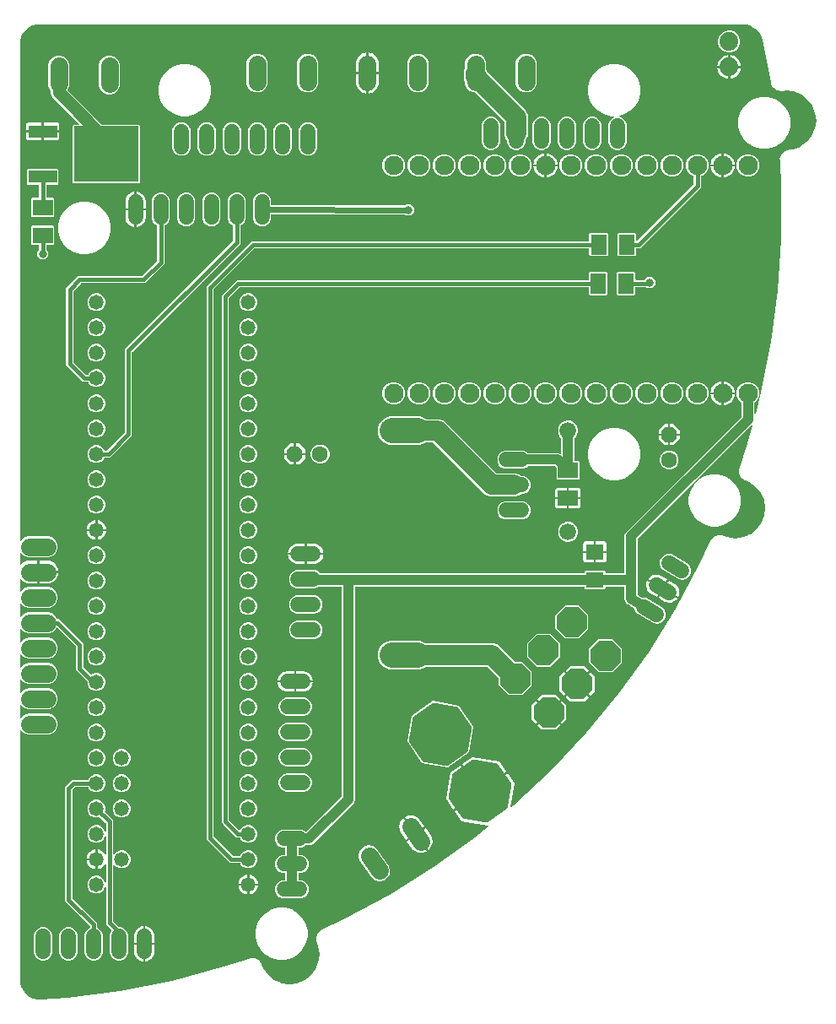
<source format=gbr>
G04 EAGLE Gerber RS-274X export*
G75*
%MOMM*%
%FSLAX34Y34*%
%LPD*%
%INBottom Copper*%
%IPPOS*%
%AMOC8*
5,1,8,0,0,1.08239X$1,22.5*%
G01*
%ADD10C,1.790700*%
%ADD11P,1.732040X8X202.500000*%
%ADD12C,1.600200*%
%ADD13P,1.732040X8X112.500000*%
%ADD14R,1.800000X1.600000*%
%ADD15C,1.676400*%
%ADD16C,1.879600*%
%ADD17C,2.540000*%
%ADD18C,1.524000*%
%ADD19R,1.600000X2.000000*%
%ADD20R,2.000000X1.600000*%
%ADD21P,3.257886X8X337.500000*%
%ADD22C,1.473200*%
%ADD23C,1.930400*%
%ADD24C,1.778000*%
%ADD25P,6.511658X8X327.500000*%
%ADD26R,2.850000X1.250000*%
%ADD27R,6.500000X5.550000*%
%ADD28C,1.016000*%
%ADD29C,0.406400*%
%ADD30C,0.806400*%
%ADD31C,2.000000*%
%ADD32C,0.609600*%
%ADD33C,1.270000*%

G36*
X31082Y7960D02*
X31082Y7960D01*
X31104Y7958D01*
X31105Y7958D01*
X31107Y7958D01*
X31108Y7958D01*
X57715Y9968D01*
X57726Y9971D01*
X57740Y9970D01*
X110674Y16680D01*
X110689Y16685D01*
X110708Y16685D01*
X163067Y26956D01*
X163082Y26962D01*
X163100Y26964D01*
X214646Y40748D01*
X214657Y40754D01*
X214671Y40756D01*
X239993Y48923D01*
X240001Y48928D01*
X240013Y48930D01*
X241730Y49565D01*
X241767Y49563D01*
X241770Y49564D01*
X241772Y49563D01*
X241951Y49590D01*
X241986Y49602D01*
X243877Y49482D01*
X243883Y49482D01*
X243890Y49481D01*
X245771Y49408D01*
X245805Y49392D01*
X245807Y49392D01*
X245810Y49390D01*
X245985Y49347D01*
X246022Y49345D01*
X247721Y48510D01*
X247727Y48509D01*
X247733Y48505D01*
X249445Y47717D01*
X249470Y47689D01*
X249472Y47688D01*
X249474Y47685D01*
X249498Y47667D01*
X249503Y47660D01*
X249532Y47642D01*
X249619Y47578D01*
X249652Y47562D01*
X250901Y46143D01*
X250906Y46139D01*
X250909Y46134D01*
X252191Y44748D01*
X252204Y44713D01*
X252206Y44711D01*
X252206Y44708D01*
X252299Y44554D01*
X252324Y44526D01*
X252903Y42830D01*
X252914Y42812D01*
X252920Y42787D01*
X254495Y39262D01*
X254522Y39226D01*
X254546Y39175D01*
X259064Y32845D01*
X259104Y32807D01*
X259156Y32747D01*
X265179Y27827D01*
X265227Y27801D01*
X265293Y27756D01*
X272398Y24592D01*
X272451Y24580D01*
X272527Y24554D01*
X280213Y23369D01*
X280268Y23371D01*
X280347Y23366D01*
X288075Y24243D01*
X288127Y24260D01*
X288205Y24276D01*
X295431Y27152D01*
X295477Y27183D01*
X295548Y27218D01*
X301763Y31893D01*
X301795Y31929D01*
X301825Y31950D01*
X301837Y31968D01*
X301859Y31988D01*
X306627Y38132D01*
X306651Y38181D01*
X306694Y38248D01*
X309680Y45429D01*
X309690Y45483D01*
X309714Y45559D01*
X310707Y53272D01*
X310703Y53327D01*
X310706Y53407D01*
X309637Y61110D01*
X309622Y61153D01*
X309613Y61208D01*
X308336Y64850D01*
X308324Y64869D01*
X308318Y64893D01*
X307572Y66524D01*
X307571Y66561D01*
X307570Y66564D01*
X307571Y66567D01*
X307531Y66743D01*
X307516Y66777D01*
X307495Y68657D01*
X307494Y68663D01*
X307495Y68670D01*
X307426Y70565D01*
X307439Y70601D01*
X307440Y70604D01*
X307441Y70606D01*
X307471Y70784D01*
X307471Y70820D01*
X308170Y72565D01*
X308171Y72571D01*
X308175Y72577D01*
X308837Y74355D01*
X308863Y74383D01*
X308865Y74385D01*
X308867Y74387D01*
X308962Y74540D01*
X308976Y74574D01*
X309953Y75573D01*
X310290Y75918D01*
X310294Y75923D01*
X310299Y75927D01*
X311591Y77317D01*
X311626Y77332D01*
X311628Y77334D01*
X311631Y77335D01*
X311778Y77439D01*
X311804Y77465D01*
X313488Y78185D01*
X313496Y78191D01*
X313507Y78194D01*
X336523Y89174D01*
X336533Y89181D01*
X336545Y89185D01*
X381586Y113426D01*
X381598Y113436D01*
X381614Y113443D01*
X424990Y140550D01*
X425001Y140561D01*
X425017Y140568D01*
X466546Y170428D01*
X466557Y170439D01*
X466572Y170448D01*
X479970Y181464D01*
X480022Y181529D01*
X480079Y181590D01*
X480085Y181606D01*
X480096Y181620D01*
X480120Y181700D01*
X480149Y181778D01*
X480148Y181795D01*
X480153Y181812D01*
X480143Y181895D01*
X480140Y181978D01*
X480132Y181994D01*
X480130Y182011D01*
X480090Y182084D01*
X480054Y182160D01*
X480041Y182171D01*
X480033Y182186D01*
X479967Y182237D01*
X479905Y182293D01*
X479887Y182300D01*
X479875Y182310D01*
X479820Y182324D01*
X479736Y182356D01*
X453290Y187019D01*
X446122Y197255D01*
X472427Y215674D01*
X472431Y215678D01*
X472436Y215680D01*
X472500Y215751D01*
X472566Y215820D01*
X472567Y215824D01*
X472571Y215828D01*
X472603Y215918D01*
X472637Y216007D01*
X472637Y216012D01*
X472638Y216017D01*
X472633Y216112D01*
X472630Y216207D01*
X472628Y216212D01*
X472627Y216217D01*
X472552Y216381D01*
X472260Y216798D01*
X472261Y216799D01*
X472553Y216382D01*
X472557Y216378D01*
X472559Y216373D01*
X472629Y216310D01*
X472698Y216244D01*
X472703Y216242D01*
X472707Y216238D01*
X472797Y216206D01*
X472886Y216172D01*
X472891Y216173D01*
X472896Y216171D01*
X472991Y216176D01*
X473086Y216179D01*
X473091Y216182D01*
X473096Y216182D01*
X473260Y216257D01*
X499565Y234676D01*
X506733Y224440D01*
X502647Y201267D01*
X502647Y201244D01*
X502641Y201223D01*
X502650Y201145D01*
X502652Y201066D01*
X502661Y201046D01*
X502663Y201024D01*
X502702Y200955D01*
X502734Y200884D01*
X502750Y200868D01*
X502761Y200849D01*
X502823Y200800D01*
X502880Y200747D01*
X502901Y200739D01*
X502919Y200725D01*
X502995Y200705D01*
X503068Y200678D01*
X503091Y200679D01*
X503112Y200673D01*
X503190Y200683D01*
X503269Y200686D01*
X503289Y200696D01*
X503311Y200699D01*
X503400Y200749D01*
X503450Y200772D01*
X503457Y200781D01*
X503468Y200787D01*
X506080Y202935D01*
X506090Y202947D01*
X506105Y202956D01*
X543426Y237933D01*
X543435Y237946D01*
X543449Y237957D01*
X578426Y275278D01*
X578435Y275291D01*
X578448Y275302D01*
X610935Y314810D01*
X610942Y314824D01*
X610955Y314836D01*
X640814Y356365D01*
X640821Y356380D01*
X640832Y356393D01*
X667940Y399768D01*
X667945Y399783D01*
X667956Y399797D01*
X692197Y444837D01*
X692200Y444848D01*
X692208Y444859D01*
X703188Y467874D01*
X703190Y467884D01*
X703197Y467893D01*
X703917Y469579D01*
X703943Y469605D01*
X703945Y469607D01*
X703947Y469609D01*
X704050Y469757D01*
X704066Y469791D01*
X705453Y471082D01*
X705457Y471086D01*
X705463Y471090D01*
X706809Y472406D01*
X706843Y472420D01*
X706845Y472422D01*
X706848Y472422D01*
X707000Y472520D01*
X707027Y472545D01*
X708803Y473207D01*
X708808Y473210D01*
X708815Y473211D01*
X710562Y473912D01*
X710599Y473912D01*
X710602Y473912D01*
X710605Y473912D01*
X710782Y473943D01*
X710817Y473957D01*
X712710Y473888D01*
X712716Y473889D01*
X712722Y473888D01*
X714606Y473867D01*
X714640Y473852D01*
X714643Y473851D01*
X714645Y473850D01*
X714821Y473811D01*
X714859Y473810D01*
X716489Y473065D01*
X716510Y473060D01*
X716532Y473047D01*
X720174Y471769D01*
X720219Y471763D01*
X720272Y471746D01*
X727975Y470676D01*
X728030Y470679D01*
X728110Y470675D01*
X735823Y471668D01*
X735875Y471686D01*
X735953Y471703D01*
X736981Y472130D01*
X738201Y472637D01*
X739421Y473145D01*
X739422Y473145D01*
X740642Y473652D01*
X741862Y474159D01*
X743082Y474666D01*
X743135Y474688D01*
X743180Y474719D01*
X743251Y474756D01*
X749395Y479524D01*
X749431Y479565D01*
X749489Y479620D01*
X754164Y485835D01*
X754188Y485884D01*
X754230Y485952D01*
X757107Y493177D01*
X757117Y493231D01*
X757140Y493308D01*
X758016Y501035D01*
X758012Y501090D01*
X758014Y501170D01*
X756828Y508856D01*
X756809Y508907D01*
X756790Y508985D01*
X753626Y516089D01*
X753595Y516134D01*
X753556Y516204D01*
X748636Y522227D01*
X748593Y522262D01*
X748538Y522319D01*
X742208Y526837D01*
X742167Y526855D01*
X742120Y526887D01*
X738594Y528463D01*
X738573Y528468D01*
X738551Y528480D01*
X736857Y529059D01*
X736829Y529083D01*
X736827Y529084D01*
X736825Y529087D01*
X736670Y529178D01*
X736634Y529191D01*
X735246Y530476D01*
X735241Y530479D01*
X735236Y530485D01*
X733821Y531730D01*
X733804Y531764D01*
X733803Y531766D01*
X733802Y531768D01*
X733693Y531912D01*
X733666Y531938D01*
X732877Y533651D01*
X732873Y533656D01*
X732872Y533663D01*
X732038Y535360D01*
X732036Y535398D01*
X732035Y535400D01*
X732035Y535403D01*
X731990Y535578D01*
X731975Y535611D01*
X731902Y537491D01*
X731900Y537497D01*
X731901Y537504D01*
X731780Y539396D01*
X731792Y539432D01*
X731793Y539435D01*
X731794Y539437D01*
X731819Y539616D01*
X731818Y539652D01*
X732452Y541368D01*
X732453Y541378D01*
X732459Y541388D01*
X740442Y566106D01*
X740444Y566118D01*
X740450Y566130D01*
X745104Y583425D01*
X745109Y583494D01*
X745122Y583562D01*
X745115Y583593D01*
X745117Y583625D01*
X745095Y583690D01*
X745080Y583758D01*
X745062Y583784D01*
X745052Y583814D01*
X745005Y583866D01*
X744966Y583923D01*
X744939Y583940D01*
X744918Y583963D01*
X744855Y583993D01*
X744797Y584030D01*
X744765Y584035D01*
X744736Y584049D01*
X744667Y584052D01*
X744599Y584064D01*
X744568Y584056D01*
X744536Y584058D01*
X744471Y584034D01*
X744404Y584018D01*
X744376Y583999D01*
X744348Y583988D01*
X744311Y583954D01*
X744256Y583915D01*
X630331Y469991D01*
X630327Y469984D01*
X630321Y469980D01*
X630272Y469901D01*
X630220Y469824D01*
X630219Y469816D01*
X630215Y469809D01*
X630183Y469632D01*
X630183Y414095D01*
X630195Y414033D01*
X630199Y413969D01*
X630215Y413935D01*
X630222Y413898D01*
X630258Y413846D01*
X630286Y413789D01*
X630316Y413761D01*
X630335Y413733D01*
X630374Y413707D01*
X630418Y413667D01*
X634419Y411125D01*
X634436Y411119D01*
X634451Y411107D01*
X634529Y411083D01*
X634606Y411054D01*
X634625Y411054D01*
X634643Y411049D01*
X634756Y411058D01*
X634806Y411060D01*
X634814Y411063D01*
X634822Y411064D01*
X635394Y411217D01*
X639001Y410742D01*
X655350Y401303D01*
X657564Y398417D01*
X658506Y394903D01*
X658031Y391296D01*
X656212Y388145D01*
X653326Y385931D01*
X649812Y384989D01*
X646205Y385464D01*
X629856Y394903D01*
X627641Y397789D01*
X627049Y399999D01*
X627006Y400086D01*
X626964Y400174D01*
X626961Y400176D01*
X626960Y400179D01*
X626936Y400200D01*
X626831Y400296D01*
X620558Y404281D01*
X620521Y404295D01*
X620480Y404321D01*
X619837Y404588D01*
X619462Y404962D01*
X619421Y404989D01*
X619417Y404994D01*
X619415Y404996D01*
X619413Y404997D01*
X619375Y405032D01*
X618928Y405316D01*
X618528Y405886D01*
X618499Y405913D01*
X618471Y405953D01*
X617979Y406446D01*
X617776Y406935D01*
X617749Y406975D01*
X617722Y407033D01*
X617418Y407466D01*
X617266Y408146D01*
X617250Y408182D01*
X617240Y408230D01*
X616973Y408873D01*
X616973Y409403D01*
X616964Y409451D01*
X616961Y409514D01*
X616846Y410031D01*
X616966Y410717D01*
X616965Y410756D01*
X616973Y410804D01*
X616973Y421888D01*
X616972Y421893D01*
X616973Y421898D01*
X616952Y421991D01*
X616934Y422085D01*
X616931Y422089D01*
X616930Y422094D01*
X616874Y422172D01*
X616821Y422250D01*
X616817Y422253D01*
X616814Y422257D01*
X616732Y422308D01*
X616653Y422360D01*
X616648Y422360D01*
X616643Y422363D01*
X616466Y422395D01*
X598132Y422395D01*
X598127Y422394D01*
X598122Y422395D01*
X598029Y422374D01*
X597935Y422356D01*
X597931Y422353D01*
X597926Y422352D01*
X597848Y422296D01*
X597770Y422243D01*
X597767Y422239D01*
X597763Y422236D01*
X597712Y422154D01*
X597660Y422075D01*
X597660Y422070D01*
X597657Y422065D01*
X597625Y421888D01*
X597625Y420368D01*
X596732Y419475D01*
X577468Y419475D01*
X576575Y420368D01*
X576575Y421888D01*
X576574Y421893D01*
X576575Y421898D01*
X576554Y421991D01*
X576536Y422085D01*
X576533Y422089D01*
X576532Y422094D01*
X576476Y422172D01*
X576423Y422250D01*
X576419Y422253D01*
X576416Y422257D01*
X576334Y422308D01*
X576255Y422360D01*
X576250Y422360D01*
X576245Y422363D01*
X576068Y422395D01*
X347112Y422395D01*
X347107Y422394D01*
X347102Y422395D01*
X347009Y422374D01*
X346915Y422356D01*
X346911Y422353D01*
X346906Y422352D01*
X346828Y422296D01*
X346750Y422243D01*
X346747Y422239D01*
X346743Y422236D01*
X346692Y422154D01*
X346640Y422075D01*
X346640Y422070D01*
X346637Y422065D01*
X346605Y421888D01*
X346605Y207686D01*
X345599Y205259D01*
X304141Y163801D01*
X303760Y163643D01*
X302536Y163136D01*
X301714Y162795D01*
X297158Y162795D01*
X297150Y162794D01*
X297142Y162795D01*
X297052Y162774D01*
X296961Y162756D01*
X296955Y162751D01*
X296947Y162749D01*
X296799Y162647D01*
X295800Y161647D01*
X295719Y161614D01*
X294495Y161107D01*
X294494Y161107D01*
X293270Y160599D01*
X292439Y160255D01*
X290112Y160255D01*
X290107Y160254D01*
X290102Y160255D01*
X290009Y160234D01*
X289915Y160216D01*
X289911Y160213D01*
X289906Y160212D01*
X289828Y160156D01*
X289750Y160103D01*
X289747Y160099D01*
X289743Y160096D01*
X289692Y160014D01*
X289640Y159935D01*
X289640Y159930D01*
X289637Y159925D01*
X289605Y159748D01*
X289605Y153652D01*
X289606Y153647D01*
X289605Y153642D01*
X289626Y153548D01*
X289644Y153455D01*
X289647Y153451D01*
X289648Y153446D01*
X289704Y153368D01*
X289757Y153290D01*
X289761Y153287D01*
X289764Y153283D01*
X289846Y153232D01*
X289925Y153180D01*
X289930Y153180D01*
X289935Y153177D01*
X290112Y153145D01*
X292439Y153145D01*
X295800Y151753D01*
X298373Y149180D01*
X299765Y145819D01*
X299765Y142181D01*
X298373Y138820D01*
X295800Y136247D01*
X294585Y135744D01*
X293360Y135237D01*
X292439Y134855D01*
X290112Y134855D01*
X290107Y134854D01*
X290102Y134855D01*
X290009Y134834D01*
X289915Y134816D01*
X289911Y134813D01*
X289906Y134812D01*
X289828Y134756D01*
X289750Y134703D01*
X289747Y134699D01*
X289743Y134696D01*
X289692Y134614D01*
X289640Y134535D01*
X289640Y134530D01*
X289637Y134525D01*
X289605Y134348D01*
X289605Y128252D01*
X289606Y128247D01*
X289605Y128242D01*
X289626Y128149D01*
X289644Y128055D01*
X289647Y128051D01*
X289648Y128046D01*
X289704Y127968D01*
X289757Y127890D01*
X289761Y127887D01*
X289764Y127883D01*
X289846Y127832D01*
X289925Y127780D01*
X289930Y127780D01*
X289935Y127777D01*
X290112Y127745D01*
X292439Y127745D01*
X295800Y126353D01*
X298373Y123780D01*
X299765Y120419D01*
X299765Y116781D01*
X298373Y113420D01*
X295800Y110847D01*
X294676Y110382D01*
X294675Y110382D01*
X293451Y109874D01*
X292439Y109455D01*
X273561Y109455D01*
X270200Y110847D01*
X267627Y113420D01*
X266235Y116781D01*
X266235Y120419D01*
X267627Y123780D01*
X270200Y126353D01*
X271021Y126693D01*
X271022Y126693D01*
X272246Y127200D01*
X273471Y127707D01*
X273561Y127745D01*
X275888Y127745D01*
X275893Y127746D01*
X275898Y127745D01*
X275991Y127766D01*
X276085Y127784D01*
X276089Y127787D01*
X276094Y127788D01*
X276172Y127844D01*
X276250Y127897D01*
X276253Y127901D01*
X276257Y127904D01*
X276308Y127986D01*
X276360Y128065D01*
X276360Y128070D01*
X276363Y128075D01*
X276395Y128252D01*
X276395Y134348D01*
X276394Y134353D01*
X276395Y134358D01*
X276374Y134451D01*
X276356Y134545D01*
X276353Y134549D01*
X276352Y134554D01*
X276297Y134631D01*
X276243Y134710D01*
X276239Y134713D01*
X276236Y134717D01*
X276154Y134768D01*
X276075Y134820D01*
X276070Y134820D01*
X276065Y134823D01*
X275888Y134855D01*
X273561Y134855D01*
X270200Y136247D01*
X267627Y138820D01*
X266235Y142181D01*
X266235Y145819D01*
X267627Y149180D01*
X270200Y151753D01*
X270931Y152055D01*
X272156Y152563D01*
X273380Y153070D01*
X273561Y153145D01*
X275888Y153145D01*
X275893Y153146D01*
X275898Y153145D01*
X275991Y153166D01*
X276085Y153184D01*
X276089Y153187D01*
X276094Y153188D01*
X276172Y153244D01*
X276250Y153297D01*
X276253Y153301D01*
X276257Y153304D01*
X276308Y153385D01*
X276360Y153465D01*
X276360Y153470D01*
X276363Y153475D01*
X276395Y153652D01*
X276395Y159748D01*
X276394Y159753D01*
X276395Y159758D01*
X276374Y159851D01*
X276356Y159945D01*
X276353Y159949D01*
X276352Y159954D01*
X276296Y160032D01*
X276243Y160110D01*
X276239Y160113D01*
X276236Y160117D01*
X276154Y160168D01*
X276075Y160220D01*
X276070Y160220D01*
X276065Y160223D01*
X275888Y160255D01*
X273561Y160255D01*
X270200Y161647D01*
X267627Y164220D01*
X266235Y167581D01*
X266235Y171219D01*
X267627Y174580D01*
X270200Y177153D01*
X270840Y177418D01*
X270841Y177418D01*
X272065Y177925D01*
X273290Y178432D01*
X273561Y178545D01*
X292439Y178545D01*
X295800Y177153D01*
X296799Y176153D01*
X296806Y176149D01*
X296810Y176143D01*
X296889Y176094D01*
X296966Y176042D01*
X296974Y176041D01*
X296981Y176037D01*
X297158Y176005D01*
X297454Y176005D01*
X297462Y176006D01*
X297470Y176005D01*
X297559Y176026D01*
X297651Y176044D01*
X297657Y176049D01*
X297665Y176051D01*
X297813Y176153D01*
X333247Y211587D01*
X333251Y211594D01*
X333257Y211598D01*
X333306Y211677D01*
X333358Y211754D01*
X333359Y211762D01*
X333363Y211769D01*
X333395Y211946D01*
X333395Y421888D01*
X333394Y421893D01*
X333395Y421898D01*
X333374Y421991D01*
X333356Y422085D01*
X333353Y422089D01*
X333352Y422094D01*
X333296Y422172D01*
X333243Y422250D01*
X333239Y422253D01*
X333236Y422257D01*
X333154Y422308D01*
X333075Y422360D01*
X333070Y422360D01*
X333065Y422363D01*
X332888Y422395D01*
X310458Y422395D01*
X310450Y422394D01*
X310443Y422395D01*
X310353Y422374D01*
X310261Y422356D01*
X310255Y422351D01*
X310247Y422349D01*
X310099Y422247D01*
X309800Y421947D01*
X309524Y421833D01*
X308300Y421326D01*
X308299Y421326D01*
X307075Y420819D01*
X306439Y420555D01*
X287561Y420555D01*
X284200Y421947D01*
X281627Y424520D01*
X280235Y427881D01*
X280235Y431519D01*
X281627Y434880D01*
X284200Y437453D01*
X284645Y437637D01*
X284646Y437637D01*
X285870Y438144D01*
X287095Y438652D01*
X287561Y438845D01*
X306439Y438845D01*
X309800Y437453D01*
X311499Y435753D01*
X311506Y435749D01*
X311510Y435743D01*
X311589Y435694D01*
X311666Y435642D01*
X311674Y435641D01*
X311681Y435637D01*
X311858Y435605D01*
X576068Y435605D01*
X576073Y435606D01*
X576078Y435605D01*
X576171Y435626D01*
X576265Y435644D01*
X576269Y435647D01*
X576274Y435648D01*
X576352Y435704D01*
X576430Y435757D01*
X576433Y435761D01*
X576437Y435764D01*
X576488Y435846D01*
X576540Y435925D01*
X576540Y435930D01*
X576543Y435935D01*
X576575Y436112D01*
X576575Y437632D01*
X577468Y438525D01*
X596732Y438525D01*
X597625Y437632D01*
X597625Y436112D01*
X597626Y436107D01*
X597625Y436102D01*
X597646Y436009D01*
X597664Y435915D01*
X597667Y435911D01*
X597668Y435906D01*
X597724Y435828D01*
X597777Y435750D01*
X597781Y435747D01*
X597784Y435743D01*
X597866Y435692D01*
X597945Y435640D01*
X597950Y435640D01*
X597955Y435637D01*
X598132Y435605D01*
X616466Y435605D01*
X616471Y435606D01*
X616476Y435605D01*
X616569Y435626D01*
X616663Y435644D01*
X616667Y435647D01*
X616672Y435648D01*
X616750Y435704D01*
X616828Y435757D01*
X616831Y435761D01*
X616835Y435764D01*
X616886Y435846D01*
X616938Y435925D01*
X616938Y435930D01*
X616941Y435935D01*
X616973Y436112D01*
X616973Y473892D01*
X617979Y476319D01*
X734047Y592387D01*
X734051Y592394D01*
X734057Y592398D01*
X734106Y592477D01*
X734158Y592554D01*
X734159Y592562D01*
X734163Y592569D01*
X734195Y592746D01*
X734195Y606588D01*
X734194Y606596D01*
X734195Y606604D01*
X734174Y606694D01*
X734156Y606785D01*
X734151Y606791D01*
X734149Y606799D01*
X734047Y606947D01*
X731325Y609669D01*
X729623Y613777D01*
X729623Y618223D01*
X731325Y622331D01*
X734469Y625475D01*
X735318Y625827D01*
X736542Y626334D01*
X736543Y626334D01*
X737767Y626841D01*
X738577Y627177D01*
X743023Y627177D01*
X747131Y625475D01*
X750275Y622331D01*
X751977Y618223D01*
X751977Y613777D01*
X750275Y609669D01*
X747553Y606947D01*
X747549Y606940D01*
X747543Y606936D01*
X747494Y606857D01*
X747442Y606780D01*
X747441Y606772D01*
X747437Y606766D01*
X747405Y606588D01*
X747405Y595808D01*
X747412Y595775D01*
X747409Y595740D01*
X747431Y595677D01*
X747444Y595612D01*
X747464Y595583D01*
X747475Y595551D01*
X747520Y595501D01*
X747557Y595446D01*
X747586Y595427D01*
X747609Y595402D01*
X747669Y595373D01*
X747725Y595337D01*
X747759Y595331D01*
X747790Y595316D01*
X747857Y595313D01*
X747922Y595301D01*
X747956Y595309D01*
X747990Y595307D01*
X748053Y595330D01*
X748118Y595345D01*
X748146Y595365D01*
X748178Y595377D01*
X748227Y595422D01*
X748281Y595461D01*
X748300Y595490D01*
X748325Y595514D01*
X748358Y595584D01*
X748387Y595631D01*
X748392Y595655D01*
X748402Y595676D01*
X753988Y616431D01*
X753989Y616447D01*
X753995Y616464D01*
X764186Y667548D01*
X764186Y667564D01*
X764192Y667581D01*
X770991Y719227D01*
X770990Y719243D01*
X770994Y719260D01*
X774372Y771242D01*
X774370Y771257D01*
X774373Y771275D01*
X774315Y823366D01*
X774313Y823378D01*
X774315Y823391D01*
X773001Y849329D01*
X772998Y849339D01*
X772999Y849350D01*
X772831Y851175D01*
X772842Y851211D01*
X772842Y851214D01*
X772843Y851216D01*
X772863Y851395D01*
X772861Y851433D01*
X773466Y853227D01*
X773467Y853233D01*
X773470Y853239D01*
X774028Y855038D01*
X774052Y855067D01*
X774053Y855069D01*
X774055Y855071D01*
X774142Y855229D01*
X774154Y855265D01*
X775401Y856691D01*
X775404Y856696D01*
X775409Y856701D01*
X776612Y858149D01*
X776645Y858166D01*
X776647Y858168D01*
X776650Y858169D01*
X776725Y858229D01*
X776771Y858260D01*
X776779Y858271D01*
X776791Y858281D01*
X776816Y858310D01*
X778514Y859151D01*
X778518Y859154D01*
X778525Y859156D01*
X780190Y860034D01*
X780227Y860037D01*
X780230Y860038D01*
X780233Y860038D01*
X780406Y860088D01*
X780440Y860104D01*
X782229Y860225D01*
X782250Y860230D01*
X782275Y860230D01*
X786086Y860839D01*
X786128Y860855D01*
X786183Y860865D01*
X793467Y863591D01*
X793514Y863620D01*
X793586Y863654D01*
X799897Y868199D01*
X799934Y868239D01*
X799995Y868291D01*
X804889Y874335D01*
X804915Y874383D01*
X804959Y874449D01*
X808094Y881567D01*
X808105Y881621D01*
X808131Y881696D01*
X809284Y889387D01*
X809282Y889442D01*
X809287Y889522D01*
X808378Y897245D01*
X808361Y897298D01*
X808344Y897376D01*
X805437Y904589D01*
X805407Y904635D01*
X805371Y904706D01*
X800670Y910902D01*
X800629Y910938D01*
X800576Y910997D01*
X794412Y915739D01*
X794362Y915764D01*
X794295Y915806D01*
X787102Y918762D01*
X787048Y918772D01*
X786971Y918796D01*
X779254Y919757D01*
X779209Y919753D01*
X779153Y919759D01*
X775302Y919467D01*
X775281Y919461D01*
X775256Y919462D01*
X773491Y919164D01*
X773455Y919172D01*
X773452Y919172D01*
X773449Y919173D01*
X773269Y919180D01*
X773232Y919174D01*
X771398Y919644D01*
X771391Y919644D01*
X771385Y919647D01*
X769549Y920068D01*
X769519Y920090D01*
X769516Y920091D01*
X769514Y920093D01*
X769350Y920168D01*
X769314Y920177D01*
X767801Y921311D01*
X767795Y921314D01*
X767791Y921319D01*
X766253Y922412D01*
X766234Y922444D01*
X766232Y922446D01*
X766231Y922449D01*
X766108Y922581D01*
X766078Y922603D01*
X765116Y924227D01*
X765112Y924232D01*
X765109Y924238D01*
X764106Y925839D01*
X764100Y925876D01*
X764099Y925879D01*
X764099Y925882D01*
X764036Y926050D01*
X764017Y926082D01*
X763756Y927903D01*
X763753Y927912D01*
X763753Y927923D01*
X759826Y949379D01*
X759824Y949385D01*
X759824Y949393D01*
X755289Y970801D01*
X755287Y970805D01*
X755287Y970809D01*
X755284Y970822D01*
X755278Y970836D01*
X755276Y970854D01*
X754531Y973349D01*
X754510Y973389D01*
X754492Y973444D01*
X752037Y978022D01*
X752001Y978065D01*
X751957Y978133D01*
X748370Y981892D01*
X748325Y981924D01*
X748264Y981977D01*
X743806Y984645D01*
X743753Y984663D01*
X743680Y984699D01*
X738672Y986083D01*
X738627Y986086D01*
X738572Y986100D01*
X735974Y986275D01*
X735958Y986273D01*
X735940Y986276D01*
X29940Y986276D01*
X29925Y986273D01*
X29907Y986275D01*
X27385Y986110D01*
X27342Y986098D01*
X27287Y986094D01*
X22413Y984788D01*
X22364Y984763D01*
X22291Y984737D01*
X17921Y982214D01*
X17880Y982178D01*
X17816Y982134D01*
X14249Y978566D01*
X14218Y978521D01*
X14168Y978461D01*
X11645Y974092D01*
X11628Y974040D01*
X11595Y973969D01*
X10289Y969096D01*
X10286Y969052D01*
X10273Y968998D01*
X10107Y966475D01*
X10109Y966460D01*
X10106Y966442D01*
X10106Y468549D01*
X10107Y468547D01*
X10106Y468544D01*
X10126Y468449D01*
X10146Y468353D01*
X10147Y468351D01*
X10148Y468348D01*
X10204Y468268D01*
X10258Y468187D01*
X10261Y468186D01*
X10262Y468184D01*
X10346Y468130D01*
X10427Y468078D01*
X10429Y468077D01*
X10431Y468076D01*
X10528Y468060D01*
X10624Y468042D01*
X10626Y468043D01*
X10629Y468042D01*
X10723Y468064D01*
X10819Y468086D01*
X10822Y468087D01*
X10824Y468088D01*
X10972Y468191D01*
X13811Y471029D01*
X14019Y471116D01*
X15244Y471623D01*
X16468Y472130D01*
X16469Y472130D01*
X17638Y472615D01*
X39562Y472615D01*
X43389Y471029D01*
X46319Y468099D01*
X47905Y464272D01*
X47905Y460128D01*
X46319Y456301D01*
X43389Y453371D01*
X43177Y453283D01*
X41952Y452775D01*
X40728Y452268D01*
X40727Y452268D01*
X39562Y451785D01*
X17638Y451785D01*
X13811Y453371D01*
X10972Y456209D01*
X10970Y456211D01*
X10968Y456213D01*
X10888Y456265D01*
X10805Y456320D01*
X10803Y456321D01*
X10800Y456322D01*
X10704Y456339D01*
X10608Y456358D01*
X10606Y456357D01*
X10603Y456358D01*
X10507Y456336D01*
X10412Y456316D01*
X10410Y456315D01*
X10408Y456314D01*
X10328Y456258D01*
X10248Y456202D01*
X10246Y456200D01*
X10244Y456198D01*
X10192Y456115D01*
X10140Y456033D01*
X10140Y456030D01*
X10138Y456028D01*
X10106Y455851D01*
X10106Y444586D01*
X10107Y444584D01*
X10106Y444581D01*
X10126Y444486D01*
X10146Y444390D01*
X10147Y444388D01*
X10148Y444385D01*
X10204Y444304D01*
X10258Y444224D01*
X10261Y444223D01*
X10262Y444220D01*
X10346Y444167D01*
X10427Y444115D01*
X10429Y444114D01*
X10431Y444113D01*
X10528Y444097D01*
X10624Y444079D01*
X10626Y444080D01*
X10629Y444079D01*
X10723Y444101D01*
X10819Y444123D01*
X10822Y444124D01*
X10824Y444125D01*
X10972Y444228D01*
X12263Y445519D01*
X13719Y446576D01*
X15322Y447393D01*
X17033Y447949D01*
X18810Y448231D01*
X27585Y448231D01*
X27585Y437308D01*
X27586Y437303D01*
X27585Y437298D01*
X27606Y437205D01*
X27624Y437112D01*
X27627Y437107D01*
X27628Y437102D01*
X27684Y437024D01*
X27737Y436946D01*
X27741Y436943D01*
X27744Y436939D01*
X27826Y436888D01*
X27905Y436837D01*
X27910Y436836D01*
X27915Y436833D01*
X28092Y436801D01*
X28601Y436801D01*
X28601Y436799D01*
X28092Y436799D01*
X28087Y436798D01*
X28082Y436799D01*
X27989Y436778D01*
X27896Y436760D01*
X27891Y436757D01*
X27886Y436755D01*
X27808Y436700D01*
X27730Y436647D01*
X27727Y436642D01*
X27723Y436639D01*
X27672Y436558D01*
X27620Y436479D01*
X27620Y436474D01*
X27617Y436469D01*
X27585Y436292D01*
X27585Y425369D01*
X18810Y425369D01*
X17033Y425651D01*
X15322Y426207D01*
X13719Y427024D01*
X12263Y428081D01*
X10972Y429372D01*
X10970Y429374D01*
X10968Y429376D01*
X10888Y429428D01*
X10805Y429483D01*
X10803Y429484D01*
X10800Y429485D01*
X10705Y429502D01*
X10608Y429521D01*
X10606Y429520D01*
X10603Y429521D01*
X10507Y429499D01*
X10412Y429479D01*
X10410Y429478D01*
X10408Y429477D01*
X10328Y429421D01*
X10248Y429365D01*
X10246Y429363D01*
X10244Y429361D01*
X10191Y429276D01*
X10140Y429196D01*
X10140Y429193D01*
X10138Y429191D01*
X10106Y429014D01*
X10106Y417749D01*
X10107Y417747D01*
X10106Y417744D01*
X10126Y417649D01*
X10146Y417553D01*
X10147Y417551D01*
X10148Y417548D01*
X10204Y417468D01*
X10258Y417387D01*
X10261Y417386D01*
X10262Y417384D01*
X10346Y417330D01*
X10427Y417278D01*
X10429Y417277D01*
X10431Y417276D01*
X10528Y417260D01*
X10624Y417242D01*
X10626Y417243D01*
X10629Y417242D01*
X10723Y417264D01*
X10819Y417286D01*
X10822Y417287D01*
X10824Y417288D01*
X10972Y417391D01*
X13811Y420229D01*
X14200Y420391D01*
X15425Y420898D01*
X16649Y421405D01*
X16650Y421405D01*
X17638Y421815D01*
X39562Y421815D01*
X43389Y420229D01*
X46319Y417299D01*
X47905Y413472D01*
X47905Y409328D01*
X46319Y405501D01*
X43389Y402571D01*
X43358Y402558D01*
X42133Y402050D01*
X40909Y401543D01*
X40908Y401543D01*
X39684Y401036D01*
X39562Y400985D01*
X17638Y400985D01*
X13811Y402571D01*
X10972Y405409D01*
X10970Y405411D01*
X10968Y405413D01*
X10888Y405465D01*
X10805Y405520D01*
X10803Y405521D01*
X10800Y405522D01*
X10704Y405539D01*
X10608Y405558D01*
X10606Y405557D01*
X10603Y405558D01*
X10507Y405536D01*
X10412Y405516D01*
X10410Y405515D01*
X10408Y405514D01*
X10328Y405458D01*
X10248Y405402D01*
X10246Y405400D01*
X10244Y405398D01*
X10193Y405315D01*
X10140Y405233D01*
X10140Y405230D01*
X10138Y405228D01*
X10106Y405051D01*
X10106Y392349D01*
X10107Y392347D01*
X10106Y392344D01*
X10126Y392249D01*
X10146Y392153D01*
X10147Y392151D01*
X10148Y392148D01*
X10204Y392068D01*
X10258Y391987D01*
X10261Y391986D01*
X10262Y391984D01*
X10346Y391930D01*
X10427Y391878D01*
X10429Y391877D01*
X10431Y391876D01*
X10528Y391860D01*
X10624Y391842D01*
X10626Y391843D01*
X10629Y391842D01*
X10723Y391864D01*
X10819Y391886D01*
X10822Y391887D01*
X10824Y391888D01*
X10972Y391991D01*
X13811Y394829D01*
X14291Y395028D01*
X15515Y395535D01*
X15516Y395535D01*
X16740Y396043D01*
X17638Y396415D01*
X39562Y396415D01*
X43389Y394829D01*
X46319Y391899D01*
X47160Y389870D01*
X47163Y389864D01*
X47165Y389858D01*
X47220Y389781D01*
X47272Y389703D01*
X47277Y389700D01*
X47281Y389695D01*
X47361Y389645D01*
X47439Y389593D01*
X47446Y389592D01*
X47451Y389589D01*
X47628Y389557D01*
X49473Y389557D01*
X73557Y365473D01*
X73557Y341683D01*
X73558Y341676D01*
X73557Y341668D01*
X73578Y341578D01*
X73596Y341487D01*
X73601Y341480D01*
X73603Y341473D01*
X73705Y341325D01*
X81020Y334010D01*
X81024Y334007D01*
X81027Y334003D01*
X81107Y333952D01*
X81187Y333899D01*
X81192Y333898D01*
X81196Y333896D01*
X81290Y333880D01*
X81383Y333862D01*
X81389Y333863D01*
X81394Y333862D01*
X81486Y333884D01*
X81580Y333903D01*
X81584Y333906D01*
X81589Y333908D01*
X81737Y334010D01*
X81864Y334137D01*
X81914Y334158D01*
X83139Y334665D01*
X84363Y335173D01*
X84364Y335173D01*
X85131Y335491D01*
X88669Y335491D01*
X91936Y334137D01*
X94437Y331636D01*
X95791Y328369D01*
X95791Y324831D01*
X94437Y321564D01*
X91936Y319063D01*
X91450Y318861D01*
X90226Y318354D01*
X90225Y318354D01*
X89001Y317847D01*
X88669Y317709D01*
X85131Y317709D01*
X81864Y319063D01*
X79363Y321564D01*
X78009Y324831D01*
X78009Y326751D01*
X78008Y326758D01*
X78009Y326766D01*
X77988Y326856D01*
X77970Y326947D01*
X77965Y326954D01*
X77963Y326961D01*
X77861Y327109D01*
X66443Y338527D01*
X66443Y362317D01*
X66442Y362324D01*
X66443Y362332D01*
X66422Y362422D01*
X66404Y362513D01*
X66399Y362520D01*
X66397Y362527D01*
X66295Y362675D01*
X47603Y381367D01*
X47600Y381369D01*
X47597Y381373D01*
X47516Y381425D01*
X47436Y381478D01*
X47432Y381479D01*
X47429Y381481D01*
X47333Y381498D01*
X47239Y381516D01*
X47235Y381515D01*
X47231Y381516D01*
X47137Y381494D01*
X47043Y381474D01*
X47040Y381472D01*
X47036Y381471D01*
X46957Y381415D01*
X46878Y381360D01*
X46876Y381356D01*
X46873Y381354D01*
X46776Y381203D01*
X46319Y380101D01*
X43389Y377171D01*
X42224Y376688D01*
X40999Y376181D01*
X39775Y375673D01*
X39774Y375673D01*
X39562Y375585D01*
X17638Y375585D01*
X13811Y377171D01*
X10972Y380009D01*
X10970Y380011D01*
X10968Y380013D01*
X10888Y380065D01*
X10805Y380120D01*
X10803Y380121D01*
X10800Y380122D01*
X10704Y380139D01*
X10608Y380158D01*
X10606Y380157D01*
X10603Y380158D01*
X10507Y380136D01*
X10412Y380116D01*
X10410Y380115D01*
X10408Y380114D01*
X10328Y380058D01*
X10248Y380002D01*
X10246Y380000D01*
X10244Y379998D01*
X10193Y379915D01*
X10140Y379833D01*
X10140Y379830D01*
X10138Y379828D01*
X10106Y379651D01*
X10106Y366949D01*
X10107Y366947D01*
X10106Y366944D01*
X10126Y366849D01*
X10146Y366753D01*
X10147Y366751D01*
X10148Y366748D01*
X10204Y366668D01*
X10258Y366587D01*
X10261Y366586D01*
X10262Y366584D01*
X10346Y366530D01*
X10427Y366478D01*
X10429Y366477D01*
X10431Y366476D01*
X10528Y366460D01*
X10624Y366442D01*
X10626Y366443D01*
X10629Y366442D01*
X10723Y366464D01*
X10819Y366486D01*
X10822Y366487D01*
X10824Y366488D01*
X10972Y366591D01*
X13811Y369429D01*
X14381Y369666D01*
X15606Y370173D01*
X16830Y370680D01*
X16831Y370680D01*
X17638Y371015D01*
X39562Y371015D01*
X43389Y369429D01*
X46319Y366499D01*
X47905Y362672D01*
X47905Y358528D01*
X46319Y354701D01*
X43389Y351771D01*
X42314Y351325D01*
X41090Y350818D01*
X41089Y350818D01*
X39865Y350311D01*
X39562Y350185D01*
X17638Y350185D01*
X13811Y351771D01*
X10972Y354609D01*
X10970Y354611D01*
X10968Y354613D01*
X10888Y354665D01*
X10805Y354720D01*
X10803Y354721D01*
X10800Y354722D01*
X10704Y354739D01*
X10608Y354758D01*
X10606Y354757D01*
X10603Y354758D01*
X10507Y354736D01*
X10412Y354716D01*
X10410Y354715D01*
X10408Y354714D01*
X10328Y354658D01*
X10248Y354602D01*
X10246Y354600D01*
X10244Y354598D01*
X10193Y354515D01*
X10140Y354433D01*
X10140Y354430D01*
X10138Y354428D01*
X10106Y354251D01*
X10106Y341549D01*
X10107Y341547D01*
X10106Y341544D01*
X10126Y341449D01*
X10146Y341353D01*
X10147Y341351D01*
X10148Y341348D01*
X10204Y341268D01*
X10258Y341187D01*
X10261Y341186D01*
X10262Y341184D01*
X10346Y341130D01*
X10427Y341078D01*
X10429Y341077D01*
X10431Y341076D01*
X10528Y341060D01*
X10624Y341042D01*
X10626Y341043D01*
X10629Y341042D01*
X10723Y341064D01*
X10819Y341086D01*
X10822Y341087D01*
X10824Y341088D01*
X10972Y341191D01*
X13811Y344029D01*
X14472Y344303D01*
X15696Y344810D01*
X15697Y344810D01*
X16921Y345318D01*
X17638Y345615D01*
X39562Y345615D01*
X43389Y344029D01*
X46319Y341099D01*
X47905Y337272D01*
X47905Y333128D01*
X46319Y329301D01*
X43389Y326371D01*
X42405Y325963D01*
X41180Y325456D01*
X39956Y324948D01*
X39955Y324948D01*
X39562Y324785D01*
X17638Y324785D01*
X13811Y326371D01*
X10972Y329209D01*
X10970Y329211D01*
X10968Y329213D01*
X10888Y329265D01*
X10805Y329320D01*
X10803Y329321D01*
X10800Y329322D01*
X10704Y329339D01*
X10608Y329358D01*
X10606Y329357D01*
X10603Y329358D01*
X10507Y329336D01*
X10412Y329316D01*
X10410Y329315D01*
X10408Y329314D01*
X10328Y329258D01*
X10248Y329202D01*
X10246Y329200D01*
X10244Y329198D01*
X10193Y329115D01*
X10140Y329033D01*
X10140Y329030D01*
X10138Y329028D01*
X10106Y328851D01*
X10106Y316149D01*
X10107Y316147D01*
X10106Y316144D01*
X10126Y316049D01*
X10146Y315953D01*
X10147Y315951D01*
X10148Y315948D01*
X10204Y315868D01*
X10258Y315787D01*
X10261Y315786D01*
X10262Y315784D01*
X10346Y315730D01*
X10427Y315678D01*
X10429Y315677D01*
X10431Y315676D01*
X10528Y315660D01*
X10624Y315642D01*
X10626Y315643D01*
X10629Y315642D01*
X10723Y315664D01*
X10819Y315686D01*
X10822Y315687D01*
X10824Y315688D01*
X10972Y315791D01*
X13811Y318629D01*
X14562Y318941D01*
X15787Y319448D01*
X17012Y319955D01*
X17638Y320215D01*
X39562Y320215D01*
X43389Y318629D01*
X46319Y315699D01*
X47905Y311872D01*
X47905Y307728D01*
X46319Y303901D01*
X43389Y300971D01*
X42495Y300600D01*
X41271Y300093D01*
X40046Y299586D01*
X39562Y299385D01*
X17638Y299385D01*
X13811Y300971D01*
X10972Y303809D01*
X10970Y303811D01*
X10968Y303813D01*
X10888Y303865D01*
X10805Y303920D01*
X10803Y303921D01*
X10800Y303922D01*
X10704Y303939D01*
X10608Y303958D01*
X10606Y303957D01*
X10603Y303958D01*
X10507Y303936D01*
X10412Y303916D01*
X10410Y303915D01*
X10408Y303914D01*
X10328Y303858D01*
X10248Y303802D01*
X10246Y303800D01*
X10244Y303798D01*
X10193Y303715D01*
X10140Y303633D01*
X10140Y303630D01*
X10138Y303628D01*
X10106Y303451D01*
X10106Y290749D01*
X10107Y290747D01*
X10106Y290744D01*
X10126Y290649D01*
X10146Y290553D01*
X10147Y290551D01*
X10148Y290548D01*
X10204Y290468D01*
X10258Y290387D01*
X10261Y290386D01*
X10262Y290384D01*
X10346Y290330D01*
X10427Y290278D01*
X10429Y290277D01*
X10431Y290276D01*
X10528Y290260D01*
X10624Y290242D01*
X10626Y290243D01*
X10629Y290242D01*
X10723Y290264D01*
X10819Y290286D01*
X10822Y290287D01*
X10824Y290288D01*
X10972Y290391D01*
X13811Y293229D01*
X14653Y293578D01*
X15877Y294085D01*
X15878Y294085D01*
X17102Y294593D01*
X17638Y294815D01*
X39562Y294815D01*
X43389Y293229D01*
X46319Y290299D01*
X47905Y286472D01*
X47905Y282328D01*
X46319Y278501D01*
X43389Y275571D01*
X42586Y275238D01*
X41361Y274731D01*
X40137Y274223D01*
X40136Y274223D01*
X39562Y273985D01*
X17638Y273985D01*
X13811Y275571D01*
X10972Y278409D01*
X10970Y278411D01*
X10968Y278413D01*
X10888Y278465D01*
X10805Y278520D01*
X10803Y278521D01*
X10800Y278522D01*
X10704Y278539D01*
X10608Y278558D01*
X10606Y278557D01*
X10603Y278558D01*
X10507Y278536D01*
X10412Y278516D01*
X10410Y278515D01*
X10408Y278514D01*
X10328Y278458D01*
X10248Y278402D01*
X10246Y278400D01*
X10244Y278398D01*
X10192Y278314D01*
X10140Y278233D01*
X10140Y278230D01*
X10138Y278228D01*
X10106Y278051D01*
X10106Y27758D01*
X10109Y27742D01*
X10109Y27735D01*
X10108Y27729D01*
X10108Y27728D01*
X10107Y27724D01*
X10285Y25108D01*
X10297Y25063D01*
X10303Y25006D01*
X11706Y19966D01*
X11720Y19938D01*
X11723Y19925D01*
X11734Y19910D01*
X11760Y19840D01*
X14464Y15360D01*
X14502Y15319D01*
X14550Y15253D01*
X14611Y15196D01*
X15149Y14689D01*
X15687Y14182D01*
X16225Y13674D01*
X18357Y11664D01*
X18404Y11634D01*
X18468Y11584D01*
X23098Y9146D01*
X23151Y9131D01*
X23227Y9099D01*
X28341Y7993D01*
X28386Y7992D01*
X28443Y7981D01*
X31063Y7957D01*
X31082Y7960D01*
G37*
%LPC*%
G36*
X237531Y139909D02*
X237531Y139909D01*
X234264Y141263D01*
X231763Y143764D01*
X231280Y144930D01*
X231276Y144936D01*
X231275Y144942D01*
X231220Y145019D01*
X231168Y145097D01*
X231162Y145100D01*
X231159Y145105D01*
X231079Y145155D01*
X231000Y145207D01*
X230994Y145208D01*
X230988Y145211D01*
X230811Y145243D01*
X220727Y145243D01*
X197443Y168527D01*
X197443Y723473D01*
X242627Y768657D01*
X580968Y768657D01*
X580973Y768658D01*
X580978Y768657D01*
X581071Y768678D01*
X581165Y768696D01*
X581169Y768699D01*
X581174Y768700D01*
X581252Y768756D01*
X581330Y768809D01*
X581333Y768813D01*
X581337Y768816D01*
X581388Y768898D01*
X581440Y768977D01*
X581440Y768982D01*
X581443Y768987D01*
X581475Y769164D01*
X581475Y775732D01*
X582368Y776625D01*
X599632Y776625D01*
X600525Y775732D01*
X600525Y754468D01*
X599632Y753575D01*
X582368Y753575D01*
X581475Y754468D01*
X581475Y761036D01*
X581474Y761041D01*
X581475Y761046D01*
X581454Y761139D01*
X581436Y761233D01*
X581433Y761237D01*
X581432Y761242D01*
X581376Y761320D01*
X581323Y761398D01*
X581319Y761401D01*
X581316Y761405D01*
X581234Y761456D01*
X581155Y761508D01*
X581150Y761508D01*
X581145Y761511D01*
X580968Y761543D01*
X245783Y761543D01*
X245776Y761542D01*
X245768Y761543D01*
X245678Y761522D01*
X245587Y761504D01*
X245580Y761499D01*
X245573Y761497D01*
X245425Y761395D01*
X204705Y720675D01*
X204701Y720669D01*
X204695Y720664D01*
X204646Y720586D01*
X204594Y720508D01*
X204593Y720501D01*
X204589Y720494D01*
X204557Y720317D01*
X204557Y171683D01*
X204558Y171676D01*
X204557Y171668D01*
X204578Y171578D01*
X204596Y171487D01*
X204601Y171480D01*
X204603Y171473D01*
X204705Y171325D01*
X223525Y152505D01*
X223531Y152501D01*
X223536Y152495D01*
X223614Y152446D01*
X223692Y152394D01*
X223699Y152393D01*
X223706Y152389D01*
X223883Y152357D01*
X230811Y152357D01*
X230817Y152358D01*
X230824Y152357D01*
X230916Y152378D01*
X231008Y152396D01*
X231013Y152400D01*
X231019Y152401D01*
X231096Y152456D01*
X231173Y152509D01*
X231177Y152514D01*
X231182Y152518D01*
X231280Y152670D01*
X231763Y153836D01*
X234264Y156337D01*
X234948Y156621D01*
X236173Y157128D01*
X237397Y157635D01*
X237531Y157691D01*
X241069Y157691D01*
X244336Y156337D01*
X246837Y153836D01*
X248191Y150569D01*
X248191Y147031D01*
X246837Y143764D01*
X244336Y141263D01*
X243259Y140817D01*
X242035Y140309D01*
X242034Y140309D01*
X241069Y139909D01*
X237531Y139909D01*
G37*
%LPD*%
%LPC*%
G36*
X237531Y165309D02*
X237531Y165309D01*
X234264Y166663D01*
X231763Y169164D01*
X231280Y170330D01*
X231276Y170336D01*
X231275Y170342D01*
X231220Y170419D01*
X231168Y170497D01*
X231162Y170500D01*
X231159Y170505D01*
X231079Y170555D01*
X231000Y170607D01*
X230994Y170608D01*
X230988Y170611D01*
X230811Y170643D01*
X227327Y170643D01*
X214675Y183295D01*
X212443Y185527D01*
X212443Y714473D01*
X227627Y729657D01*
X580468Y729657D01*
X580473Y729658D01*
X580478Y729657D01*
X580571Y729678D01*
X580665Y729696D01*
X580669Y729699D01*
X580674Y729700D01*
X580752Y729756D01*
X580830Y729809D01*
X580833Y729813D01*
X580837Y729816D01*
X580888Y729898D01*
X580940Y729977D01*
X580940Y729982D01*
X580943Y729987D01*
X580975Y730164D01*
X580975Y736732D01*
X581868Y737625D01*
X599132Y737625D01*
X600025Y736732D01*
X600025Y715468D01*
X599132Y714575D01*
X581868Y714575D01*
X580975Y715468D01*
X580975Y722036D01*
X580974Y722041D01*
X580975Y722046D01*
X580954Y722139D01*
X580936Y722233D01*
X580933Y722237D01*
X580932Y722242D01*
X580876Y722320D01*
X580823Y722398D01*
X580819Y722401D01*
X580816Y722405D01*
X580734Y722456D01*
X580655Y722508D01*
X580650Y722508D01*
X580645Y722511D01*
X580468Y722543D01*
X230783Y722543D01*
X230776Y722542D01*
X230768Y722543D01*
X230678Y722522D01*
X230587Y722504D01*
X230580Y722499D01*
X230573Y722497D01*
X230425Y722395D01*
X219705Y711675D01*
X219701Y711669D01*
X219695Y711664D01*
X219646Y711586D01*
X219594Y711508D01*
X219593Y711501D01*
X219589Y711494D01*
X219557Y711317D01*
X219557Y188683D01*
X219558Y188676D01*
X219557Y188668D01*
X219578Y188578D01*
X219596Y188487D01*
X219601Y188480D01*
X219603Y188473D01*
X219705Y188325D01*
X230125Y177905D01*
X230131Y177901D01*
X230136Y177895D01*
X230214Y177846D01*
X230292Y177794D01*
X230299Y177793D01*
X230306Y177789D01*
X230483Y177757D01*
X230811Y177757D01*
X230817Y177758D01*
X230824Y177757D01*
X230916Y177778D01*
X231008Y177796D01*
X231013Y177800D01*
X231019Y177801D01*
X231096Y177856D01*
X231173Y177909D01*
X231177Y177914D01*
X231182Y177918D01*
X231280Y178070D01*
X231763Y179236D01*
X234264Y181737D01*
X234857Y181983D01*
X234858Y181983D01*
X236082Y182490D01*
X237307Y182998D01*
X237531Y183091D01*
X241069Y183091D01*
X244336Y181737D01*
X246837Y179236D01*
X248191Y175969D01*
X248191Y172431D01*
X246837Y169164D01*
X244336Y166663D01*
X243169Y166179D01*
X241944Y165672D01*
X241069Y165309D01*
X237531Y165309D01*
G37*
%LPD*%
%LPC*%
G36*
X63868Y826725D02*
X63868Y826725D01*
X62975Y827618D01*
X62975Y884382D01*
X63868Y885275D01*
X69364Y885275D01*
X69367Y885275D01*
X69369Y885275D01*
X69464Y885295D01*
X69561Y885314D01*
X69563Y885316D01*
X69565Y885316D01*
X69646Y885372D01*
X69726Y885427D01*
X69728Y885429D01*
X69730Y885431D01*
X69783Y885514D01*
X69836Y885595D01*
X69836Y885598D01*
X69838Y885600D01*
X69854Y885696D01*
X69871Y885792D01*
X69871Y885795D01*
X69871Y885797D01*
X69849Y885891D01*
X69828Y885988D01*
X69826Y885990D01*
X69826Y885993D01*
X69723Y886141D01*
X44711Y911153D01*
X42424Y913439D01*
X41225Y916334D01*
X41225Y919143D01*
X41224Y919150D01*
X41225Y919158D01*
X41204Y919248D01*
X41186Y919339D01*
X41181Y919346D01*
X41179Y919353D01*
X41077Y919501D01*
X40217Y920361D01*
X38622Y924212D01*
X38622Y946288D01*
X40217Y950139D01*
X43165Y953087D01*
X44188Y953510D01*
X45412Y954018D01*
X45413Y954018D01*
X46637Y954525D01*
X47016Y954682D01*
X51184Y954682D01*
X55035Y953087D01*
X57983Y950139D01*
X59578Y946288D01*
X59578Y924212D01*
X58052Y920527D01*
X58051Y920521D01*
X58047Y920515D01*
X58031Y920423D01*
X58013Y920331D01*
X58015Y920324D01*
X58014Y920318D01*
X58035Y920226D01*
X58054Y920134D01*
X58058Y920129D01*
X58059Y920123D01*
X58162Y919975D01*
X92713Y885423D01*
X92720Y885419D01*
X92724Y885413D01*
X92803Y885364D01*
X92880Y885312D01*
X92888Y885311D01*
X92895Y885307D01*
X93072Y885275D01*
X130132Y885275D01*
X131025Y884382D01*
X131025Y827618D01*
X130132Y826725D01*
X63868Y826725D01*
G37*
%LPD*%
%LPC*%
G36*
X481608Y512575D02*
X481608Y512575D01*
X477372Y514330D01*
X424853Y566849D01*
X424846Y566853D01*
X424842Y566859D01*
X424763Y566908D01*
X424686Y566960D01*
X424678Y566961D01*
X424671Y566965D01*
X424494Y566997D01*
X417802Y566997D01*
X417794Y566996D01*
X417787Y566997D01*
X417697Y566976D01*
X417606Y566958D01*
X417599Y566953D01*
X417591Y566951D01*
X417443Y566849D01*
X417058Y566463D01*
X416905Y566399D01*
X416904Y566399D01*
X415680Y565892D01*
X414455Y565385D01*
X413231Y564878D01*
X412006Y564370D01*
X411830Y564297D01*
X380770Y564297D01*
X375542Y566463D01*
X371541Y570464D01*
X369375Y575692D01*
X369375Y581352D01*
X371541Y586580D01*
X375542Y590581D01*
X376135Y590827D01*
X377359Y591334D01*
X377360Y591334D01*
X378584Y591841D01*
X379809Y592348D01*
X380770Y592747D01*
X411830Y592747D01*
X417058Y590581D01*
X417443Y590195D01*
X417450Y590191D01*
X417455Y590185D01*
X417533Y590136D01*
X417610Y590084D01*
X417618Y590083D01*
X417625Y590079D01*
X417802Y590047D01*
X431770Y590047D01*
X436006Y588292D01*
X488525Y535773D01*
X488532Y535769D01*
X488536Y535763D01*
X488615Y535714D01*
X488692Y535662D01*
X488700Y535661D01*
X488707Y535657D01*
X488884Y535625D01*
X508292Y535625D01*
X512528Y533870D01*
X513005Y533393D01*
X513012Y533389D01*
X513016Y533383D01*
X513095Y533334D01*
X513172Y533282D01*
X513180Y533281D01*
X513187Y533277D01*
X513364Y533245D01*
X515439Y533245D01*
X518800Y531853D01*
X521373Y529280D01*
X522765Y525919D01*
X522765Y522281D01*
X521373Y518920D01*
X518800Y516347D01*
X518400Y516182D01*
X517175Y515674D01*
X515951Y515167D01*
X515439Y514955D01*
X513364Y514955D01*
X513356Y514954D01*
X513348Y514955D01*
X513258Y514934D01*
X513167Y514916D01*
X513161Y514911D01*
X513153Y514909D01*
X513005Y514807D01*
X512528Y514330D01*
X512101Y514153D01*
X510876Y513645D01*
X509651Y513138D01*
X508427Y512631D01*
X508292Y512575D01*
X481608Y512575D01*
G37*
%LPD*%
%LPC*%
G36*
X500374Y313431D02*
X500374Y313431D01*
X490665Y323140D01*
X490665Y330071D01*
X490664Y330079D01*
X490665Y330086D01*
X490644Y330176D01*
X490626Y330267D01*
X490621Y330274D01*
X490619Y330282D01*
X490517Y330430D01*
X479142Y341805D01*
X479135Y341809D01*
X479130Y341815D01*
X479052Y341864D01*
X478975Y341916D01*
X478967Y341917D01*
X478960Y341921D01*
X478783Y341953D01*
X417802Y341953D01*
X417794Y341952D01*
X417787Y341953D01*
X417697Y341932D01*
X417606Y341914D01*
X417599Y341909D01*
X417591Y341907D01*
X417443Y341805D01*
X417058Y341419D01*
X416482Y341180D01*
X415258Y340673D01*
X415257Y340673D01*
X414033Y340166D01*
X412808Y339659D01*
X411830Y339253D01*
X380770Y339253D01*
X375542Y341419D01*
X371541Y345420D01*
X369375Y350648D01*
X369375Y356308D01*
X371541Y361536D01*
X375542Y365537D01*
X375712Y365608D01*
X375713Y365608D01*
X376937Y366115D01*
X378162Y366622D01*
X379386Y367129D01*
X380611Y367637D01*
X380770Y367703D01*
X411830Y367703D01*
X417058Y365537D01*
X417443Y365151D01*
X417450Y365147D01*
X417455Y365141D01*
X417533Y365092D01*
X417610Y365040D01*
X417618Y365039D01*
X417625Y365035D01*
X417802Y365003D01*
X486059Y365003D01*
X490295Y363248D01*
X506815Y346728D01*
X506822Y346724D01*
X506826Y346717D01*
X506905Y346668D01*
X506982Y346617D01*
X506990Y346616D01*
X506997Y346611D01*
X507174Y346579D01*
X514105Y346579D01*
X523814Y336871D01*
X523814Y323140D01*
X514105Y313431D01*
X500374Y313431D01*
G37*
%LPD*%
%LPC*%
G36*
X413731Y245287D02*
X413731Y245287D01*
X398713Y266734D01*
X403260Y292518D01*
X424707Y307536D01*
X450491Y302989D01*
X465509Y281542D01*
X460962Y255758D01*
X439515Y240740D01*
X413731Y245287D01*
G37*
%LPD*%
%LPC*%
G36*
X85131Y546309D02*
X85131Y546309D01*
X81864Y547663D01*
X79363Y550164D01*
X78009Y553431D01*
X78009Y556969D01*
X79363Y560236D01*
X81864Y562737D01*
X82324Y562928D01*
X83549Y563435D01*
X84773Y563942D01*
X85131Y564091D01*
X88669Y564091D01*
X91936Y562737D01*
X94437Y560236D01*
X94920Y559070D01*
X94924Y559064D01*
X94925Y559058D01*
X94980Y558981D01*
X95032Y558903D01*
X95038Y558900D01*
X95041Y558895D01*
X95121Y558845D01*
X95200Y558793D01*
X95206Y558792D01*
X95212Y558789D01*
X95389Y558757D01*
X97517Y558757D01*
X97524Y558758D01*
X97532Y558757D01*
X97622Y558778D01*
X97713Y558796D01*
X97720Y558801D01*
X97727Y558803D01*
X97875Y558905D01*
X115295Y576325D01*
X115299Y576331D01*
X115305Y576336D01*
X115354Y576414D01*
X115406Y576492D01*
X115407Y576499D01*
X115411Y576506D01*
X115443Y576683D01*
X115443Y660473D01*
X223995Y769025D01*
X223999Y769031D01*
X224005Y769036D01*
X224054Y769114D01*
X224106Y769192D01*
X224107Y769199D01*
X224111Y769206D01*
X224143Y769383D01*
X224143Y784016D01*
X224142Y784023D01*
X224143Y784029D01*
X224122Y784121D01*
X224104Y784213D01*
X224100Y784218D01*
X224099Y784224D01*
X224044Y784301D01*
X223991Y784378D01*
X223986Y784382D01*
X223982Y784387D01*
X223830Y784485D01*
X222520Y785027D01*
X219947Y787600D01*
X218555Y790961D01*
X218555Y809839D01*
X219947Y813200D01*
X222520Y815773D01*
X223179Y816046D01*
X224404Y816553D01*
X225628Y817060D01*
X225629Y817060D01*
X225881Y817165D01*
X229519Y817165D01*
X232880Y815773D01*
X235453Y813200D01*
X236845Y809839D01*
X236845Y790961D01*
X235453Y787600D01*
X232880Y785027D01*
X232872Y785024D01*
X231648Y784517D01*
X231647Y784517D01*
X231570Y784485D01*
X231564Y784481D01*
X231558Y784480D01*
X231481Y784425D01*
X231403Y784373D01*
X231400Y784368D01*
X231395Y784364D01*
X231345Y784284D01*
X231293Y784205D01*
X231292Y784199D01*
X231289Y784193D01*
X231257Y784016D01*
X231257Y766227D01*
X122705Y657675D01*
X122701Y657669D01*
X122695Y657664D01*
X122646Y657586D01*
X122594Y657508D01*
X122593Y657501D01*
X122589Y657494D01*
X122557Y657317D01*
X122557Y573527D01*
X100673Y551643D01*
X95389Y551643D01*
X95383Y551642D01*
X95376Y551643D01*
X95284Y551622D01*
X95192Y551604D01*
X95187Y551600D01*
X95181Y551599D01*
X95104Y551544D01*
X95027Y551491D01*
X95023Y551486D01*
X95018Y551482D01*
X94920Y551330D01*
X94437Y550164D01*
X91936Y547663D01*
X91860Y547631D01*
X90635Y547124D01*
X89411Y546617D01*
X88669Y546309D01*
X85131Y546309D01*
G37*
%LPD*%
%LPC*%
G36*
X607981Y860135D02*
X607981Y860135D01*
X604620Y861527D01*
X602047Y864100D01*
X600655Y867461D01*
X600655Y886339D01*
X602047Y889700D01*
X604620Y892273D01*
X605508Y892640D01*
X606510Y893055D01*
X606511Y893056D01*
X606512Y893056D01*
X606595Y893113D01*
X606676Y893167D01*
X606677Y893168D01*
X606678Y893169D01*
X606731Y893250D01*
X606786Y893335D01*
X606787Y893336D01*
X606787Y893337D01*
X606805Y893434D01*
X606823Y893532D01*
X606823Y893533D01*
X606823Y893534D01*
X606801Y893633D01*
X606780Y893728D01*
X606780Y893729D01*
X606779Y893730D01*
X606722Y893811D01*
X606665Y893892D01*
X606664Y893892D01*
X606663Y893893D01*
X606578Y893946D01*
X606496Y893998D01*
X606494Y893999D01*
X606493Y893999D01*
X606316Y894031D01*
X602996Y894031D01*
X596342Y895814D01*
X590377Y899258D01*
X585506Y904129D01*
X582062Y910094D01*
X580279Y916748D01*
X580279Y923636D01*
X582062Y930290D01*
X585506Y936255D01*
X590377Y941126D01*
X596342Y944570D01*
X602996Y946353D01*
X609884Y946353D01*
X616538Y944570D01*
X622503Y941126D01*
X627374Y936255D01*
X630818Y930290D01*
X632601Y923636D01*
X632601Y916748D01*
X630818Y910094D01*
X627374Y904129D01*
X622503Y899258D01*
X616538Y895814D01*
X611844Y894556D01*
X611811Y894540D01*
X611776Y894533D01*
X611722Y894496D01*
X611664Y894467D01*
X611641Y894440D01*
X611611Y894420D01*
X611576Y894365D01*
X611533Y894316D01*
X611522Y894281D01*
X611502Y894251D01*
X611491Y894187D01*
X611471Y894125D01*
X611474Y894089D01*
X611468Y894053D01*
X611482Y893990D01*
X611488Y893925D01*
X611504Y893893D01*
X611512Y893858D01*
X611550Y893805D01*
X611580Y893747D01*
X611608Y893724D01*
X611629Y893695D01*
X611693Y893654D01*
X611735Y893620D01*
X611758Y893613D01*
X611781Y893598D01*
X614980Y892273D01*
X617553Y889700D01*
X618945Y886339D01*
X618945Y867461D01*
X617553Y864100D01*
X614980Y861527D01*
X613976Y861112D01*
X612752Y860604D01*
X611619Y860135D01*
X607981Y860135D01*
G37*
%LPD*%
%LPC*%
G36*
X107581Y47035D02*
X107581Y47035D01*
X104220Y48427D01*
X101647Y51000D01*
X100255Y54361D01*
X100255Y73239D01*
X101647Y76600D01*
X102150Y77103D01*
X102153Y77107D01*
X102157Y77110D01*
X102208Y77190D01*
X102261Y77270D01*
X102262Y77275D01*
X102265Y77279D01*
X102281Y77373D01*
X102299Y77466D01*
X102297Y77472D01*
X102298Y77477D01*
X102277Y77569D01*
X102257Y77663D01*
X102254Y77667D01*
X102253Y77672D01*
X102150Y77820D01*
X96443Y83527D01*
X96443Y120657D01*
X96443Y120658D01*
X96443Y120659D01*
X96424Y120753D01*
X96404Y120853D01*
X96403Y120854D01*
X96403Y120856D01*
X96348Y120936D01*
X96291Y121019D01*
X96290Y121020D01*
X96289Y121021D01*
X96204Y121076D01*
X96123Y121128D01*
X96122Y121129D01*
X96121Y121129D01*
X96022Y121147D01*
X95926Y121164D01*
X95924Y121164D01*
X95923Y121164D01*
X95827Y121142D01*
X95730Y121120D01*
X95729Y121120D01*
X95728Y121119D01*
X95647Y121061D01*
X95567Y121004D01*
X95566Y121003D01*
X95565Y121003D01*
X95467Y120851D01*
X94437Y118364D01*
X91936Y115863D01*
X90950Y115454D01*
X89725Y114947D01*
X88669Y114509D01*
X85131Y114509D01*
X81864Y115863D01*
X79363Y118364D01*
X78009Y121631D01*
X78009Y125169D01*
X79363Y128436D01*
X81864Y130937D01*
X82638Y131258D01*
X82639Y131258D01*
X83863Y131765D01*
X85088Y132273D01*
X85131Y132291D01*
X88669Y132291D01*
X91936Y130937D01*
X94437Y128436D01*
X95467Y125949D01*
X95468Y125948D01*
X95468Y125947D01*
X95471Y125943D01*
X95471Y125940D01*
X95508Y125888D01*
X95524Y125864D01*
X95579Y125783D01*
X95580Y125782D01*
X95581Y125781D01*
X95587Y125777D01*
X95595Y125772D01*
X95662Y125728D01*
X95747Y125673D01*
X95748Y125672D01*
X95749Y125672D01*
X95846Y125654D01*
X95944Y125636D01*
X95945Y125636D01*
X95946Y125636D01*
X96046Y125658D01*
X96140Y125679D01*
X96141Y125679D01*
X96142Y125680D01*
X96224Y125738D01*
X96304Y125794D01*
X96304Y125795D01*
X96305Y125796D01*
X96358Y125881D01*
X96410Y125963D01*
X96411Y125965D01*
X96411Y125966D01*
X96443Y126143D01*
X96443Y143595D01*
X96427Y143676D01*
X96417Y143757D01*
X96407Y143773D01*
X96404Y143792D01*
X96358Y143860D01*
X96317Y143931D01*
X96302Y143942D01*
X96291Y143958D01*
X96222Y144002D01*
X96157Y144052D01*
X96139Y144057D01*
X96123Y144067D01*
X96042Y144082D01*
X95963Y144102D01*
X95944Y144099D01*
X95926Y144103D01*
X95846Y144085D01*
X95765Y144073D01*
X95748Y144063D01*
X95730Y144059D01*
X95663Y144012D01*
X95593Y143969D01*
X95581Y143953D01*
X95567Y143943D01*
X95537Y143895D01*
X95484Y143826D01*
X95373Y143608D01*
X94456Y142346D01*
X93354Y141244D01*
X92092Y140327D01*
X90703Y139619D01*
X89220Y139137D01*
X87915Y138931D01*
X87915Y148292D01*
X87914Y148297D01*
X87915Y148302D01*
X87894Y148395D01*
X87876Y148488D01*
X87873Y148493D01*
X87872Y148498D01*
X87816Y148576D01*
X87763Y148654D01*
X87759Y148657D01*
X87756Y148661D01*
X87674Y148712D01*
X87595Y148763D01*
X87590Y148764D01*
X87585Y148767D01*
X87408Y148799D01*
X86899Y148799D01*
X86899Y148801D01*
X87408Y148801D01*
X87413Y148802D01*
X87418Y148801D01*
X87511Y148822D01*
X87604Y148840D01*
X87609Y148843D01*
X87614Y148845D01*
X87692Y148900D01*
X87770Y148953D01*
X87773Y148958D01*
X87777Y148961D01*
X87828Y149042D01*
X87879Y149121D01*
X87880Y149126D01*
X87883Y149131D01*
X87915Y149308D01*
X87915Y158669D01*
X89220Y158463D01*
X90703Y157981D01*
X92092Y157273D01*
X93354Y156356D01*
X94456Y155254D01*
X95373Y153992D01*
X95484Y153774D01*
X95535Y153710D01*
X95581Y153642D01*
X95597Y153632D01*
X95609Y153617D01*
X95681Y153578D01*
X95749Y153533D01*
X95768Y153530D01*
X95784Y153521D01*
X95866Y153512D01*
X95946Y153497D01*
X95965Y153501D01*
X95983Y153499D01*
X96062Y153523D01*
X96142Y153541D01*
X96157Y153552D01*
X96175Y153557D01*
X96238Y153609D01*
X96305Y153657D01*
X96315Y153673D01*
X96330Y153685D01*
X96368Y153757D01*
X96411Y153827D01*
X96415Y153847D01*
X96423Y153863D01*
X96428Y153919D01*
X96443Y154005D01*
X96443Y171457D01*
X96443Y171458D01*
X96443Y171459D01*
X96424Y171555D01*
X96404Y171653D01*
X96403Y171654D01*
X96403Y171656D01*
X96347Y171736D01*
X96291Y171819D01*
X96290Y171820D01*
X96289Y171821D01*
X96204Y171876D01*
X96123Y171928D01*
X96122Y171929D01*
X96121Y171929D01*
X96022Y171947D01*
X95926Y171964D01*
X95924Y171964D01*
X95923Y171964D01*
X95827Y171942D01*
X95730Y171920D01*
X95729Y171920D01*
X95728Y171919D01*
X95647Y171861D01*
X95567Y171804D01*
X95566Y171803D01*
X95565Y171802D01*
X95467Y171651D01*
X94437Y169164D01*
X91936Y166663D01*
X90769Y166179D01*
X89544Y165672D01*
X88669Y165309D01*
X85131Y165309D01*
X81864Y166663D01*
X79363Y169164D01*
X78009Y172431D01*
X78009Y175969D01*
X79363Y179236D01*
X81864Y181737D01*
X82457Y181983D01*
X82458Y181983D01*
X83682Y182490D01*
X84907Y182998D01*
X85131Y183091D01*
X88669Y183091D01*
X91936Y181737D01*
X94437Y179236D01*
X95467Y176749D01*
X95468Y176748D01*
X95468Y176747D01*
X95525Y176664D01*
X95579Y176583D01*
X95580Y176582D01*
X95581Y176581D01*
X95663Y176527D01*
X95747Y176473D01*
X95748Y176472D01*
X95749Y176472D01*
X95846Y176454D01*
X95944Y176436D01*
X95945Y176436D01*
X95946Y176436D01*
X96045Y176458D01*
X96140Y176479D01*
X96141Y176479D01*
X96142Y176480D01*
X96224Y176538D01*
X96304Y176594D01*
X96304Y176595D01*
X96305Y176596D01*
X96358Y176681D01*
X96410Y176763D01*
X96411Y176765D01*
X96411Y176766D01*
X96443Y176943D01*
X96443Y184817D01*
X96442Y184824D01*
X96443Y184832D01*
X96422Y184922D01*
X96404Y185013D01*
X96399Y185020D01*
X96397Y185027D01*
X96295Y185175D01*
X90388Y191082D01*
X90382Y191086D01*
X90378Y191091D01*
X90299Y191141D01*
X90221Y191193D01*
X90214Y191195D01*
X90209Y191198D01*
X90116Y191213D01*
X90024Y191231D01*
X90017Y191230D01*
X90011Y191231D01*
X89835Y191192D01*
X89454Y191034D01*
X89453Y191034D01*
X88669Y190709D01*
X85131Y190709D01*
X81864Y192063D01*
X79363Y194564D01*
X78009Y197831D01*
X78009Y201369D01*
X79363Y204636D01*
X81864Y207137D01*
X82367Y207346D01*
X83591Y207853D01*
X83592Y207853D01*
X84816Y208360D01*
X85131Y208491D01*
X88669Y208491D01*
X91936Y207137D01*
X94437Y204636D01*
X95791Y201369D01*
X95791Y197831D01*
X95308Y196665D01*
X95306Y196659D01*
X95303Y196653D01*
X95287Y196560D01*
X95269Y196468D01*
X95270Y196462D01*
X95269Y196456D01*
X95291Y196364D01*
X95310Y196272D01*
X95313Y196267D01*
X95315Y196260D01*
X95418Y196112D01*
X103557Y187973D01*
X103557Y153475D01*
X103557Y153473D01*
X103557Y153472D01*
X103577Y153376D01*
X103596Y153278D01*
X103597Y153277D01*
X103597Y153276D01*
X103654Y153194D01*
X103709Y153112D01*
X103710Y153112D01*
X103711Y153110D01*
X103796Y153055D01*
X103877Y153003D01*
X103878Y153003D01*
X103879Y153002D01*
X103978Y152985D01*
X104074Y152967D01*
X104076Y152968D01*
X104077Y152967D01*
X104173Y152989D01*
X104270Y153011D01*
X104271Y153012D01*
X104272Y153012D01*
X104352Y153070D01*
X104433Y153127D01*
X104434Y153128D01*
X104435Y153129D01*
X104533Y153280D01*
X104763Y153836D01*
X107264Y156337D01*
X107948Y156621D01*
X109173Y157128D01*
X110397Y157635D01*
X110531Y157691D01*
X114069Y157691D01*
X117336Y156337D01*
X119837Y153836D01*
X121191Y150569D01*
X121191Y147031D01*
X119837Y143764D01*
X117336Y141263D01*
X116259Y140817D01*
X115035Y140309D01*
X115034Y140309D01*
X114069Y139909D01*
X110531Y139909D01*
X107264Y141263D01*
X104763Y143764D01*
X104533Y144320D01*
X104532Y144321D01*
X104532Y144322D01*
X104477Y144402D01*
X104421Y144486D01*
X104420Y144487D01*
X104419Y144488D01*
X104339Y144540D01*
X104253Y144596D01*
X104252Y144596D01*
X104251Y144597D01*
X104154Y144614D01*
X104056Y144633D01*
X104055Y144632D01*
X104054Y144633D01*
X103954Y144610D01*
X103860Y144590D01*
X103859Y144589D01*
X103858Y144589D01*
X103778Y144532D01*
X103696Y144475D01*
X103696Y144474D01*
X103695Y144473D01*
X103643Y144391D01*
X103590Y144305D01*
X103589Y144304D01*
X103589Y144303D01*
X103557Y144125D01*
X103557Y86683D01*
X103558Y86676D01*
X103557Y86668D01*
X103578Y86578D01*
X103596Y86487D01*
X103601Y86480D01*
X103603Y86473D01*
X103705Y86325D01*
X109317Y80713D01*
X109323Y80709D01*
X109328Y80703D01*
X109406Y80654D01*
X109484Y80602D01*
X109491Y80601D01*
X109498Y80597D01*
X109675Y80565D01*
X111219Y80565D01*
X114580Y79173D01*
X117153Y76600D01*
X118545Y73239D01*
X118545Y54361D01*
X117153Y51000D01*
X114580Y48427D01*
X113524Y47990D01*
X112299Y47483D01*
X111219Y47035D01*
X107581Y47035D01*
G37*
%LPD*%
%LPC*%
G36*
X85131Y622509D02*
X85131Y622509D01*
X81864Y623863D01*
X79363Y626364D01*
X78880Y627530D01*
X78876Y627536D01*
X78875Y627542D01*
X78820Y627619D01*
X78768Y627697D01*
X78762Y627700D01*
X78759Y627705D01*
X78679Y627755D01*
X78600Y627807D01*
X78594Y627808D01*
X78588Y627811D01*
X78411Y627843D01*
X73127Y627843D01*
X56443Y644527D01*
X56443Y721473D01*
X68527Y733557D01*
X132317Y733557D01*
X132324Y733558D01*
X132332Y733557D01*
X132422Y733578D01*
X132513Y733596D01*
X132520Y733601D01*
X132527Y733603D01*
X132675Y733705D01*
X147795Y748825D01*
X147799Y748831D01*
X147805Y748836D01*
X147854Y748914D01*
X147906Y748992D01*
X147907Y748999D01*
X147911Y749006D01*
X147943Y749183D01*
X147943Y784016D01*
X147942Y784023D01*
X147943Y784029D01*
X147922Y784121D01*
X147904Y784213D01*
X147900Y784218D01*
X147899Y784224D01*
X147844Y784301D01*
X147791Y784378D01*
X147786Y784382D01*
X147782Y784387D01*
X147630Y784485D01*
X146320Y785027D01*
X143747Y787600D01*
X142355Y790961D01*
X142355Y809839D01*
X143747Y813200D01*
X146320Y815773D01*
X146979Y816046D01*
X148204Y816553D01*
X149428Y817060D01*
X149429Y817060D01*
X149681Y817165D01*
X153319Y817165D01*
X156680Y815773D01*
X159253Y813200D01*
X160645Y809839D01*
X160645Y790961D01*
X159253Y787600D01*
X156680Y785027D01*
X156672Y785024D01*
X155448Y784517D01*
X155447Y784517D01*
X155370Y784485D01*
X155364Y784481D01*
X155358Y784480D01*
X155281Y784425D01*
X155203Y784373D01*
X155200Y784368D01*
X155195Y784364D01*
X155145Y784284D01*
X155093Y784205D01*
X155092Y784199D01*
X155089Y784193D01*
X155057Y784016D01*
X155057Y746027D01*
X135473Y726443D01*
X71683Y726443D01*
X71676Y726442D01*
X71668Y726443D01*
X71578Y726422D01*
X71487Y726404D01*
X71480Y726399D01*
X71473Y726397D01*
X71325Y726295D01*
X63705Y718675D01*
X63701Y718669D01*
X63695Y718664D01*
X63646Y718586D01*
X63594Y718508D01*
X63593Y718501D01*
X63589Y718494D01*
X63557Y718317D01*
X63557Y647683D01*
X63558Y647676D01*
X63557Y647668D01*
X63578Y647578D01*
X63596Y647487D01*
X63601Y647480D01*
X63603Y647473D01*
X63705Y647325D01*
X75925Y635105D01*
X75931Y635101D01*
X75936Y635095D01*
X76014Y635046D01*
X76092Y634994D01*
X76099Y634993D01*
X76106Y634989D01*
X76283Y634957D01*
X78411Y634957D01*
X78417Y634958D01*
X78424Y634957D01*
X78516Y634978D01*
X78608Y634996D01*
X78613Y635000D01*
X78619Y635001D01*
X78696Y635056D01*
X78773Y635109D01*
X78777Y635114D01*
X78782Y635118D01*
X78880Y635270D01*
X79363Y636436D01*
X81864Y638937D01*
X82052Y639015D01*
X82053Y639015D01*
X83277Y639523D01*
X84502Y640030D01*
X85131Y640291D01*
X88669Y640291D01*
X91936Y638937D01*
X94437Y636436D01*
X95791Y633169D01*
X95791Y629631D01*
X94437Y626364D01*
X91936Y623863D01*
X91588Y623719D01*
X90364Y623211D01*
X89139Y622704D01*
X88669Y622509D01*
X85131Y622509D01*
G37*
%LPD*%
%LPC*%
G36*
X506381Y860135D02*
X506381Y860135D01*
X503020Y861527D01*
X500447Y864100D01*
X499055Y867461D01*
X499055Y869536D01*
X499054Y869544D01*
X499055Y869552D01*
X499034Y869641D01*
X499016Y869733D01*
X499011Y869739D01*
X499009Y869747D01*
X498907Y869895D01*
X498430Y870372D01*
X496675Y874608D01*
X496675Y887816D01*
X496674Y887824D01*
X496675Y887832D01*
X496654Y887922D01*
X496636Y888013D01*
X496631Y888019D01*
X496629Y888027D01*
X496527Y888175D01*
X467032Y917670D01*
X467025Y917674D01*
X467021Y917680D01*
X466942Y917729D01*
X466865Y917781D01*
X466857Y917782D01*
X466851Y917786D01*
X466673Y917818D01*
X465416Y917818D01*
X461565Y919413D01*
X458617Y922361D01*
X457022Y926212D01*
X457022Y928580D01*
X457020Y928589D01*
X457021Y928598D01*
X456983Y928774D01*
X455975Y931208D01*
X455975Y939542D01*
X456983Y941976D01*
X456985Y941985D01*
X456990Y941992D01*
X457022Y942170D01*
X457022Y948288D01*
X458617Y952139D01*
X461565Y955087D01*
X462658Y955539D01*
X463882Y956047D01*
X465107Y956554D01*
X465416Y956682D01*
X469584Y956682D01*
X473435Y955087D01*
X476383Y952139D01*
X477978Y948288D01*
X477978Y942170D01*
X477980Y942161D01*
X477979Y942152D01*
X478017Y941976D01*
X479025Y939542D01*
X479025Y938484D01*
X479026Y938476D01*
X479025Y938468D01*
X479046Y938378D01*
X479064Y938287D01*
X479069Y938281D01*
X479071Y938273D01*
X479173Y938125D01*
X517970Y899328D01*
X519725Y895092D01*
X519725Y874608D01*
X517970Y870372D01*
X517493Y869895D01*
X517489Y869888D01*
X517483Y869884D01*
X517434Y869805D01*
X517382Y869728D01*
X517381Y869720D01*
X517377Y869714D01*
X517345Y869536D01*
X517345Y867461D01*
X515953Y864100D01*
X513380Y861527D01*
X512376Y861112D01*
X511152Y860604D01*
X510019Y860135D01*
X506381Y860135D01*
G37*
%LPD*%
%LPC*%
G36*
X753934Y861169D02*
X753934Y861169D01*
X747280Y862952D01*
X741315Y866396D01*
X736444Y871266D01*
X733000Y877232D01*
X731217Y883885D01*
X731217Y890774D01*
X733000Y897427D01*
X736444Y903393D01*
X741315Y908263D01*
X747280Y911707D01*
X753934Y913490D01*
X760822Y913490D01*
X767476Y911707D01*
X773441Y908263D01*
X778312Y903393D01*
X781756Y897427D01*
X783539Y890774D01*
X783539Y883885D01*
X781756Y877232D01*
X778312Y871266D01*
X773441Y866396D01*
X767476Y862952D01*
X760822Y861169D01*
X753934Y861169D01*
G37*
%LPD*%
%LPC*%
G36*
X171996Y894031D02*
X171996Y894031D01*
X165342Y895814D01*
X159377Y899258D01*
X154506Y904129D01*
X151062Y910094D01*
X149279Y916748D01*
X149279Y923636D01*
X151062Y930290D01*
X154506Y936255D01*
X159377Y941126D01*
X165342Y944570D01*
X171996Y946353D01*
X178884Y946353D01*
X185538Y944570D01*
X191503Y941126D01*
X196374Y936255D01*
X199818Y930290D01*
X201601Y923636D01*
X201601Y916748D01*
X199818Y910094D01*
X196374Y904129D01*
X191503Y899258D01*
X185538Y895814D01*
X178884Y894031D01*
X171996Y894031D01*
G37*
%LPD*%
%LPC*%
G36*
X602996Y529031D02*
X602996Y529031D01*
X596342Y530814D01*
X590377Y534258D01*
X585506Y539129D01*
X582062Y545094D01*
X580279Y551748D01*
X580279Y558636D01*
X582062Y565290D01*
X585506Y571255D01*
X590377Y576126D01*
X596342Y579570D01*
X602996Y581353D01*
X609884Y581353D01*
X616538Y579570D01*
X622503Y576126D01*
X627374Y571255D01*
X630818Y565290D01*
X632601Y558636D01*
X632601Y551748D01*
X630818Y545094D01*
X627374Y539129D01*
X622503Y534258D01*
X616538Y530814D01*
X609884Y529031D01*
X602996Y529031D01*
G37*
%LPD*%
%LPC*%
G36*
X71386Y755550D02*
X71386Y755550D01*
X64732Y757333D01*
X58767Y760777D01*
X53896Y765648D01*
X50452Y771613D01*
X48669Y778267D01*
X48669Y785155D01*
X50452Y791809D01*
X53896Y797774D01*
X58767Y802645D01*
X64732Y806089D01*
X71386Y807872D01*
X78274Y807872D01*
X84928Y806089D01*
X90893Y802645D01*
X95764Y797774D01*
X99208Y791809D01*
X100991Y785155D01*
X100991Y778267D01*
X99208Y771613D01*
X95764Y765648D01*
X90893Y760777D01*
X84928Y757333D01*
X78274Y755550D01*
X71386Y755550D01*
G37*
%LPD*%
%LPC*%
G36*
X269208Y47687D02*
X269208Y47687D01*
X262554Y49470D01*
X256589Y52914D01*
X251718Y57785D01*
X248274Y63750D01*
X246491Y70404D01*
X246491Y77292D01*
X248274Y83946D01*
X251718Y89911D01*
X256589Y94782D01*
X262554Y98226D01*
X269208Y100009D01*
X276096Y100009D01*
X282750Y98226D01*
X288715Y94782D01*
X293586Y89911D01*
X297030Y83946D01*
X298813Y77292D01*
X298813Y70404D01*
X297030Y63750D01*
X293586Y57785D01*
X288715Y52914D01*
X282750Y49470D01*
X276096Y47687D01*
X269208Y47687D01*
G37*
%LPD*%
%LPC*%
G36*
X704090Y482569D02*
X704090Y482569D01*
X697437Y484352D01*
X691471Y487796D01*
X686601Y492667D01*
X683157Y498632D01*
X681374Y505286D01*
X681374Y512174D01*
X683157Y518828D01*
X686601Y524793D01*
X691471Y529664D01*
X697437Y533108D01*
X704090Y534891D01*
X710979Y534891D01*
X717632Y533108D01*
X723598Y529664D01*
X728468Y524793D01*
X731912Y518828D01*
X733695Y512174D01*
X733695Y505286D01*
X731912Y498632D01*
X728468Y492667D01*
X723598Y487796D01*
X717632Y484352D01*
X710979Y482569D01*
X704090Y482569D01*
G37*
%LPD*%
%LPC*%
G36*
X82181Y47035D02*
X82181Y47035D01*
X78820Y48427D01*
X76247Y51000D01*
X74855Y54361D01*
X74855Y73239D01*
X76247Y76600D01*
X78820Y79173D01*
X79655Y79519D01*
X79656Y79519D01*
X80130Y79715D01*
X80136Y79719D01*
X80142Y79720D01*
X80219Y79775D01*
X80297Y79827D01*
X80300Y79832D01*
X80305Y79836D01*
X80355Y79916D01*
X80407Y79995D01*
X80408Y80001D01*
X80411Y80007D01*
X80443Y80184D01*
X80443Y81317D01*
X80442Y81324D01*
X80443Y81332D01*
X80422Y81422D01*
X80404Y81513D01*
X80399Y81520D01*
X80397Y81527D01*
X80295Y81675D01*
X55443Y106527D01*
X55443Y221473D01*
X62527Y228557D01*
X78411Y228557D01*
X78417Y228558D01*
X78424Y228557D01*
X78516Y228578D01*
X78608Y228596D01*
X78613Y228600D01*
X78619Y228601D01*
X78696Y228656D01*
X78773Y228709D01*
X78777Y228714D01*
X78782Y228718D01*
X78880Y228870D01*
X79363Y230036D01*
X81864Y232537D01*
X82276Y232708D01*
X82277Y232708D01*
X83501Y233215D01*
X84726Y233723D01*
X85131Y233891D01*
X88669Y233891D01*
X91936Y232537D01*
X94437Y230036D01*
X95791Y226769D01*
X95791Y223231D01*
X94437Y219964D01*
X91936Y217463D01*
X91812Y217411D01*
X90588Y216904D01*
X90587Y216904D01*
X89363Y216397D01*
X88669Y216109D01*
X85131Y216109D01*
X81864Y217463D01*
X79363Y219964D01*
X78880Y221130D01*
X78876Y221136D01*
X78875Y221142D01*
X78820Y221219D01*
X78768Y221297D01*
X78762Y221300D01*
X78759Y221305D01*
X78679Y221355D01*
X78600Y221407D01*
X78594Y221408D01*
X78588Y221411D01*
X78411Y221443D01*
X65683Y221443D01*
X65676Y221442D01*
X65668Y221443D01*
X65578Y221422D01*
X65487Y221404D01*
X65480Y221399D01*
X65473Y221397D01*
X65325Y221295D01*
X62705Y218675D01*
X62701Y218669D01*
X62695Y218664D01*
X62646Y218586D01*
X62594Y218508D01*
X62593Y218501D01*
X62589Y218494D01*
X62557Y218317D01*
X62557Y109683D01*
X62558Y109676D01*
X62557Y109668D01*
X62578Y109578D01*
X62596Y109487D01*
X62601Y109480D01*
X62603Y109473D01*
X62705Y109325D01*
X87557Y84473D01*
X87557Y80184D01*
X87558Y80177D01*
X87557Y80171D01*
X87578Y80079D01*
X87596Y79987D01*
X87600Y79982D01*
X87601Y79976D01*
X87656Y79899D01*
X87709Y79822D01*
X87714Y79818D01*
X87718Y79813D01*
X87870Y79715D01*
X89180Y79173D01*
X91753Y76600D01*
X93145Y73239D01*
X93145Y54361D01*
X91753Y51000D01*
X89180Y48427D01*
X88124Y47990D01*
X86899Y47483D01*
X85819Y47035D01*
X82181Y47035D01*
G37*
%LPD*%
%LPC*%
G36*
X549468Y529475D02*
X549468Y529475D01*
X548575Y530368D01*
X548575Y540974D01*
X548574Y540982D01*
X548575Y540990D01*
X548554Y541079D01*
X548536Y541171D01*
X548531Y541177D01*
X548529Y541185D01*
X548427Y541333D01*
X547013Y542747D01*
X547006Y542751D01*
X547002Y542757D01*
X546923Y542806D01*
X546846Y542858D01*
X546838Y542859D01*
X546831Y542863D01*
X546654Y542895D01*
X520158Y542895D01*
X520150Y542894D01*
X520142Y542895D01*
X520052Y542874D01*
X519961Y542856D01*
X519955Y542851D01*
X519947Y542849D01*
X519799Y542747D01*
X518800Y541747D01*
X518309Y541544D01*
X517085Y541037D01*
X515860Y540530D01*
X515439Y540355D01*
X496561Y540355D01*
X493200Y541747D01*
X490627Y544320D01*
X489235Y547681D01*
X489235Y551319D01*
X490627Y554680D01*
X493200Y557253D01*
X493431Y557348D01*
X494655Y557855D01*
X495880Y558363D01*
X496561Y558645D01*
X515439Y558645D01*
X518800Y557253D01*
X519799Y556253D01*
X519806Y556249D01*
X519810Y556243D01*
X519889Y556194D01*
X519966Y556142D01*
X519974Y556141D01*
X519981Y556137D01*
X520158Y556105D01*
X550914Y556105D01*
X552794Y555326D01*
X552798Y555325D01*
X552801Y555323D01*
X552896Y555306D01*
X552991Y555287D01*
X552994Y555288D01*
X552998Y555287D01*
X553093Y555309D01*
X553187Y555328D01*
X553190Y555330D01*
X553194Y555331D01*
X553273Y555387D01*
X553352Y555441D01*
X553354Y555445D01*
X553357Y555447D01*
X553408Y555529D01*
X553461Y555610D01*
X553461Y555614D01*
X553463Y555617D01*
X553495Y555795D01*
X553495Y571084D01*
X553494Y571092D01*
X553495Y571100D01*
X553474Y571190D01*
X553456Y571281D01*
X553451Y571287D01*
X553449Y571295D01*
X553347Y571443D01*
X551701Y573088D01*
X550193Y576729D01*
X550193Y580671D01*
X551701Y584312D01*
X554488Y587099D01*
X554916Y587276D01*
X554917Y587276D01*
X556141Y587783D01*
X557366Y588290D01*
X558129Y588607D01*
X562071Y588607D01*
X565712Y587099D01*
X568499Y584312D01*
X570007Y580671D01*
X570007Y576729D01*
X568499Y573088D01*
X566853Y571443D01*
X566849Y571437D01*
X566843Y571432D01*
X566794Y571353D01*
X566742Y571276D01*
X566741Y571268D01*
X566737Y571262D01*
X566705Y571084D01*
X566705Y549032D01*
X566706Y549027D01*
X566705Y549022D01*
X566726Y548929D01*
X566744Y548835D01*
X566747Y548831D01*
X566748Y548826D01*
X566804Y548748D01*
X566857Y548670D01*
X566861Y548667D01*
X566864Y548663D01*
X566946Y548612D01*
X567025Y548560D01*
X567030Y548560D01*
X567035Y548557D01*
X567212Y548525D01*
X570732Y548525D01*
X571625Y547632D01*
X571625Y530368D01*
X570732Y529475D01*
X549468Y529475D01*
G37*
%LPD*%
%LPC*%
G36*
X251281Y783635D02*
X251281Y783635D01*
X247920Y785027D01*
X245347Y787600D01*
X243955Y790961D01*
X243955Y809839D01*
X245347Y813200D01*
X247920Y815773D01*
X248579Y816046D01*
X249804Y816553D01*
X251028Y817060D01*
X251029Y817060D01*
X251281Y817165D01*
X254919Y817165D01*
X258280Y815773D01*
X260853Y813200D01*
X262245Y809839D01*
X262245Y805454D01*
X262246Y805449D01*
X262245Y805445D01*
X262265Y805352D01*
X262284Y805257D01*
X262287Y805253D01*
X262288Y805249D01*
X262343Y805171D01*
X262397Y805091D01*
X262401Y805089D01*
X262403Y805085D01*
X262485Y805034D01*
X262565Y804982D01*
X262569Y804981D01*
X262573Y804979D01*
X262751Y804946D01*
X396512Y804582D01*
X396521Y804584D01*
X396529Y804582D01*
X396619Y804603D01*
X396709Y804621D01*
X396716Y804626D01*
X396724Y804628D01*
X396872Y804731D01*
X397698Y805557D01*
X402302Y805557D01*
X405557Y802302D01*
X405557Y797698D01*
X402302Y794443D01*
X397698Y794443D01*
X396853Y795288D01*
X396847Y795292D01*
X396843Y795298D01*
X396765Y795347D01*
X396686Y795399D01*
X396679Y795401D01*
X396673Y795404D01*
X396496Y795437D01*
X262753Y795801D01*
X262748Y795800D01*
X262742Y795801D01*
X262649Y795780D01*
X262557Y795762D01*
X262552Y795759D01*
X262546Y795757D01*
X262469Y795703D01*
X262391Y795650D01*
X262387Y795645D01*
X262383Y795641D01*
X262333Y795561D01*
X262281Y795482D01*
X262280Y795476D01*
X262277Y795471D01*
X262245Y795294D01*
X262245Y790961D01*
X260853Y787600D01*
X258280Y785027D01*
X258272Y785024D01*
X257048Y784517D01*
X257047Y784517D01*
X255823Y784010D01*
X254919Y783635D01*
X251281Y783635D01*
G37*
%LPD*%
%LPC*%
G36*
X610368Y753575D02*
X610368Y753575D01*
X609475Y754468D01*
X609475Y775732D01*
X610368Y776625D01*
X627632Y776625D01*
X628525Y775732D01*
X628525Y769164D01*
X628526Y769159D01*
X628525Y769154D01*
X628546Y769061D01*
X628564Y768967D01*
X628567Y768963D01*
X628568Y768958D01*
X628624Y768880D01*
X628677Y768802D01*
X628681Y768799D01*
X628684Y768795D01*
X628766Y768744D01*
X628845Y768692D01*
X628850Y768692D01*
X628855Y768689D01*
X629032Y768657D01*
X629417Y768657D01*
X629424Y768658D01*
X629432Y768657D01*
X629522Y768678D01*
X629613Y768696D01*
X629620Y768701D01*
X629627Y768703D01*
X629775Y768805D01*
X686295Y825325D01*
X686299Y825331D01*
X686305Y825336D01*
X686354Y825414D01*
X686406Y825492D01*
X686407Y825499D01*
X686411Y825506D01*
X686443Y825683D01*
X686443Y833637D01*
X686442Y833643D01*
X686443Y833650D01*
X686422Y833741D01*
X686404Y833833D01*
X686400Y833839D01*
X686399Y833845D01*
X686344Y833922D01*
X686291Y833999D01*
X686286Y834003D01*
X686282Y834008D01*
X686130Y834105D01*
X683669Y835125D01*
X680525Y838269D01*
X678823Y842377D01*
X678823Y846823D01*
X680525Y850931D01*
X683669Y854075D01*
X683703Y854089D01*
X684928Y854597D01*
X686152Y855104D01*
X687377Y855611D01*
X687777Y855777D01*
X692223Y855777D01*
X696331Y854075D01*
X699475Y850931D01*
X701177Y846823D01*
X701177Y842377D01*
X699475Y838269D01*
X696331Y835125D01*
X695389Y834735D01*
X694165Y834227D01*
X693870Y834105D01*
X693864Y834102D01*
X693858Y834100D01*
X693781Y834046D01*
X693703Y833994D01*
X693700Y833988D01*
X693695Y833984D01*
X693645Y833904D01*
X693593Y833826D01*
X693592Y833820D01*
X693589Y833814D01*
X693557Y833637D01*
X693557Y822527D01*
X632573Y761543D01*
X629032Y761543D01*
X629027Y761542D01*
X629022Y761543D01*
X628929Y761522D01*
X628835Y761504D01*
X628831Y761501D01*
X628826Y761500D01*
X628748Y761444D01*
X628670Y761391D01*
X628667Y761387D01*
X628663Y761384D01*
X628612Y761302D01*
X628560Y761223D01*
X628560Y761218D01*
X628557Y761213D01*
X628525Y761036D01*
X628525Y754468D01*
X627632Y753575D01*
X610368Y753575D01*
G37*
%LPD*%
%LPC*%
G36*
X22268Y792975D02*
X22268Y792975D01*
X21375Y793868D01*
X21375Y811132D01*
X22268Y812025D01*
X28836Y812025D01*
X28841Y812026D01*
X28846Y812025D01*
X28939Y812046D01*
X29033Y812064D01*
X29037Y812067D01*
X29042Y812068D01*
X29120Y812124D01*
X29198Y812177D01*
X29201Y812181D01*
X29205Y812184D01*
X29256Y812266D01*
X29308Y812345D01*
X29308Y812350D01*
X29311Y812355D01*
X29343Y812532D01*
X29343Y824918D01*
X29342Y824923D01*
X29343Y824928D01*
X29322Y825021D01*
X29304Y825115D01*
X29301Y825119D01*
X29300Y825124D01*
X29244Y825202D01*
X29191Y825280D01*
X29187Y825283D01*
X29184Y825287D01*
X29102Y825338D01*
X29023Y825390D01*
X29018Y825390D01*
X29013Y825393D01*
X28836Y825425D01*
X18118Y825425D01*
X17225Y826318D01*
X17225Y840082D01*
X18118Y840975D01*
X47882Y840975D01*
X48775Y840082D01*
X48775Y826318D01*
X47882Y825425D01*
X36964Y825425D01*
X36959Y825424D01*
X36954Y825425D01*
X36861Y825404D01*
X36767Y825386D01*
X36763Y825383D01*
X36758Y825382D01*
X36680Y825326D01*
X36602Y825273D01*
X36599Y825269D01*
X36595Y825266D01*
X36544Y825184D01*
X36492Y825105D01*
X36492Y825100D01*
X36489Y825095D01*
X36457Y824918D01*
X36457Y812532D01*
X36458Y812527D01*
X36457Y812522D01*
X36478Y812429D01*
X36496Y812335D01*
X36499Y812331D01*
X36500Y812326D01*
X36556Y812248D01*
X36609Y812170D01*
X36613Y812167D01*
X36616Y812163D01*
X36698Y812112D01*
X36777Y812060D01*
X36782Y812060D01*
X36787Y812057D01*
X36964Y812025D01*
X43532Y812025D01*
X44425Y811132D01*
X44425Y793868D01*
X43532Y792975D01*
X22268Y792975D01*
G37*
%LPD*%
%LPC*%
G36*
X590895Y336421D02*
X590895Y336421D01*
X581186Y346129D01*
X581186Y359860D01*
X590895Y369569D01*
X604626Y369569D01*
X614335Y359860D01*
X614335Y346129D01*
X604626Y336421D01*
X590895Y336421D01*
G37*
%LPD*%
%LPC*%
G36*
X528752Y341809D02*
X528752Y341809D01*
X519043Y351518D01*
X519043Y365248D01*
X528752Y374957D01*
X542482Y374957D01*
X552191Y365248D01*
X552191Y351518D01*
X542482Y341809D01*
X528752Y341809D01*
G37*
%LPD*%
%LPC*%
G36*
X557129Y370186D02*
X557129Y370186D01*
X547421Y379895D01*
X547421Y393626D01*
X557129Y403335D01*
X570860Y403335D01*
X580569Y393626D01*
X580569Y379895D01*
X570860Y370186D01*
X557129Y370186D01*
G37*
%LPD*%
%LPC*%
G36*
X454382Y244101D02*
X454382Y244101D01*
X464619Y251269D01*
X491232Y246576D01*
X498400Y236340D01*
X472511Y218211D01*
X454382Y244101D01*
G37*
%LPD*%
%LPC*%
G36*
X437790Y209155D02*
X437790Y209155D01*
X442482Y235769D01*
X452719Y242937D01*
X470847Y217047D01*
X444958Y198919D01*
X437790Y209155D01*
G37*
%LPD*%
%LPC*%
G36*
X246116Y917818D02*
X246116Y917818D01*
X242265Y919413D01*
X239317Y922361D01*
X237722Y926212D01*
X237722Y948288D01*
X239317Y952139D01*
X242265Y955087D01*
X243358Y955539D01*
X244582Y956047D01*
X245807Y956554D01*
X246116Y956682D01*
X250284Y956682D01*
X254135Y955087D01*
X257083Y952139D01*
X258678Y948288D01*
X258678Y926212D01*
X257083Y922361D01*
X254135Y919413D01*
X252988Y918938D01*
X251763Y918431D01*
X250539Y917924D01*
X250284Y917818D01*
X246116Y917818D01*
G37*
%LPD*%
%LPC*%
G36*
X407516Y917818D02*
X407516Y917818D01*
X403665Y919413D01*
X400717Y922361D01*
X399122Y926212D01*
X399122Y948288D01*
X400717Y952139D01*
X403665Y955087D01*
X404758Y955539D01*
X405982Y956047D01*
X407207Y956554D01*
X407516Y956682D01*
X411684Y956682D01*
X415535Y955087D01*
X418483Y952139D01*
X420078Y948288D01*
X420078Y926212D01*
X418483Y922361D01*
X415535Y919413D01*
X414388Y918938D01*
X413163Y918431D01*
X411939Y917924D01*
X411684Y917818D01*
X407516Y917818D01*
G37*
%LPD*%
%LPC*%
G36*
X516216Y917818D02*
X516216Y917818D01*
X512365Y919413D01*
X509417Y922361D01*
X507822Y926212D01*
X507822Y948288D01*
X509417Y952139D01*
X512365Y955087D01*
X513458Y955539D01*
X514682Y956047D01*
X515907Y956554D01*
X516216Y956682D01*
X520384Y956682D01*
X524235Y955087D01*
X527183Y952139D01*
X528778Y948288D01*
X528778Y926212D01*
X527183Y922361D01*
X524235Y919413D01*
X523088Y918938D01*
X521863Y918431D01*
X520639Y917924D01*
X520384Y917818D01*
X516216Y917818D01*
G37*
%LPD*%
%LPC*%
G36*
X296916Y917818D02*
X296916Y917818D01*
X293065Y919413D01*
X290117Y922361D01*
X288522Y926212D01*
X288522Y948288D01*
X290117Y952139D01*
X293065Y955087D01*
X294158Y955539D01*
X295382Y956047D01*
X296607Y956554D01*
X296916Y956682D01*
X301084Y956682D01*
X304935Y955087D01*
X307883Y952139D01*
X309478Y948288D01*
X309478Y926212D01*
X307883Y922361D01*
X304935Y919413D01*
X303788Y918938D01*
X302563Y918431D01*
X301339Y917924D01*
X301084Y917818D01*
X296916Y917818D01*
G37*
%LPD*%
%LPC*%
G36*
X97816Y915818D02*
X97816Y915818D01*
X93965Y917413D01*
X91017Y920361D01*
X89422Y924212D01*
X89422Y946288D01*
X91017Y950139D01*
X93965Y953087D01*
X94988Y953510D01*
X96212Y954018D01*
X96213Y954018D01*
X97437Y954525D01*
X97816Y954682D01*
X101984Y954682D01*
X105835Y953087D01*
X108783Y950139D01*
X110378Y946288D01*
X110378Y924212D01*
X108783Y920361D01*
X105835Y917413D01*
X104618Y916909D01*
X103393Y916402D01*
X102169Y915895D01*
X101984Y915818D01*
X97816Y915818D01*
G37*
%LPD*%
%LPC*%
G36*
X367099Y127438D02*
X367099Y127438D01*
X363583Y129678D01*
X350921Y147761D01*
X350019Y151831D01*
X350743Y155936D01*
X352983Y159452D01*
X356397Y161843D01*
X360467Y162745D01*
X364572Y162021D01*
X368088Y159781D01*
X380750Y141698D01*
X381652Y137628D01*
X380928Y133523D01*
X378689Y130007D01*
X375274Y127617D01*
X371204Y126714D01*
X367099Y127438D01*
G37*
%LPD*%
%LPC*%
G36*
X609868Y714575D02*
X609868Y714575D01*
X608975Y715468D01*
X608975Y736732D01*
X609868Y737625D01*
X627132Y737625D01*
X628025Y736732D01*
X628025Y730164D01*
X628026Y730159D01*
X628025Y730154D01*
X628046Y730061D01*
X628064Y729967D01*
X628067Y729963D01*
X628068Y729958D01*
X628124Y729880D01*
X628177Y729802D01*
X628181Y729799D01*
X628184Y729795D01*
X628266Y729744D01*
X628345Y729692D01*
X628350Y729692D01*
X628355Y729689D01*
X628532Y729657D01*
X636588Y729657D01*
X636596Y729658D01*
X636604Y729657D01*
X636694Y729678D01*
X636785Y729696D01*
X636791Y729701D01*
X636799Y729703D01*
X636947Y729805D01*
X639698Y732557D01*
X644302Y732557D01*
X647557Y729302D01*
X647557Y724698D01*
X644302Y721443D01*
X639698Y721443D01*
X638747Y722395D01*
X638740Y722399D01*
X638736Y722405D01*
X638657Y722454D01*
X638580Y722506D01*
X638572Y722507D01*
X638566Y722511D01*
X638388Y722543D01*
X628532Y722543D01*
X628527Y722542D01*
X628522Y722543D01*
X628429Y722522D01*
X628335Y722504D01*
X628331Y722501D01*
X628326Y722500D01*
X628248Y722444D01*
X628170Y722391D01*
X628167Y722387D01*
X628163Y722384D01*
X628112Y722302D01*
X628060Y722223D01*
X628060Y722218D01*
X628057Y722213D01*
X628025Y722036D01*
X628025Y715468D01*
X627132Y714575D01*
X609868Y714575D01*
G37*
%LPD*%
%LPC*%
G36*
X30698Y750443D02*
X30698Y750443D01*
X27443Y753698D01*
X27443Y758302D01*
X29295Y760153D01*
X29299Y760160D01*
X29305Y760164D01*
X29354Y760243D01*
X29406Y760320D01*
X29407Y760328D01*
X29411Y760334D01*
X29443Y760512D01*
X29443Y764468D01*
X29442Y764473D01*
X29443Y764478D01*
X29422Y764571D01*
X29404Y764665D01*
X29401Y764669D01*
X29400Y764674D01*
X29344Y764752D01*
X29291Y764830D01*
X29287Y764833D01*
X29284Y764837D01*
X29202Y764888D01*
X29123Y764940D01*
X29118Y764940D01*
X29113Y764943D01*
X28936Y764975D01*
X22268Y764975D01*
X21375Y765868D01*
X21375Y783132D01*
X22268Y784025D01*
X43532Y784025D01*
X44425Y783132D01*
X44425Y765868D01*
X43532Y764975D01*
X37064Y764975D01*
X37059Y764974D01*
X37054Y764975D01*
X36961Y764954D01*
X36867Y764936D01*
X36863Y764933D01*
X36858Y764932D01*
X36780Y764876D01*
X36702Y764823D01*
X36699Y764819D01*
X36695Y764816D01*
X36644Y764734D01*
X36592Y764655D01*
X36592Y764650D01*
X36589Y764645D01*
X36557Y764468D01*
X36557Y760512D01*
X36558Y760504D01*
X36557Y760496D01*
X36578Y760406D01*
X36596Y760315D01*
X36601Y760309D01*
X36603Y760301D01*
X36705Y760153D01*
X38557Y758302D01*
X38557Y753698D01*
X35302Y750443D01*
X30698Y750443D01*
G37*
%LPD*%
%LPC*%
G36*
X671605Y429458D02*
X671605Y429458D01*
X655256Y438897D01*
X653041Y441783D01*
X652100Y445297D01*
X652575Y448904D01*
X654394Y452055D01*
X657280Y454269D01*
X660794Y455211D01*
X664401Y454736D01*
X680750Y445297D01*
X682964Y442411D01*
X683906Y438897D01*
X683431Y435290D01*
X681612Y432139D01*
X678726Y429925D01*
X675212Y428983D01*
X671605Y429458D01*
G37*
%LPD*%
%LPC*%
G36*
X276761Y216255D02*
X276761Y216255D01*
X273400Y217647D01*
X270827Y220220D01*
X269435Y223581D01*
X269435Y227219D01*
X270827Y230580D01*
X273400Y233153D01*
X273552Y233215D01*
X274776Y233723D01*
X276001Y234230D01*
X276761Y234545D01*
X295639Y234545D01*
X299000Y233153D01*
X301573Y230580D01*
X302965Y227219D01*
X302965Y223581D01*
X301573Y220220D01*
X299000Y217647D01*
X298430Y217411D01*
X297206Y216904D01*
X295981Y216397D01*
X295639Y216255D01*
X276761Y216255D01*
G37*
%LPD*%
%LPC*%
G36*
X276761Y241655D02*
X276761Y241655D01*
X273400Y243047D01*
X270827Y245620D01*
X269435Y248981D01*
X269435Y252619D01*
X270827Y255980D01*
X273400Y258553D01*
X273461Y258578D01*
X274686Y259085D01*
X275910Y259592D01*
X276761Y259945D01*
X295639Y259945D01*
X299000Y258553D01*
X301573Y255980D01*
X302965Y252619D01*
X302965Y248981D01*
X301573Y245620D01*
X299000Y243047D01*
X298340Y242774D01*
X297115Y242267D01*
X295891Y241759D01*
X295890Y241759D01*
X295639Y241655D01*
X276761Y241655D01*
G37*
%LPD*%
%LPC*%
G36*
X496561Y489555D02*
X496561Y489555D01*
X493200Y490947D01*
X490627Y493520D01*
X489235Y496881D01*
X489235Y500519D01*
X490627Y503880D01*
X493200Y506453D01*
X493612Y506623D01*
X494836Y507130D01*
X496061Y507638D01*
X496561Y507845D01*
X515439Y507845D01*
X518800Y506453D01*
X521373Y503880D01*
X522765Y500519D01*
X522765Y496881D01*
X521373Y493520D01*
X518800Y490947D01*
X518490Y490819D01*
X517266Y490312D01*
X516041Y489805D01*
X515439Y489555D01*
X496561Y489555D01*
G37*
%LPD*%
%LPC*%
G36*
X287561Y369755D02*
X287561Y369755D01*
X284200Y371147D01*
X281627Y373720D01*
X280235Y377081D01*
X280235Y380719D01*
X281627Y384080D01*
X284200Y386653D01*
X284827Y386912D01*
X286051Y387419D01*
X287276Y387927D01*
X287561Y388045D01*
X306439Y388045D01*
X309800Y386653D01*
X312373Y384080D01*
X313765Y380719D01*
X313765Y377081D01*
X312373Y373720D01*
X309800Y371147D01*
X309705Y371108D01*
X308481Y370601D01*
X307256Y370094D01*
X306439Y369755D01*
X287561Y369755D01*
G37*
%LPD*%
%LPC*%
G36*
X271881Y854335D02*
X271881Y854335D01*
X268520Y855727D01*
X265947Y858300D01*
X264555Y861661D01*
X264555Y880539D01*
X265947Y883900D01*
X268520Y886473D01*
X268715Y886553D01*
X269940Y887061D01*
X271164Y887568D01*
X271881Y887865D01*
X275519Y887865D01*
X278880Y886473D01*
X281453Y883900D01*
X282845Y880539D01*
X282845Y861661D01*
X281453Y858300D01*
X278880Y855727D01*
X278408Y855532D01*
X277183Y855025D01*
X275959Y854517D01*
X275519Y854335D01*
X271881Y854335D01*
G37*
%LPD*%
%LPC*%
G36*
X221081Y854335D02*
X221081Y854335D01*
X217720Y855727D01*
X215147Y858300D01*
X213755Y861661D01*
X213755Y880539D01*
X215147Y883900D01*
X217720Y886473D01*
X217915Y886553D01*
X219140Y887061D01*
X220364Y887568D01*
X221081Y887865D01*
X224719Y887865D01*
X228080Y886473D01*
X230653Y883900D01*
X232045Y880539D01*
X232045Y861661D01*
X230653Y858300D01*
X228080Y855727D01*
X227608Y855532D01*
X226383Y855025D01*
X225159Y854517D01*
X224719Y854335D01*
X221081Y854335D01*
G37*
%LPD*%
%LPC*%
G36*
X297281Y854335D02*
X297281Y854335D01*
X293920Y855727D01*
X291347Y858300D01*
X289955Y861661D01*
X289955Y880539D01*
X291347Y883900D01*
X293920Y886473D01*
X294115Y886553D01*
X295340Y887061D01*
X296564Y887568D01*
X297281Y887865D01*
X300919Y887865D01*
X304280Y886473D01*
X306853Y883900D01*
X308245Y880539D01*
X308245Y861661D01*
X306853Y858300D01*
X304280Y855727D01*
X303808Y855532D01*
X302583Y855025D01*
X301359Y854517D01*
X300919Y854335D01*
X297281Y854335D01*
G37*
%LPD*%
%LPC*%
G36*
X195681Y854335D02*
X195681Y854335D01*
X192320Y855727D01*
X189747Y858300D01*
X188355Y861661D01*
X188355Y880539D01*
X189747Y883900D01*
X192320Y886473D01*
X192515Y886553D01*
X193740Y887061D01*
X194964Y887568D01*
X195681Y887865D01*
X199319Y887865D01*
X202680Y886473D01*
X205253Y883900D01*
X206645Y880539D01*
X206645Y861661D01*
X205253Y858300D01*
X202680Y855727D01*
X202208Y855532D01*
X200983Y855025D01*
X199759Y854517D01*
X199319Y854335D01*
X195681Y854335D01*
G37*
%LPD*%
%LPC*%
G36*
X246481Y854335D02*
X246481Y854335D01*
X243120Y855727D01*
X240547Y858300D01*
X239155Y861661D01*
X239155Y880539D01*
X240547Y883900D01*
X243120Y886473D01*
X243315Y886553D01*
X244540Y887061D01*
X245764Y887568D01*
X246481Y887865D01*
X250119Y887865D01*
X253480Y886473D01*
X256053Y883900D01*
X257445Y880539D01*
X257445Y861661D01*
X256053Y858300D01*
X253480Y855727D01*
X253008Y855532D01*
X251783Y855025D01*
X250559Y854517D01*
X250119Y854335D01*
X246481Y854335D01*
G37*
%LPD*%
%LPC*%
G36*
X170281Y854335D02*
X170281Y854335D01*
X166920Y855727D01*
X164347Y858300D01*
X162955Y861661D01*
X162955Y880539D01*
X164347Y883900D01*
X166920Y886473D01*
X167115Y886553D01*
X168340Y887061D01*
X169564Y887568D01*
X170281Y887865D01*
X173919Y887865D01*
X177280Y886473D01*
X179853Y883900D01*
X181245Y880539D01*
X181245Y861661D01*
X179853Y858300D01*
X177280Y855727D01*
X176808Y855532D01*
X175583Y855025D01*
X174359Y854517D01*
X173919Y854335D01*
X170281Y854335D01*
G37*
%LPD*%
%LPC*%
G36*
X175081Y783635D02*
X175081Y783635D01*
X171720Y785027D01*
X169147Y787600D01*
X167755Y790961D01*
X167755Y809839D01*
X169147Y813200D01*
X171720Y815773D01*
X172379Y816046D01*
X173604Y816553D01*
X174828Y817060D01*
X174829Y817060D01*
X175081Y817165D01*
X178719Y817165D01*
X182080Y815773D01*
X184653Y813200D01*
X186045Y809839D01*
X186045Y790961D01*
X184653Y787600D01*
X182080Y785027D01*
X182072Y785024D01*
X180848Y784517D01*
X180847Y784517D01*
X179623Y784010D01*
X178719Y783635D01*
X175081Y783635D01*
G37*
%LPD*%
%LPC*%
G36*
X200481Y783635D02*
X200481Y783635D01*
X197120Y785027D01*
X194547Y787600D01*
X193155Y790961D01*
X193155Y809839D01*
X194547Y813200D01*
X197120Y815773D01*
X197779Y816046D01*
X199004Y816553D01*
X200228Y817060D01*
X200229Y817060D01*
X200481Y817165D01*
X204119Y817165D01*
X207480Y815773D01*
X210053Y813200D01*
X211445Y809839D01*
X211445Y790961D01*
X210053Y787600D01*
X207480Y785027D01*
X207472Y785024D01*
X206248Y784517D01*
X206247Y784517D01*
X205023Y784010D01*
X204119Y783635D01*
X200481Y783635D01*
G37*
%LPD*%
%LPC*%
G36*
X276761Y292455D02*
X276761Y292455D01*
X273400Y293847D01*
X270827Y296420D01*
X269435Y299781D01*
X269435Y303419D01*
X270827Y306780D01*
X273400Y309353D01*
X274505Y309810D01*
X275729Y310317D01*
X276761Y310745D01*
X295639Y310745D01*
X299000Y309353D01*
X301573Y306780D01*
X302965Y303419D01*
X302965Y299781D01*
X301573Y296420D01*
X299000Y293847D01*
X298159Y293499D01*
X298158Y293499D01*
X296934Y292992D01*
X295709Y292484D01*
X295639Y292455D01*
X276761Y292455D01*
G37*
%LPD*%
%LPC*%
G36*
X276761Y267055D02*
X276761Y267055D01*
X273400Y268447D01*
X270827Y271020D01*
X269435Y274381D01*
X269435Y278019D01*
X270827Y281380D01*
X273400Y283953D01*
X274595Y284448D01*
X275820Y284955D01*
X276761Y285345D01*
X295639Y285345D01*
X299000Y283953D01*
X301573Y281380D01*
X302965Y278019D01*
X302965Y274381D01*
X301573Y271020D01*
X299000Y268447D01*
X298249Y268136D01*
X297025Y267629D01*
X297024Y267629D01*
X295800Y267122D01*
X295639Y267055D01*
X276761Y267055D01*
G37*
%LPD*%
%LPC*%
G36*
X31381Y47035D02*
X31381Y47035D01*
X28020Y48427D01*
X25447Y51000D01*
X24055Y54361D01*
X24055Y73239D01*
X25447Y76600D01*
X28020Y79173D01*
X28855Y79519D01*
X28856Y79519D01*
X30080Y80026D01*
X31305Y80533D01*
X31381Y80565D01*
X35019Y80565D01*
X38380Y79173D01*
X40953Y76600D01*
X42345Y73239D01*
X42345Y54361D01*
X40953Y51000D01*
X38380Y48427D01*
X37324Y47990D01*
X36099Y47483D01*
X35019Y47035D01*
X31381Y47035D01*
G37*
%LPD*%
%LPC*%
G36*
X56781Y47035D02*
X56781Y47035D01*
X53420Y48427D01*
X50847Y51000D01*
X49455Y54361D01*
X49455Y73239D01*
X50847Y76600D01*
X53420Y79173D01*
X54255Y79519D01*
X54256Y79519D01*
X55480Y80026D01*
X56705Y80533D01*
X56781Y80565D01*
X60419Y80565D01*
X63780Y79173D01*
X66353Y76600D01*
X67745Y73239D01*
X67745Y54361D01*
X66353Y51000D01*
X63780Y48427D01*
X62724Y47990D01*
X61499Y47483D01*
X60419Y47035D01*
X56781Y47035D01*
G37*
%LPD*%
%LPC*%
G36*
X287561Y395155D02*
X287561Y395155D01*
X284200Y396547D01*
X281627Y399120D01*
X280235Y402481D01*
X280235Y406119D01*
X281627Y409480D01*
X284200Y412053D01*
X284736Y412275D01*
X285961Y412782D01*
X287185Y413289D01*
X287561Y413445D01*
X306439Y413445D01*
X309800Y412053D01*
X312373Y409480D01*
X313765Y406119D01*
X313765Y402481D01*
X312373Y399120D01*
X309800Y396547D01*
X309615Y396471D01*
X308390Y395963D01*
X307166Y395456D01*
X307165Y395456D01*
X306439Y395155D01*
X287561Y395155D01*
G37*
%LPD*%
%LPC*%
G36*
X582581Y860135D02*
X582581Y860135D01*
X579220Y861527D01*
X576647Y864100D01*
X575255Y867461D01*
X575255Y886339D01*
X576647Y889700D01*
X579220Y892273D01*
X580108Y892640D01*
X581332Y893148D01*
X581333Y893148D01*
X582557Y893655D01*
X582581Y893665D01*
X586219Y893665D01*
X589580Y892273D01*
X592153Y889700D01*
X593545Y886339D01*
X593545Y867461D01*
X592153Y864100D01*
X589580Y861527D01*
X588576Y861112D01*
X587352Y860604D01*
X586219Y860135D01*
X582581Y860135D01*
G37*
%LPD*%
%LPC*%
G36*
X557181Y860135D02*
X557181Y860135D01*
X553820Y861527D01*
X551247Y864100D01*
X549855Y867461D01*
X549855Y886339D01*
X551247Y889700D01*
X553820Y892273D01*
X554708Y892640D01*
X555932Y893148D01*
X555933Y893148D01*
X557157Y893655D01*
X557181Y893665D01*
X560819Y893665D01*
X564180Y892273D01*
X566753Y889700D01*
X568145Y886339D01*
X568145Y867461D01*
X566753Y864100D01*
X564180Y861527D01*
X563176Y861112D01*
X561952Y860604D01*
X560819Y860135D01*
X557181Y860135D01*
G37*
%LPD*%
%LPC*%
G36*
X480981Y860135D02*
X480981Y860135D01*
X477620Y861527D01*
X475047Y864100D01*
X473655Y867461D01*
X473655Y886339D01*
X475047Y889700D01*
X477620Y892273D01*
X478508Y892640D01*
X479732Y893148D01*
X479733Y893148D01*
X480957Y893655D01*
X480981Y893665D01*
X484619Y893665D01*
X487980Y892273D01*
X490553Y889700D01*
X491945Y886339D01*
X491945Y867461D01*
X490553Y864100D01*
X487980Y861527D01*
X486976Y861112D01*
X485752Y860604D01*
X484619Y860135D01*
X480981Y860135D01*
G37*
%LPD*%
%LPC*%
G36*
X531781Y860135D02*
X531781Y860135D01*
X528420Y861527D01*
X525847Y864100D01*
X524455Y867461D01*
X524455Y886339D01*
X525847Y889700D01*
X528420Y892273D01*
X529308Y892640D01*
X530532Y893148D01*
X530533Y893148D01*
X531757Y893655D01*
X531781Y893665D01*
X535419Y893665D01*
X538780Y892273D01*
X541353Y889700D01*
X542745Y886339D01*
X542745Y867461D01*
X541353Y864100D01*
X538780Y861527D01*
X537776Y861112D01*
X536552Y860604D01*
X535419Y860135D01*
X531781Y860135D01*
G37*
%LPD*%
%LPC*%
G36*
X433777Y604823D02*
X433777Y604823D01*
X429669Y606525D01*
X426525Y609669D01*
X424823Y613777D01*
X424823Y618223D01*
X426525Y622331D01*
X429669Y625475D01*
X430518Y625827D01*
X431742Y626334D01*
X431743Y626334D01*
X432967Y626841D01*
X433777Y627177D01*
X438223Y627177D01*
X442331Y625475D01*
X445475Y622331D01*
X447177Y618223D01*
X447177Y613777D01*
X445475Y609669D01*
X442331Y606525D01*
X442204Y606472D01*
X440979Y605965D01*
X439755Y605458D01*
X438530Y604950D01*
X438223Y604823D01*
X433777Y604823D01*
G37*
%LPD*%
%LPC*%
G36*
X509977Y604823D02*
X509977Y604823D01*
X505869Y606525D01*
X502725Y609669D01*
X501023Y613777D01*
X501023Y618223D01*
X502725Y622331D01*
X505869Y625475D01*
X506718Y625827D01*
X507942Y626334D01*
X507943Y626334D01*
X509167Y626841D01*
X509977Y627177D01*
X514423Y627177D01*
X518531Y625475D01*
X521675Y622331D01*
X523377Y618223D01*
X523377Y613777D01*
X521675Y609669D01*
X518531Y606525D01*
X518404Y606472D01*
X517179Y605965D01*
X515955Y605458D01*
X514730Y604950D01*
X514423Y604823D01*
X509977Y604823D01*
G37*
%LPD*%
%LPC*%
G36*
X382977Y604823D02*
X382977Y604823D01*
X378869Y606525D01*
X375725Y609669D01*
X374023Y613777D01*
X374023Y618223D01*
X375725Y622331D01*
X378869Y625475D01*
X379718Y625827D01*
X380942Y626334D01*
X380943Y626334D01*
X382167Y626841D01*
X382977Y627177D01*
X387423Y627177D01*
X391531Y625475D01*
X394675Y622331D01*
X396377Y618223D01*
X396377Y613777D01*
X394675Y609669D01*
X391531Y606525D01*
X391404Y606472D01*
X390179Y605965D01*
X388955Y605458D01*
X387730Y604950D01*
X387423Y604823D01*
X382977Y604823D01*
G37*
%LPD*%
%LPC*%
G36*
X636977Y604823D02*
X636977Y604823D01*
X632869Y606525D01*
X629725Y609669D01*
X628023Y613777D01*
X628023Y618223D01*
X629725Y622331D01*
X632869Y625475D01*
X633718Y625827D01*
X634942Y626334D01*
X634943Y626334D01*
X636167Y626841D01*
X636977Y627177D01*
X641423Y627177D01*
X645531Y625475D01*
X648675Y622331D01*
X650377Y618223D01*
X650377Y613777D01*
X648675Y609669D01*
X645531Y606525D01*
X645404Y606472D01*
X644179Y605965D01*
X642955Y605458D01*
X641730Y604950D01*
X641423Y604823D01*
X636977Y604823D01*
G37*
%LPD*%
%LPC*%
G36*
X687777Y604823D02*
X687777Y604823D01*
X683669Y606525D01*
X680525Y609669D01*
X678823Y613777D01*
X678823Y618223D01*
X680525Y622331D01*
X683669Y625475D01*
X684518Y625827D01*
X685742Y626334D01*
X685743Y626334D01*
X686967Y626841D01*
X687777Y627177D01*
X692223Y627177D01*
X696331Y625475D01*
X699475Y622331D01*
X701177Y618223D01*
X701177Y613777D01*
X699475Y609669D01*
X696331Y606525D01*
X696204Y606472D01*
X694979Y605965D01*
X693755Y605458D01*
X692530Y604950D01*
X692223Y604823D01*
X687777Y604823D01*
G37*
%LPD*%
%LPC*%
G36*
X611577Y604823D02*
X611577Y604823D01*
X607469Y606525D01*
X604325Y609669D01*
X602623Y613777D01*
X602623Y618223D01*
X604325Y622331D01*
X607469Y625475D01*
X608318Y625827D01*
X609542Y626334D01*
X609543Y626334D01*
X610767Y626841D01*
X611577Y627177D01*
X616023Y627177D01*
X620131Y625475D01*
X623275Y622331D01*
X624977Y618223D01*
X624977Y613777D01*
X623275Y609669D01*
X620131Y606525D01*
X620004Y606472D01*
X618779Y605965D01*
X617555Y605458D01*
X616330Y604950D01*
X616023Y604823D01*
X611577Y604823D01*
G37*
%LPD*%
%LPC*%
G36*
X586177Y604823D02*
X586177Y604823D01*
X582069Y606525D01*
X578925Y609669D01*
X577223Y613777D01*
X577223Y618223D01*
X578925Y622331D01*
X582069Y625475D01*
X582918Y625827D01*
X584142Y626334D01*
X584143Y626334D01*
X585367Y626841D01*
X586177Y627177D01*
X590623Y627177D01*
X594731Y625475D01*
X597875Y622331D01*
X599577Y618223D01*
X599577Y613777D01*
X597875Y609669D01*
X594731Y606525D01*
X594604Y606472D01*
X593379Y605965D01*
X592155Y605458D01*
X590930Y604950D01*
X590623Y604823D01*
X586177Y604823D01*
G37*
%LPD*%
%LPC*%
G36*
X560777Y604823D02*
X560777Y604823D01*
X556669Y606525D01*
X553525Y609669D01*
X551823Y613777D01*
X551823Y618223D01*
X553525Y622331D01*
X556669Y625475D01*
X557518Y625827D01*
X558742Y626334D01*
X558743Y626334D01*
X559967Y626841D01*
X560777Y627177D01*
X565223Y627177D01*
X569331Y625475D01*
X572475Y622331D01*
X574177Y618223D01*
X574177Y613777D01*
X572475Y609669D01*
X569331Y606525D01*
X569204Y606472D01*
X567979Y605965D01*
X566755Y605458D01*
X565530Y604950D01*
X565223Y604823D01*
X560777Y604823D01*
G37*
%LPD*%
%LPC*%
G36*
X535377Y604823D02*
X535377Y604823D01*
X531269Y606525D01*
X528125Y609669D01*
X526423Y613777D01*
X526423Y618223D01*
X528125Y622331D01*
X531269Y625475D01*
X532118Y625827D01*
X533342Y626334D01*
X533343Y626334D01*
X534567Y626841D01*
X535377Y627177D01*
X539823Y627177D01*
X543931Y625475D01*
X547075Y622331D01*
X548777Y618223D01*
X548777Y613777D01*
X547075Y609669D01*
X543931Y606525D01*
X543804Y606472D01*
X542579Y605965D01*
X541355Y605458D01*
X540130Y604950D01*
X539823Y604823D01*
X535377Y604823D01*
G37*
%LPD*%
%LPC*%
G36*
X662377Y604823D02*
X662377Y604823D01*
X658269Y606525D01*
X655125Y609669D01*
X653423Y613777D01*
X653423Y618223D01*
X655125Y622331D01*
X658269Y625475D01*
X659118Y625827D01*
X660342Y626334D01*
X660343Y626334D01*
X661567Y626841D01*
X662377Y627177D01*
X666823Y627177D01*
X670931Y625475D01*
X674075Y622331D01*
X675777Y618223D01*
X675777Y613777D01*
X674075Y609669D01*
X670931Y606525D01*
X670804Y606472D01*
X669579Y605965D01*
X668355Y605458D01*
X667130Y604950D01*
X666823Y604823D01*
X662377Y604823D01*
G37*
%LPD*%
%LPC*%
G36*
X408377Y604823D02*
X408377Y604823D01*
X404269Y606525D01*
X401125Y609669D01*
X399423Y613777D01*
X399423Y618223D01*
X401125Y622331D01*
X404269Y625475D01*
X405118Y625827D01*
X406342Y626334D01*
X406343Y626334D01*
X407567Y626841D01*
X408377Y627177D01*
X412823Y627177D01*
X416931Y625475D01*
X420075Y622331D01*
X421777Y618223D01*
X421777Y613777D01*
X420075Y609669D01*
X416931Y606525D01*
X416804Y606472D01*
X415579Y605965D01*
X414355Y605458D01*
X413130Y604950D01*
X412823Y604823D01*
X408377Y604823D01*
G37*
%LPD*%
%LPC*%
G36*
X484577Y604823D02*
X484577Y604823D01*
X480469Y606525D01*
X477325Y609669D01*
X475623Y613777D01*
X475623Y618223D01*
X477325Y622331D01*
X480469Y625475D01*
X481318Y625827D01*
X482542Y626334D01*
X482543Y626334D01*
X483767Y626841D01*
X484577Y627177D01*
X489023Y627177D01*
X493131Y625475D01*
X496275Y622331D01*
X497977Y618223D01*
X497977Y613777D01*
X496275Y609669D01*
X493131Y606525D01*
X493004Y606472D01*
X491779Y605965D01*
X490555Y605458D01*
X489330Y604950D01*
X489023Y604823D01*
X484577Y604823D01*
G37*
%LPD*%
%LPC*%
G36*
X459177Y604823D02*
X459177Y604823D01*
X455069Y606525D01*
X451925Y609669D01*
X450223Y613777D01*
X450223Y618223D01*
X451925Y622331D01*
X455069Y625475D01*
X455918Y625827D01*
X457142Y626334D01*
X457143Y626334D01*
X458367Y626841D01*
X459177Y627177D01*
X463623Y627177D01*
X467731Y625475D01*
X470875Y622331D01*
X472577Y618223D01*
X472577Y613777D01*
X470875Y609669D01*
X467731Y606525D01*
X467604Y606472D01*
X466379Y605965D01*
X465155Y605458D01*
X463930Y604950D01*
X463623Y604823D01*
X459177Y604823D01*
G37*
%LPD*%
%LPC*%
G36*
X738577Y833423D02*
X738577Y833423D01*
X734469Y835125D01*
X731325Y838269D01*
X729623Y842377D01*
X729623Y846823D01*
X731325Y850931D01*
X734469Y854075D01*
X734503Y854089D01*
X735728Y854597D01*
X736952Y855104D01*
X738177Y855611D01*
X738577Y855777D01*
X743023Y855777D01*
X747131Y854075D01*
X750275Y850931D01*
X751977Y846823D01*
X751977Y842377D01*
X750275Y838269D01*
X747131Y835125D01*
X746189Y834735D01*
X744965Y834227D01*
X744964Y834227D01*
X743740Y833720D01*
X743023Y833423D01*
X738577Y833423D01*
G37*
%LPD*%
%LPC*%
G36*
X484577Y833423D02*
X484577Y833423D01*
X480469Y835125D01*
X477325Y838269D01*
X475623Y842377D01*
X475623Y846823D01*
X477325Y850931D01*
X480469Y854075D01*
X480503Y854089D01*
X481728Y854597D01*
X482952Y855104D01*
X484177Y855611D01*
X484577Y855777D01*
X489023Y855777D01*
X493131Y854075D01*
X496275Y850931D01*
X497977Y846823D01*
X497977Y842377D01*
X496275Y838269D01*
X493131Y835125D01*
X492189Y834735D01*
X490965Y834227D01*
X490964Y834227D01*
X489740Y833720D01*
X489023Y833423D01*
X484577Y833423D01*
G37*
%LPD*%
%LPC*%
G36*
X560777Y833423D02*
X560777Y833423D01*
X556669Y835125D01*
X553525Y838269D01*
X551823Y842377D01*
X551823Y846823D01*
X553525Y850931D01*
X556669Y854075D01*
X556703Y854089D01*
X557928Y854597D01*
X559152Y855104D01*
X560377Y855611D01*
X560777Y855777D01*
X565223Y855777D01*
X569331Y854075D01*
X572475Y850931D01*
X574177Y846823D01*
X574177Y842377D01*
X572475Y838269D01*
X569331Y835125D01*
X568389Y834735D01*
X567165Y834227D01*
X567164Y834227D01*
X565940Y833720D01*
X565223Y833423D01*
X560777Y833423D01*
G37*
%LPD*%
%LPC*%
G36*
X408377Y833423D02*
X408377Y833423D01*
X404269Y835125D01*
X401125Y838269D01*
X399423Y842377D01*
X399423Y846823D01*
X401125Y850931D01*
X404269Y854075D01*
X404303Y854089D01*
X405528Y854597D01*
X406752Y855104D01*
X407977Y855611D01*
X408377Y855777D01*
X412823Y855777D01*
X416931Y854075D01*
X420075Y850931D01*
X421777Y846823D01*
X421777Y842377D01*
X420075Y838269D01*
X416931Y835125D01*
X415989Y834735D01*
X414765Y834227D01*
X414764Y834227D01*
X413540Y833720D01*
X412823Y833423D01*
X408377Y833423D01*
G37*
%LPD*%
%LPC*%
G36*
X662377Y833423D02*
X662377Y833423D01*
X658269Y835125D01*
X655125Y838269D01*
X653423Y842377D01*
X653423Y846823D01*
X655125Y850931D01*
X658269Y854075D01*
X658303Y854089D01*
X659528Y854597D01*
X660752Y855104D01*
X661977Y855611D01*
X662377Y855777D01*
X666823Y855777D01*
X670931Y854075D01*
X674075Y850931D01*
X675777Y846823D01*
X675777Y842377D01*
X674075Y838269D01*
X670931Y835125D01*
X669989Y834735D01*
X668765Y834227D01*
X668764Y834227D01*
X667540Y833720D01*
X666823Y833423D01*
X662377Y833423D01*
G37*
%LPD*%
%LPC*%
G36*
X636977Y833423D02*
X636977Y833423D01*
X632869Y835125D01*
X629725Y838269D01*
X628023Y842377D01*
X628023Y846823D01*
X629725Y850931D01*
X632869Y854075D01*
X632903Y854089D01*
X634128Y854597D01*
X635352Y855104D01*
X636577Y855611D01*
X636977Y855777D01*
X641423Y855777D01*
X645531Y854075D01*
X648675Y850931D01*
X650377Y846823D01*
X650377Y842377D01*
X648675Y838269D01*
X645531Y835125D01*
X644589Y834735D01*
X643365Y834227D01*
X643364Y834227D01*
X642140Y833720D01*
X641423Y833423D01*
X636977Y833423D01*
G37*
%LPD*%
%LPC*%
G36*
X509977Y833423D02*
X509977Y833423D01*
X505869Y835125D01*
X502725Y838269D01*
X501023Y842377D01*
X501023Y846823D01*
X502725Y850931D01*
X505869Y854075D01*
X505903Y854089D01*
X507128Y854597D01*
X508352Y855104D01*
X509577Y855611D01*
X509977Y855777D01*
X514423Y855777D01*
X518531Y854075D01*
X521675Y850931D01*
X523377Y846823D01*
X523377Y842377D01*
X521675Y838269D01*
X518531Y835125D01*
X517589Y834735D01*
X516365Y834227D01*
X516364Y834227D01*
X515140Y833720D01*
X514423Y833423D01*
X509977Y833423D01*
G37*
%LPD*%
%LPC*%
G36*
X611577Y833423D02*
X611577Y833423D01*
X607469Y835125D01*
X604325Y838269D01*
X602623Y842377D01*
X602623Y846823D01*
X604325Y850931D01*
X607469Y854075D01*
X607503Y854089D01*
X608728Y854597D01*
X609952Y855104D01*
X611177Y855611D01*
X611577Y855777D01*
X616023Y855777D01*
X620131Y854075D01*
X623275Y850931D01*
X624977Y846823D01*
X624977Y842377D01*
X623275Y838269D01*
X620131Y835125D01*
X619189Y834735D01*
X617965Y834227D01*
X617964Y834227D01*
X616740Y833720D01*
X616023Y833423D01*
X611577Y833423D01*
G37*
%LPD*%
%LPC*%
G36*
X586177Y833423D02*
X586177Y833423D01*
X582069Y835125D01*
X578925Y838269D01*
X577223Y842377D01*
X577223Y846823D01*
X578925Y850931D01*
X582069Y854075D01*
X582103Y854089D01*
X583328Y854597D01*
X584552Y855104D01*
X585777Y855611D01*
X586177Y855777D01*
X590623Y855777D01*
X594731Y854075D01*
X597875Y850931D01*
X599577Y846823D01*
X599577Y842377D01*
X597875Y838269D01*
X594731Y835125D01*
X593789Y834735D01*
X592565Y834227D01*
X592564Y834227D01*
X591340Y833720D01*
X590623Y833423D01*
X586177Y833423D01*
G37*
%LPD*%
%LPC*%
G36*
X433777Y833423D02*
X433777Y833423D01*
X429669Y835125D01*
X426525Y838269D01*
X424823Y842377D01*
X424823Y846823D01*
X426525Y850931D01*
X429669Y854075D01*
X429703Y854089D01*
X430928Y854597D01*
X432152Y855104D01*
X433377Y855611D01*
X433777Y855777D01*
X438223Y855777D01*
X442331Y854075D01*
X445475Y850931D01*
X447177Y846823D01*
X447177Y842377D01*
X445475Y838269D01*
X442331Y835125D01*
X441389Y834735D01*
X440165Y834227D01*
X440164Y834227D01*
X438940Y833720D01*
X438223Y833423D01*
X433777Y833423D01*
G37*
%LPD*%
%LPC*%
G36*
X459177Y833423D02*
X459177Y833423D01*
X455069Y835125D01*
X451925Y838269D01*
X450223Y842377D01*
X450223Y846823D01*
X451925Y850931D01*
X455069Y854075D01*
X455103Y854089D01*
X456328Y854597D01*
X457552Y855104D01*
X458777Y855611D01*
X459177Y855777D01*
X463623Y855777D01*
X467731Y854075D01*
X470875Y850931D01*
X472577Y846823D01*
X472577Y842377D01*
X470875Y838269D01*
X467731Y835125D01*
X466789Y834735D01*
X465565Y834227D01*
X465564Y834227D01*
X464340Y833720D01*
X463623Y833423D01*
X459177Y833423D01*
G37*
%LPD*%
%LPC*%
G36*
X382977Y833423D02*
X382977Y833423D01*
X378869Y835125D01*
X375725Y838269D01*
X374023Y842377D01*
X374023Y846823D01*
X375725Y850931D01*
X378869Y854075D01*
X378903Y854089D01*
X380128Y854597D01*
X381352Y855104D01*
X382577Y855611D01*
X382977Y855777D01*
X387423Y855777D01*
X391531Y854075D01*
X394675Y850931D01*
X396377Y846823D01*
X396377Y842377D01*
X394675Y838269D01*
X391531Y835125D01*
X390589Y834735D01*
X389365Y834227D01*
X389364Y834227D01*
X388140Y833720D01*
X387423Y833423D01*
X382977Y833423D01*
G37*
%LPD*%
%LPC*%
G36*
X719727Y957777D02*
X719727Y957777D01*
X715713Y959440D01*
X712640Y962513D01*
X710977Y966527D01*
X710977Y970873D01*
X712640Y974887D01*
X715713Y977960D01*
X716692Y978366D01*
X717917Y978873D01*
X719141Y979380D01*
X719142Y979380D01*
X719727Y979623D01*
X724073Y979623D01*
X728087Y977960D01*
X731160Y974887D01*
X732823Y970873D01*
X732823Y966527D01*
X731160Y962513D01*
X728087Y959440D01*
X727051Y959011D01*
X725826Y958504D01*
X724602Y957996D01*
X724073Y957777D01*
X719727Y957777D01*
G37*
%LPD*%
%LPC*%
G36*
X558129Y467193D02*
X558129Y467193D01*
X554488Y468701D01*
X551701Y471488D01*
X550193Y475129D01*
X550193Y479071D01*
X551701Y482712D01*
X554488Y485499D01*
X555278Y485826D01*
X555279Y485826D01*
X556503Y486333D01*
X557728Y486840D01*
X558129Y487007D01*
X562071Y487007D01*
X565712Y485499D01*
X568499Y482712D01*
X570007Y479071D01*
X570007Y475129D01*
X568499Y471488D01*
X565712Y468701D01*
X565226Y468500D01*
X564001Y467993D01*
X562777Y467486D01*
X562776Y467486D01*
X562071Y467193D01*
X558129Y467193D01*
G37*
%LPD*%
%LPC*%
G36*
X309505Y545574D02*
X309505Y545574D01*
X306004Y547024D01*
X303324Y549704D01*
X301874Y553205D01*
X301874Y556995D01*
X303324Y560496D01*
X306004Y563176D01*
X306631Y563435D01*
X307855Y563942D01*
X309080Y564450D01*
X309505Y564626D01*
X313295Y564626D01*
X316796Y563176D01*
X319476Y560496D01*
X320926Y556995D01*
X320926Y553205D01*
X319476Y549704D01*
X316796Y547024D01*
X315811Y546617D01*
X314587Y546109D01*
X313362Y545602D01*
X313295Y545574D01*
X309505Y545574D01*
G37*
%LPD*%
%LPC*%
G36*
X659805Y539674D02*
X659805Y539674D01*
X656304Y541124D01*
X653624Y543804D01*
X652174Y547305D01*
X652174Y551095D01*
X653624Y554596D01*
X656304Y557276D01*
X656479Y557348D01*
X657704Y557855D01*
X658928Y558363D01*
X658929Y558363D01*
X659805Y558726D01*
X663595Y558726D01*
X667096Y557276D01*
X669776Y554596D01*
X671226Y551095D01*
X671226Y547305D01*
X669776Y543804D01*
X667096Y541124D01*
X666885Y541037D01*
X666884Y541037D01*
X665660Y540530D01*
X664435Y540022D01*
X663595Y539674D01*
X659805Y539674D01*
G37*
%LPD*%
%LPC*%
G36*
X237531Y622509D02*
X237531Y622509D01*
X234264Y623863D01*
X231763Y626364D01*
X230409Y629631D01*
X230409Y633169D01*
X231763Y636436D01*
X234264Y638937D01*
X234452Y639015D01*
X234453Y639015D01*
X235677Y639523D01*
X236902Y640030D01*
X237531Y640291D01*
X241069Y640291D01*
X244336Y638937D01*
X246837Y636436D01*
X248191Y633169D01*
X248191Y629631D01*
X246837Y626364D01*
X244336Y623863D01*
X243988Y623719D01*
X242764Y623211D01*
X241539Y622704D01*
X241069Y622509D01*
X237531Y622509D01*
G37*
%LPD*%
%LPC*%
G36*
X110531Y216109D02*
X110531Y216109D01*
X107264Y217463D01*
X104763Y219964D01*
X103409Y223231D01*
X103409Y226769D01*
X104763Y230036D01*
X107264Y232537D01*
X107676Y232708D01*
X107677Y232708D01*
X108901Y233215D01*
X110126Y233723D01*
X110531Y233891D01*
X114069Y233891D01*
X117336Y232537D01*
X119837Y230036D01*
X121191Y226769D01*
X121191Y223231D01*
X119837Y219964D01*
X117336Y217463D01*
X117212Y217411D01*
X115988Y216904D01*
X115987Y216904D01*
X114763Y216397D01*
X114069Y216109D01*
X110531Y216109D01*
G37*
%LPD*%
%LPC*%
G36*
X237531Y216109D02*
X237531Y216109D01*
X234264Y217463D01*
X231763Y219964D01*
X230409Y223231D01*
X230409Y226769D01*
X231763Y230036D01*
X234264Y232537D01*
X234676Y232708D01*
X234677Y232708D01*
X235901Y233215D01*
X237126Y233723D01*
X237531Y233891D01*
X241069Y233891D01*
X244336Y232537D01*
X246837Y230036D01*
X248191Y226769D01*
X248191Y223231D01*
X246837Y219964D01*
X244336Y217463D01*
X244212Y217411D01*
X242988Y216904D01*
X242987Y216904D01*
X241763Y216397D01*
X241069Y216109D01*
X237531Y216109D01*
G37*
%LPD*%
%LPC*%
G36*
X85131Y647909D02*
X85131Y647909D01*
X81864Y649263D01*
X79363Y651764D01*
X78009Y655031D01*
X78009Y658569D01*
X79363Y661836D01*
X81864Y664337D01*
X81962Y664378D01*
X83186Y664885D01*
X83187Y664885D01*
X84411Y665392D01*
X85131Y665691D01*
X88669Y665691D01*
X91936Y664337D01*
X94437Y661836D01*
X95791Y658569D01*
X95791Y655031D01*
X94437Y651764D01*
X91936Y649263D01*
X91498Y649081D01*
X90273Y648574D01*
X89049Y648067D01*
X89048Y648067D01*
X88669Y647909D01*
X85131Y647909D01*
G37*
%LPD*%
%LPC*%
G36*
X237531Y647909D02*
X237531Y647909D01*
X234264Y649263D01*
X231763Y651764D01*
X230409Y655031D01*
X230409Y658569D01*
X231763Y661836D01*
X234264Y664337D01*
X234362Y664378D01*
X235586Y664885D01*
X235587Y664885D01*
X236811Y665392D01*
X237531Y665691D01*
X241069Y665691D01*
X244336Y664337D01*
X246837Y661836D01*
X248191Y658569D01*
X248191Y655031D01*
X246837Y651764D01*
X244336Y649263D01*
X243898Y649081D01*
X242673Y648574D01*
X241449Y648067D01*
X241448Y648067D01*
X241069Y647909D01*
X237531Y647909D01*
G37*
%LPD*%
%LPC*%
G36*
X110531Y190709D02*
X110531Y190709D01*
X107264Y192063D01*
X104763Y194564D01*
X103409Y197831D01*
X103409Y201369D01*
X104763Y204636D01*
X107264Y207137D01*
X107767Y207346D01*
X108991Y207853D01*
X108992Y207853D01*
X110216Y208360D01*
X110531Y208491D01*
X114069Y208491D01*
X117336Y207137D01*
X119837Y204636D01*
X121191Y201369D01*
X121191Y197831D01*
X119837Y194564D01*
X117336Y192063D01*
X117303Y192049D01*
X116078Y191542D01*
X114854Y191034D01*
X114853Y191034D01*
X114069Y190709D01*
X110531Y190709D01*
G37*
%LPD*%
%LPC*%
G36*
X237531Y190709D02*
X237531Y190709D01*
X234264Y192063D01*
X231763Y194564D01*
X230409Y197831D01*
X230409Y201369D01*
X231763Y204636D01*
X234264Y207137D01*
X234767Y207346D01*
X235991Y207853D01*
X235992Y207853D01*
X237216Y208360D01*
X237531Y208491D01*
X241069Y208491D01*
X244336Y207137D01*
X246837Y204636D01*
X248191Y201369D01*
X248191Y197831D01*
X246837Y194564D01*
X244336Y192063D01*
X244303Y192049D01*
X243078Y191542D01*
X241854Y191034D01*
X241853Y191034D01*
X241069Y190709D01*
X237531Y190709D01*
G37*
%LPD*%
%LPC*%
G36*
X85131Y673309D02*
X85131Y673309D01*
X81864Y674663D01*
X79363Y677164D01*
X78009Y680431D01*
X78009Y683969D01*
X79363Y687236D01*
X81864Y689737D01*
X81871Y689740D01*
X83096Y690248D01*
X84321Y690755D01*
X85131Y691091D01*
X88669Y691091D01*
X91936Y689737D01*
X94437Y687236D01*
X95791Y683969D01*
X95791Y680431D01*
X94437Y677164D01*
X91936Y674663D01*
X91407Y674444D01*
X90183Y673936D01*
X90182Y673936D01*
X88958Y673429D01*
X88669Y673309D01*
X85131Y673309D01*
G37*
%LPD*%
%LPC*%
G36*
X237531Y673309D02*
X237531Y673309D01*
X234264Y674663D01*
X231763Y677164D01*
X230409Y680431D01*
X230409Y683969D01*
X231763Y687236D01*
X234264Y689737D01*
X234271Y689740D01*
X235496Y690248D01*
X236721Y690755D01*
X237531Y691091D01*
X241069Y691091D01*
X244336Y689737D01*
X246837Y687236D01*
X248191Y683969D01*
X248191Y680431D01*
X246837Y677164D01*
X244336Y674663D01*
X243807Y674444D01*
X242583Y673936D01*
X242582Y673936D01*
X241358Y673429D01*
X241069Y673309D01*
X237531Y673309D01*
G37*
%LPD*%
%LPC*%
G36*
X237531Y444709D02*
X237531Y444709D01*
X234264Y446063D01*
X231763Y448564D01*
X230409Y451831D01*
X230409Y455369D01*
X231763Y458636D01*
X234264Y461137D01*
X235086Y461478D01*
X236311Y461985D01*
X237531Y462491D01*
X241069Y462491D01*
X244336Y461137D01*
X246837Y458636D01*
X248191Y455369D01*
X248191Y451831D01*
X246837Y448564D01*
X244336Y446063D01*
X243397Y445674D01*
X242173Y445167D01*
X241069Y444709D01*
X237531Y444709D01*
G37*
%LPD*%
%LPC*%
G36*
X85131Y444709D02*
X85131Y444709D01*
X81864Y446063D01*
X79363Y448564D01*
X78009Y451831D01*
X78009Y455369D01*
X79363Y458636D01*
X81864Y461137D01*
X82686Y461478D01*
X83911Y461985D01*
X85131Y462491D01*
X88669Y462491D01*
X91936Y461137D01*
X94437Y458636D01*
X95791Y455369D01*
X95791Y451831D01*
X94437Y448564D01*
X91936Y446063D01*
X90997Y445674D01*
X89773Y445167D01*
X88669Y444709D01*
X85131Y444709D01*
G37*
%LPD*%
%LPC*%
G36*
X85131Y266909D02*
X85131Y266909D01*
X81864Y268263D01*
X79363Y270764D01*
X78009Y274031D01*
X78009Y277569D01*
X79363Y280836D01*
X81864Y283337D01*
X82095Y283433D01*
X83320Y283940D01*
X84544Y284448D01*
X84545Y284448D01*
X85131Y284691D01*
X88669Y284691D01*
X91936Y283337D01*
X94437Y280836D01*
X95791Y277569D01*
X95791Y274031D01*
X94437Y270764D01*
X91936Y268263D01*
X91631Y268136D01*
X90407Y267629D01*
X90406Y267629D01*
X89182Y267122D01*
X88669Y266909D01*
X85131Y266909D01*
G37*
%LPD*%
%LPC*%
G36*
X237531Y266909D02*
X237531Y266909D01*
X234264Y268263D01*
X231763Y270764D01*
X230409Y274031D01*
X230409Y277569D01*
X231763Y280836D01*
X234264Y283337D01*
X234495Y283433D01*
X235720Y283940D01*
X236944Y284448D01*
X236945Y284448D01*
X237531Y284691D01*
X241069Y284691D01*
X244336Y283337D01*
X246837Y280836D01*
X248191Y277569D01*
X248191Y274031D01*
X246837Y270764D01*
X244336Y268263D01*
X244031Y268136D01*
X242807Y267629D01*
X242806Y267629D01*
X241582Y267122D01*
X241069Y266909D01*
X237531Y266909D01*
G37*
%LPD*%
%LPC*%
G36*
X237531Y419309D02*
X237531Y419309D01*
X234264Y420663D01*
X231763Y423164D01*
X230409Y426431D01*
X230409Y429969D01*
X231763Y433236D01*
X234264Y435737D01*
X235177Y436115D01*
X236401Y436623D01*
X237531Y437091D01*
X241069Y437091D01*
X244336Y435737D01*
X246837Y433236D01*
X248191Y429969D01*
X248191Y426431D01*
X246837Y423164D01*
X244336Y420663D01*
X243488Y420311D01*
X242263Y419804D01*
X241069Y419309D01*
X237531Y419309D01*
G37*
%LPD*%
%LPC*%
G36*
X85131Y419309D02*
X85131Y419309D01*
X81864Y420663D01*
X79363Y423164D01*
X78009Y426431D01*
X78009Y429969D01*
X79363Y433236D01*
X81864Y435737D01*
X82777Y436115D01*
X84001Y436623D01*
X85131Y437091D01*
X88669Y437091D01*
X91936Y435737D01*
X94437Y433236D01*
X95791Y429969D01*
X95791Y426431D01*
X94437Y423164D01*
X91936Y420663D01*
X91088Y420311D01*
X89863Y419804D01*
X88669Y419309D01*
X85131Y419309D01*
G37*
%LPD*%
%LPC*%
G36*
X85131Y698709D02*
X85131Y698709D01*
X81864Y700063D01*
X79363Y702564D01*
X78009Y705831D01*
X78009Y709369D01*
X79363Y712636D01*
X81864Y715137D01*
X83005Y715610D01*
X83006Y715610D01*
X84230Y716117D01*
X85131Y716491D01*
X88669Y716491D01*
X91936Y715137D01*
X94437Y712636D01*
X95791Y709369D01*
X95791Y705831D01*
X94437Y702564D01*
X91936Y700063D01*
X91317Y699806D01*
X90092Y699299D01*
X88868Y698792D01*
X88867Y698792D01*
X88669Y698709D01*
X85131Y698709D01*
G37*
%LPD*%
%LPC*%
G36*
X237531Y698709D02*
X237531Y698709D01*
X234264Y700063D01*
X231763Y702564D01*
X230409Y705831D01*
X230409Y709369D01*
X231763Y712636D01*
X234264Y715137D01*
X235405Y715610D01*
X235406Y715610D01*
X236630Y716117D01*
X237531Y716491D01*
X241069Y716491D01*
X244336Y715137D01*
X246837Y712636D01*
X248191Y709369D01*
X248191Y705831D01*
X246837Y702564D01*
X244336Y700063D01*
X243717Y699806D01*
X242492Y699299D01*
X241268Y698792D01*
X241267Y698792D01*
X241069Y698709D01*
X237531Y698709D01*
G37*
%LPD*%
%LPC*%
G36*
X237531Y292309D02*
X237531Y292309D01*
X234264Y293663D01*
X231763Y296164D01*
X230409Y299431D01*
X230409Y302969D01*
X231763Y306236D01*
X234264Y308737D01*
X234405Y308796D01*
X235629Y309303D01*
X236854Y309810D01*
X237531Y310091D01*
X241069Y310091D01*
X244336Y308737D01*
X246837Y306236D01*
X248191Y302969D01*
X248191Y299431D01*
X246837Y296164D01*
X244336Y293663D01*
X243941Y293499D01*
X242716Y292992D01*
X241491Y292484D01*
X241069Y292309D01*
X237531Y292309D01*
G37*
%LPD*%
%LPC*%
G36*
X237531Y546309D02*
X237531Y546309D01*
X234264Y547663D01*
X231763Y550164D01*
X230409Y553431D01*
X230409Y556969D01*
X231763Y560236D01*
X234264Y562737D01*
X234724Y562928D01*
X235949Y563435D01*
X237173Y563942D01*
X237531Y564091D01*
X241069Y564091D01*
X244336Y562737D01*
X246837Y560236D01*
X248191Y556969D01*
X248191Y553431D01*
X246837Y550164D01*
X244336Y547663D01*
X244260Y547631D01*
X243035Y547124D01*
X241811Y546617D01*
X241069Y546309D01*
X237531Y546309D01*
G37*
%LPD*%
%LPC*%
G36*
X85131Y292309D02*
X85131Y292309D01*
X81864Y293663D01*
X79363Y296164D01*
X78009Y299431D01*
X78009Y302969D01*
X79363Y306236D01*
X81864Y308737D01*
X82005Y308796D01*
X83229Y309303D01*
X84454Y309810D01*
X85131Y310091D01*
X88669Y310091D01*
X91936Y308737D01*
X94437Y306236D01*
X95791Y302969D01*
X95791Y299431D01*
X94437Y296164D01*
X91936Y293663D01*
X91541Y293499D01*
X90316Y292992D01*
X89091Y292484D01*
X88669Y292309D01*
X85131Y292309D01*
G37*
%LPD*%
%LPC*%
G36*
X85131Y393909D02*
X85131Y393909D01*
X81864Y395263D01*
X79363Y397764D01*
X78009Y401031D01*
X78009Y404569D01*
X79363Y407836D01*
X81864Y410337D01*
X82867Y410753D01*
X84092Y411260D01*
X85131Y411691D01*
X88669Y411691D01*
X91936Y410337D01*
X94437Y407836D01*
X95791Y404569D01*
X95791Y401031D01*
X94437Y397764D01*
X91936Y395263D01*
X91179Y394949D01*
X91178Y394949D01*
X89954Y394442D01*
X88729Y393934D01*
X88669Y393909D01*
X85131Y393909D01*
G37*
%LPD*%
%LPC*%
G36*
X237531Y393909D02*
X237531Y393909D01*
X234264Y395263D01*
X231763Y397764D01*
X230409Y401031D01*
X230409Y404569D01*
X231763Y407836D01*
X234264Y410337D01*
X235267Y410753D01*
X236492Y411260D01*
X237531Y411691D01*
X241069Y411691D01*
X244336Y410337D01*
X246837Y407836D01*
X248191Y404569D01*
X248191Y401031D01*
X246837Y397764D01*
X244336Y395263D01*
X243579Y394949D01*
X243578Y394949D01*
X242354Y394442D01*
X241129Y393934D01*
X241069Y393909D01*
X237531Y393909D01*
G37*
%LPD*%
%LPC*%
G36*
X237531Y368509D02*
X237531Y368509D01*
X234264Y369863D01*
X231763Y372364D01*
X230409Y375631D01*
X230409Y379169D01*
X231763Y382436D01*
X234264Y384937D01*
X235358Y385390D01*
X236582Y385898D01*
X236583Y385898D01*
X237531Y386291D01*
X241069Y386291D01*
X244336Y384937D01*
X246837Y382436D01*
X248191Y379169D01*
X248191Y375631D01*
X246837Y372364D01*
X244336Y369863D01*
X243669Y369586D01*
X242444Y369079D01*
X241220Y368572D01*
X241069Y368509D01*
X237531Y368509D01*
G37*
%LPD*%
%LPC*%
G36*
X85131Y368509D02*
X85131Y368509D01*
X81864Y369863D01*
X79363Y372364D01*
X78009Y375631D01*
X78009Y379169D01*
X79363Y382436D01*
X81864Y384937D01*
X82958Y385390D01*
X84182Y385898D01*
X84183Y385898D01*
X85131Y386291D01*
X88669Y386291D01*
X91936Y384937D01*
X94437Y382436D01*
X95791Y379169D01*
X95791Y375631D01*
X94437Y372364D01*
X91936Y369863D01*
X91269Y369586D01*
X90044Y369079D01*
X88820Y368572D01*
X88669Y368509D01*
X85131Y368509D01*
G37*
%LPD*%
%LPC*%
G36*
X237531Y470109D02*
X237531Y470109D01*
X234264Y471463D01*
X231763Y473964D01*
X230409Y477231D01*
X230409Y480769D01*
X231763Y484036D01*
X234264Y486537D01*
X234996Y486840D01*
X236220Y487348D01*
X237445Y487855D01*
X237531Y487891D01*
X241069Y487891D01*
X244336Y486537D01*
X246837Y484036D01*
X248191Y480769D01*
X248191Y477231D01*
X246837Y473964D01*
X244336Y471463D01*
X243307Y471036D01*
X242082Y470529D01*
X241069Y470109D01*
X237531Y470109D01*
G37*
%LPD*%
%LPC*%
G36*
X85131Y520909D02*
X85131Y520909D01*
X81864Y522263D01*
X79363Y524764D01*
X78009Y528031D01*
X78009Y531569D01*
X79363Y534836D01*
X81864Y537337D01*
X82415Y537565D01*
X83639Y538073D01*
X84864Y538580D01*
X85131Y538691D01*
X88669Y538691D01*
X91936Y537337D01*
X94437Y534836D01*
X95791Y531569D01*
X95791Y528031D01*
X94437Y524764D01*
X91936Y522263D01*
X90726Y521761D01*
X89501Y521254D01*
X88669Y520909D01*
X85131Y520909D01*
G37*
%LPD*%
%LPC*%
G36*
X237531Y520909D02*
X237531Y520909D01*
X234264Y522263D01*
X231763Y524764D01*
X230409Y528031D01*
X230409Y531569D01*
X231763Y534836D01*
X234264Y537337D01*
X234815Y537565D01*
X236039Y538073D01*
X237264Y538580D01*
X237531Y538691D01*
X241069Y538691D01*
X244336Y537337D01*
X246837Y534836D01*
X248191Y531569D01*
X248191Y528031D01*
X246837Y524764D01*
X244336Y522263D01*
X243126Y521761D01*
X241901Y521254D01*
X241069Y520909D01*
X237531Y520909D01*
G37*
%LPD*%
%LPC*%
G36*
X85131Y343109D02*
X85131Y343109D01*
X81864Y344463D01*
X79363Y346964D01*
X78009Y350231D01*
X78009Y353769D01*
X79363Y357036D01*
X81864Y359537D01*
X83048Y360028D01*
X84273Y360535D01*
X85131Y360891D01*
X88669Y360891D01*
X91936Y359537D01*
X94437Y357036D01*
X95791Y353769D01*
X95791Y350231D01*
X94437Y346964D01*
X91936Y344463D01*
X91360Y344224D01*
X91359Y344224D01*
X90135Y343717D01*
X88910Y343209D01*
X88669Y343109D01*
X85131Y343109D01*
G37*
%LPD*%
%LPC*%
G36*
X237531Y343109D02*
X237531Y343109D01*
X234264Y344463D01*
X231763Y346964D01*
X230409Y350231D01*
X230409Y353769D01*
X231763Y357036D01*
X234264Y359537D01*
X235448Y360028D01*
X236673Y360535D01*
X237531Y360891D01*
X241069Y360891D01*
X244336Y359537D01*
X246837Y357036D01*
X248191Y353769D01*
X248191Y350231D01*
X246837Y346964D01*
X244336Y344463D01*
X243760Y344224D01*
X243759Y344224D01*
X242535Y343717D01*
X241310Y343209D01*
X241069Y343109D01*
X237531Y343109D01*
G37*
%LPD*%
%LPC*%
G36*
X237531Y495509D02*
X237531Y495509D01*
X234264Y496863D01*
X231763Y499364D01*
X230409Y502631D01*
X230409Y506169D01*
X231763Y509436D01*
X234264Y511937D01*
X234905Y512203D01*
X236130Y512710D01*
X237354Y513217D01*
X237531Y513291D01*
X241069Y513291D01*
X244336Y511937D01*
X246837Y509436D01*
X248191Y506169D01*
X248191Y502631D01*
X246837Y499364D01*
X244336Y496863D01*
X243216Y496399D01*
X241992Y495892D01*
X241069Y495509D01*
X237531Y495509D01*
G37*
%LPD*%
%LPC*%
G36*
X85131Y495509D02*
X85131Y495509D01*
X81864Y496863D01*
X79363Y499364D01*
X78009Y502631D01*
X78009Y506169D01*
X79363Y509436D01*
X81864Y511937D01*
X82505Y512203D01*
X83730Y512710D01*
X84954Y513217D01*
X85131Y513291D01*
X88669Y513291D01*
X91936Y511937D01*
X94437Y509436D01*
X95791Y506169D01*
X95791Y502631D01*
X94437Y499364D01*
X91936Y496863D01*
X90816Y496399D01*
X89592Y495892D01*
X88669Y495509D01*
X85131Y495509D01*
G37*
%LPD*%
%LPC*%
G36*
X237531Y317709D02*
X237531Y317709D01*
X234264Y319063D01*
X231763Y321564D01*
X230409Y324831D01*
X230409Y328369D01*
X231763Y331636D01*
X234264Y334137D01*
X234314Y334158D01*
X235539Y334665D01*
X236763Y335173D01*
X236764Y335173D01*
X237531Y335491D01*
X241069Y335491D01*
X244336Y334137D01*
X246837Y331636D01*
X248191Y328369D01*
X248191Y324831D01*
X246837Y321564D01*
X244336Y319063D01*
X243850Y318861D01*
X242626Y318354D01*
X242625Y318354D01*
X241401Y317847D01*
X241069Y317709D01*
X237531Y317709D01*
G37*
%LPD*%
%LPC*%
G36*
X85131Y571709D02*
X85131Y571709D01*
X81864Y573063D01*
X79363Y575564D01*
X78009Y578831D01*
X78009Y582369D01*
X79363Y585636D01*
X81864Y588137D01*
X82233Y588290D01*
X82234Y588290D01*
X83458Y588798D01*
X84683Y589305D01*
X85131Y589491D01*
X88669Y589491D01*
X91936Y588137D01*
X94437Y585636D01*
X95791Y582369D01*
X95791Y578831D01*
X94437Y575564D01*
X91936Y573063D01*
X91769Y572994D01*
X90545Y572486D01*
X89320Y571979D01*
X88669Y571709D01*
X85131Y571709D01*
G37*
%LPD*%
%LPC*%
G36*
X237531Y571709D02*
X237531Y571709D01*
X234264Y573063D01*
X231763Y575564D01*
X230409Y578831D01*
X230409Y582369D01*
X231763Y585636D01*
X234264Y588137D01*
X234633Y588290D01*
X234634Y588290D01*
X235858Y588798D01*
X237083Y589305D01*
X237531Y589491D01*
X241069Y589491D01*
X244336Y588137D01*
X246837Y585636D01*
X248191Y582369D01*
X248191Y578831D01*
X246837Y575564D01*
X244336Y573063D01*
X244169Y572994D01*
X242945Y572486D01*
X241720Y571979D01*
X241069Y571709D01*
X237531Y571709D01*
G37*
%LPD*%
%LPC*%
G36*
X237531Y597109D02*
X237531Y597109D01*
X234264Y598463D01*
X231763Y600964D01*
X230409Y604231D01*
X230409Y607769D01*
X231763Y611036D01*
X234264Y613537D01*
X234543Y613653D01*
X235768Y614160D01*
X236992Y614667D01*
X237531Y614891D01*
X241069Y614891D01*
X244336Y613537D01*
X246837Y611036D01*
X248191Y607769D01*
X248191Y604231D01*
X246837Y600964D01*
X244336Y598463D01*
X244079Y598356D01*
X242854Y597849D01*
X241630Y597342D01*
X241629Y597342D01*
X241069Y597109D01*
X237531Y597109D01*
G37*
%LPD*%
%LPC*%
G36*
X85131Y597109D02*
X85131Y597109D01*
X81864Y598463D01*
X79363Y600964D01*
X78009Y604231D01*
X78009Y607769D01*
X79363Y611036D01*
X81864Y613537D01*
X82143Y613653D01*
X83368Y614160D01*
X84592Y614667D01*
X85131Y614891D01*
X88669Y614891D01*
X91936Y613537D01*
X94437Y611036D01*
X95791Y607769D01*
X95791Y604231D01*
X94437Y600964D01*
X91936Y598463D01*
X91679Y598356D01*
X90454Y597849D01*
X89230Y597342D01*
X89229Y597342D01*
X88669Y597109D01*
X85131Y597109D01*
G37*
%LPD*%
%LPC*%
G36*
X110531Y241509D02*
X110531Y241509D01*
X107264Y242863D01*
X104763Y245364D01*
X103409Y248631D01*
X103409Y252169D01*
X104763Y255436D01*
X107264Y257937D01*
X107586Y258071D01*
X108810Y258578D01*
X108811Y258578D01*
X110035Y259085D01*
X110531Y259291D01*
X114069Y259291D01*
X117336Y257937D01*
X119837Y255436D01*
X121191Y252169D01*
X121191Y248631D01*
X119837Y245364D01*
X117336Y242863D01*
X117122Y242774D01*
X115897Y242267D01*
X114673Y241759D01*
X114672Y241759D01*
X114069Y241509D01*
X110531Y241509D01*
G37*
%LPD*%
%LPC*%
G36*
X85131Y241509D02*
X85131Y241509D01*
X81864Y242863D01*
X79363Y245364D01*
X78009Y248631D01*
X78009Y252169D01*
X79363Y255436D01*
X81864Y257937D01*
X82186Y258071D01*
X83410Y258578D01*
X83411Y258578D01*
X84635Y259085D01*
X85131Y259291D01*
X88669Y259291D01*
X91936Y257937D01*
X94437Y255436D01*
X95791Y252169D01*
X95791Y248631D01*
X94437Y245364D01*
X91936Y242863D01*
X91722Y242774D01*
X90497Y242267D01*
X89273Y241759D01*
X89272Y241759D01*
X88669Y241509D01*
X85131Y241509D01*
G37*
%LPD*%
%LPC*%
G36*
X237531Y241509D02*
X237531Y241509D01*
X234264Y242863D01*
X231763Y245364D01*
X230409Y248631D01*
X230409Y252169D01*
X231763Y255436D01*
X234264Y257937D01*
X234586Y258071D01*
X235810Y258578D01*
X235811Y258578D01*
X237035Y259085D01*
X237531Y259291D01*
X241069Y259291D01*
X244336Y257937D01*
X246837Y255436D01*
X248191Y252169D01*
X248191Y248631D01*
X246837Y245364D01*
X244336Y242863D01*
X244122Y242774D01*
X242897Y242267D01*
X241673Y241759D01*
X241672Y241759D01*
X241069Y241509D01*
X237531Y241509D01*
G37*
%LPD*%
%LPC*%
G36*
X529285Y309396D02*
X529285Y309396D01*
X533719Y313830D01*
X548291Y313830D01*
X552725Y309396D01*
X541005Y297675D01*
X529285Y309396D01*
G37*
%LPD*%
%LPC*%
G36*
X557663Y337773D02*
X557663Y337773D01*
X562097Y342207D01*
X576669Y342207D01*
X581103Y337773D01*
X569383Y326053D01*
X557663Y337773D01*
G37*
%LPD*%
%LPC*%
G36*
X570819Y324617D02*
X570819Y324617D01*
X582539Y336337D01*
X586973Y331903D01*
X586973Y317331D01*
X582539Y312897D01*
X570819Y324617D01*
G37*
%LPD*%
%LPC*%
G36*
X542441Y296240D02*
X542441Y296240D01*
X554161Y307960D01*
X558595Y303526D01*
X558595Y288953D01*
X554161Y284519D01*
X542441Y296240D01*
G37*
%LPD*%
%LPC*%
G36*
X523415Y288953D02*
X523415Y288953D01*
X523415Y303526D01*
X527849Y307960D01*
X539569Y296239D01*
X527849Y284519D01*
X523415Y288953D01*
G37*
%LPD*%
%LPC*%
G36*
X551793Y317331D02*
X551793Y317331D01*
X551793Y331903D01*
X556227Y336337D01*
X567947Y324617D01*
X556227Y312897D01*
X551793Y317331D01*
G37*
%LPD*%
%LPC*%
G36*
X562097Y307027D02*
X562097Y307027D01*
X557663Y311461D01*
X569383Y323181D01*
X581103Y311461D01*
X576669Y307027D01*
X562097Y307027D01*
G37*
%LPD*%
%LPC*%
G36*
X533719Y278649D02*
X533719Y278649D01*
X529285Y283083D01*
X541005Y294804D01*
X552725Y283083D01*
X548291Y278649D01*
X533719Y278649D01*
G37*
%LPD*%
%LPC*%
G36*
X359815Y938265D02*
X359815Y938265D01*
X359815Y957680D01*
X361491Y957415D01*
X363212Y956856D01*
X364824Y956034D01*
X366288Y954971D01*
X367567Y953691D01*
X368631Y952228D01*
X369452Y950616D01*
X370011Y948895D01*
X370294Y947108D01*
X370294Y938265D01*
X359815Y938265D01*
G37*
%LPD*%
%LPC*%
G36*
X408863Y173618D02*
X408863Y173618D01*
X417446Y179628D01*
X422518Y172385D01*
X423312Y170759D01*
X423841Y169028D01*
X424092Y167237D01*
X424061Y165428D01*
X423747Y163646D01*
X423158Y161935D01*
X422308Y160338D01*
X421219Y158893D01*
X419999Y157714D01*
X408863Y173618D01*
G37*
%LPD*%
%LPC*%
G36*
X359815Y936235D02*
X359815Y936235D01*
X370294Y936235D01*
X370294Y927392D01*
X370011Y925605D01*
X369452Y923884D01*
X368631Y922272D01*
X367567Y920809D01*
X366288Y919529D01*
X364824Y918466D01*
X363212Y917644D01*
X361491Y917085D01*
X359815Y916820D01*
X359815Y936235D01*
G37*
%LPD*%
%LPC*%
G36*
X396562Y191185D02*
X396562Y191185D01*
X398087Y191929D01*
X399818Y192458D01*
X401609Y192710D01*
X403418Y192678D01*
X405200Y192364D01*
X406911Y191775D01*
X408508Y190926D01*
X409953Y189837D01*
X411210Y188535D01*
X416282Y181292D01*
X407698Y175281D01*
X396562Y191185D01*
G37*
%LPD*%
%LPC*%
G36*
X347306Y938265D02*
X347306Y938265D01*
X347306Y947108D01*
X347589Y948895D01*
X348148Y950616D01*
X348969Y952228D01*
X350033Y953691D01*
X351312Y954971D01*
X352776Y956034D01*
X354388Y956856D01*
X356109Y957415D01*
X357785Y957680D01*
X357785Y938265D01*
X347306Y938265D01*
G37*
%LPD*%
%LPC*%
G36*
X356109Y917085D02*
X356109Y917085D01*
X354388Y917644D01*
X352776Y918466D01*
X351312Y919529D01*
X350033Y920809D01*
X348969Y922272D01*
X348148Y923884D01*
X347589Y925605D01*
X347306Y927392D01*
X347306Y936235D01*
X357785Y936235D01*
X357785Y916820D01*
X356109Y917085D01*
G37*
%LPD*%
%LPC*%
G36*
X411479Y155056D02*
X411479Y155056D01*
X409697Y155370D01*
X407987Y155960D01*
X406389Y156809D01*
X404944Y157898D01*
X403687Y159199D01*
X398615Y166443D01*
X407199Y172453D01*
X418335Y156549D01*
X416810Y155805D01*
X415080Y155276D01*
X413288Y155025D01*
X411479Y155056D01*
G37*
%LPD*%
%LPC*%
G36*
X392379Y175350D02*
X392379Y175350D01*
X391586Y176976D01*
X391057Y178706D01*
X390805Y180497D01*
X390836Y182307D01*
X391151Y184088D01*
X391740Y185799D01*
X392589Y187396D01*
X393678Y188841D01*
X394899Y190020D01*
X406035Y174117D01*
X397451Y168106D01*
X392379Y175350D01*
G37*
%LPD*%
%LPC*%
G36*
X29615Y437815D02*
X29615Y437815D01*
X29615Y448231D01*
X38390Y448231D01*
X40167Y447949D01*
X41878Y447393D01*
X43481Y446576D01*
X44937Y445519D01*
X46209Y444247D01*
X47266Y442791D01*
X48083Y441188D01*
X48639Y439477D01*
X48902Y437815D01*
X29615Y437815D01*
G37*
%LPD*%
%LPC*%
G36*
X29615Y425369D02*
X29615Y425369D01*
X29615Y435785D01*
X48902Y435785D01*
X48639Y434123D01*
X48083Y432412D01*
X47266Y430809D01*
X46209Y429353D01*
X44937Y428081D01*
X43481Y427024D01*
X41878Y426207D01*
X40167Y425651D01*
X38390Y425369D01*
X29615Y425369D01*
G37*
%LPD*%
%LPC*%
G36*
X640442Y429852D02*
X640442Y429852D01*
X641311Y430926D01*
X642499Y431996D01*
X643840Y432867D01*
X645302Y433518D01*
X646846Y433932D01*
X648437Y434099D01*
X650034Y434015D01*
X651599Y433682D01*
X653092Y433109D01*
X659504Y429407D01*
X654931Y421487D01*
X640442Y429852D01*
G37*
%LPD*%
%LPC*%
G36*
X656690Y420472D02*
X656690Y420472D01*
X661262Y428392D01*
X667675Y424690D01*
X668918Y423683D01*
X669988Y422494D01*
X670859Y421153D01*
X671510Y419692D01*
X671924Y418147D01*
X672091Y416557D01*
X672007Y414959D01*
X671674Y413395D01*
X671180Y412106D01*
X656690Y420472D01*
G37*
%LPD*%
%LPC*%
G36*
X135815Y64815D02*
X135815Y64815D01*
X135815Y81547D01*
X137179Y81331D01*
X138700Y80836D01*
X140125Y80110D01*
X141419Y79170D01*
X142550Y78039D01*
X143490Y76745D01*
X144216Y75320D01*
X144711Y73799D01*
X144961Y72220D01*
X144961Y64815D01*
X135815Y64815D01*
G37*
%LPD*%
%LPC*%
G36*
X127115Y801415D02*
X127115Y801415D01*
X127115Y818147D01*
X128479Y817931D01*
X130000Y817436D01*
X131425Y816710D01*
X132719Y815770D01*
X133850Y814639D01*
X134790Y813345D01*
X135516Y811920D01*
X136011Y810399D01*
X136261Y808820D01*
X136261Y801415D01*
X127115Y801415D01*
G37*
%LPD*%
%LPC*%
G36*
X298015Y456115D02*
X298015Y456115D01*
X298015Y465261D01*
X305420Y465261D01*
X306999Y465011D01*
X308520Y464516D01*
X309945Y463790D01*
X311239Y462850D01*
X312370Y461719D01*
X313310Y460425D01*
X314036Y459000D01*
X314531Y457479D01*
X314747Y456115D01*
X298015Y456115D01*
G37*
%LPD*%
%LPC*%
G36*
X287215Y328015D02*
X287215Y328015D01*
X287215Y337161D01*
X294620Y337161D01*
X296199Y336911D01*
X297720Y336416D01*
X299145Y335690D01*
X300439Y334750D01*
X301570Y333619D01*
X302510Y332325D01*
X303236Y330900D01*
X303731Y329379D01*
X303947Y328015D01*
X287215Y328015D01*
G37*
%LPD*%
%LPC*%
G36*
X660572Y406185D02*
X660572Y406185D01*
X659007Y406518D01*
X657514Y407091D01*
X651102Y410793D01*
X655674Y418713D01*
X670164Y410348D01*
X669295Y409274D01*
X668107Y408204D01*
X666765Y407333D01*
X665304Y406682D01*
X663759Y406268D01*
X662169Y406101D01*
X660572Y406185D01*
G37*
%LPD*%
%LPC*%
G36*
X279253Y456115D02*
X279253Y456115D01*
X279469Y457479D01*
X279964Y459000D01*
X280690Y460425D01*
X281630Y461719D01*
X282761Y462850D01*
X284055Y463790D01*
X285480Y464516D01*
X287001Y465011D01*
X288580Y465261D01*
X295985Y465261D01*
X295985Y456115D01*
X279253Y456115D01*
G37*
%LPD*%
%LPC*%
G36*
X268453Y328015D02*
X268453Y328015D01*
X268669Y329379D01*
X269164Y330900D01*
X269890Y332325D01*
X270830Y333619D01*
X271961Y334750D01*
X273255Y335690D01*
X274680Y336416D01*
X276201Y336911D01*
X277780Y337161D01*
X285185Y337161D01*
X285185Y328015D01*
X268453Y328015D01*
G37*
%LPD*%
%LPC*%
G36*
X127115Y799385D02*
X127115Y799385D01*
X136261Y799385D01*
X136261Y791980D01*
X136011Y790401D01*
X135516Y788880D01*
X134790Y787455D01*
X133850Y786161D01*
X132719Y785030D01*
X131425Y784090D01*
X130000Y783364D01*
X128479Y782869D01*
X127115Y782653D01*
X127115Y799385D01*
G37*
%LPD*%
%LPC*%
G36*
X135815Y62785D02*
X135815Y62785D01*
X144961Y62785D01*
X144961Y55380D01*
X144711Y53801D01*
X144216Y52280D01*
X143490Y50855D01*
X142550Y49561D01*
X141419Y48430D01*
X140125Y47490D01*
X138700Y46764D01*
X137179Y46269D01*
X135815Y46053D01*
X135815Y62785D01*
G37*
%LPD*%
%LPC*%
G36*
X124639Y64815D02*
X124639Y64815D01*
X124639Y72220D01*
X124889Y73799D01*
X125384Y75320D01*
X126110Y76745D01*
X127050Y78039D01*
X128181Y79170D01*
X129475Y80110D01*
X130900Y80836D01*
X132421Y81331D01*
X133785Y81547D01*
X133785Y64815D01*
X124639Y64815D01*
G37*
%LPD*%
%LPC*%
G36*
X115939Y801415D02*
X115939Y801415D01*
X115939Y808820D01*
X116189Y810399D01*
X116684Y811920D01*
X117410Y813345D01*
X118350Y814639D01*
X119481Y815770D01*
X120775Y816710D01*
X122200Y817436D01*
X123721Y817931D01*
X125085Y818147D01*
X125085Y801415D01*
X115939Y801415D01*
G37*
%LPD*%
%LPC*%
G36*
X287215Y316839D02*
X287215Y316839D01*
X287215Y325985D01*
X303947Y325985D01*
X303731Y324621D01*
X303236Y323100D01*
X302510Y321675D01*
X301570Y320381D01*
X300439Y319250D01*
X299145Y318310D01*
X297720Y317584D01*
X296199Y317089D01*
X294620Y316839D01*
X287215Y316839D01*
G37*
%LPD*%
%LPC*%
G36*
X298015Y444939D02*
X298015Y444939D01*
X298015Y454085D01*
X314747Y454085D01*
X314531Y452721D01*
X314036Y451200D01*
X313310Y449775D01*
X312370Y448481D01*
X311239Y447350D01*
X309945Y446410D01*
X308520Y445684D01*
X306999Y445189D01*
X305420Y444939D01*
X298015Y444939D01*
G37*
%LPD*%
%LPC*%
G36*
X642931Y415510D02*
X642931Y415510D01*
X641688Y416517D01*
X640618Y417706D01*
X639747Y419047D01*
X639096Y420508D01*
X638682Y422053D01*
X638515Y423643D01*
X638599Y425240D01*
X638931Y426805D01*
X639426Y428094D01*
X653916Y419728D01*
X649343Y411808D01*
X642931Y415510D01*
G37*
%LPD*%
%LPC*%
G36*
X288580Y444939D02*
X288580Y444939D01*
X287001Y445189D01*
X285480Y445684D01*
X284055Y446410D01*
X282761Y447350D01*
X281630Y448481D01*
X280690Y449775D01*
X279964Y451200D01*
X279469Y452721D01*
X279253Y454085D01*
X295985Y454085D01*
X295985Y444939D01*
X288580Y444939D01*
G37*
%LPD*%
%LPC*%
G36*
X277780Y316839D02*
X277780Y316839D01*
X276201Y317089D01*
X274680Y317584D01*
X273255Y318310D01*
X271961Y319250D01*
X270830Y320381D01*
X269890Y321675D01*
X269164Y323100D01*
X268669Y324621D01*
X268453Y325985D01*
X285185Y325985D01*
X285185Y316839D01*
X277780Y316839D01*
G37*
%LPD*%
%LPC*%
G36*
X123721Y782869D02*
X123721Y782869D01*
X122200Y783364D01*
X120775Y784090D01*
X119481Y785030D01*
X118350Y786161D01*
X117410Y787455D01*
X116684Y788880D01*
X116189Y790401D01*
X115939Y791980D01*
X115939Y799385D01*
X125085Y799385D01*
X125085Y782653D01*
X123721Y782869D01*
G37*
%LPD*%
%LPC*%
G36*
X132421Y46269D02*
X132421Y46269D01*
X130900Y46764D01*
X129475Y47490D01*
X128181Y48430D01*
X127050Y49561D01*
X126110Y50855D01*
X125384Y52280D01*
X124889Y53801D01*
X124639Y55380D01*
X124639Y62785D01*
X133785Y62785D01*
X133785Y46053D01*
X132421Y46269D01*
G37*
%LPD*%
%LPC*%
G36*
X34015Y879815D02*
X34015Y879815D01*
X34015Y887591D01*
X47585Y887591D01*
X48231Y887418D01*
X48810Y887083D01*
X49283Y886610D01*
X49618Y886031D01*
X49791Y885385D01*
X49791Y879815D01*
X34015Y879815D01*
G37*
%LPD*%
%LPC*%
G36*
X16209Y879815D02*
X16209Y879815D01*
X16209Y885385D01*
X16382Y886031D01*
X16717Y886610D01*
X17190Y887083D01*
X17769Y887418D01*
X18415Y887591D01*
X31985Y887591D01*
X31985Y879815D01*
X16209Y879815D01*
G37*
%LPD*%
%LPC*%
G36*
X34015Y870009D02*
X34015Y870009D01*
X34015Y877785D01*
X49791Y877785D01*
X49791Y872215D01*
X49618Y871569D01*
X49283Y870990D01*
X48810Y870517D01*
X48231Y870182D01*
X47585Y870009D01*
X34015Y870009D01*
G37*
%LPD*%
%LPC*%
G36*
X18415Y870009D02*
X18415Y870009D01*
X17769Y870182D01*
X17190Y870517D01*
X16717Y870990D01*
X16382Y871569D01*
X16209Y872215D01*
X16209Y877785D01*
X31985Y877785D01*
X31985Y870009D01*
X18415Y870009D01*
G37*
%LPD*%
%LPC*%
G36*
X561115Y512015D02*
X561115Y512015D01*
X561115Y521541D01*
X570435Y521541D01*
X571081Y521368D01*
X571660Y521033D01*
X572133Y520560D01*
X572468Y519981D01*
X572641Y519335D01*
X572641Y512015D01*
X561115Y512015D01*
G37*
%LPD*%
%LPC*%
G36*
X547559Y512015D02*
X547559Y512015D01*
X547559Y519335D01*
X547732Y519981D01*
X548067Y520560D01*
X548540Y521033D01*
X549119Y521368D01*
X549765Y521541D01*
X559085Y521541D01*
X559085Y512015D01*
X547559Y512015D01*
G37*
%LPD*%
%LPC*%
G36*
X561115Y500459D02*
X561115Y500459D01*
X561115Y509985D01*
X572641Y509985D01*
X572641Y502665D01*
X572468Y502019D01*
X572133Y501440D01*
X571660Y500967D01*
X571081Y500632D01*
X570435Y500459D01*
X561115Y500459D01*
G37*
%LPD*%
%LPC*%
G36*
X549765Y500459D02*
X549765Y500459D01*
X549119Y500632D01*
X548540Y500967D01*
X548067Y501440D01*
X547732Y502019D01*
X547559Y502665D01*
X547559Y509985D01*
X559085Y509985D01*
X559085Y500459D01*
X549765Y500459D01*
G37*
%LPD*%
%LPC*%
G36*
X588115Y458015D02*
X588115Y458015D01*
X588115Y467541D01*
X596435Y467541D01*
X597081Y467368D01*
X597660Y467033D01*
X598133Y466560D01*
X598468Y465981D01*
X598641Y465335D01*
X598641Y458015D01*
X588115Y458015D01*
G37*
%LPD*%
%LPC*%
G36*
X575559Y458015D02*
X575559Y458015D01*
X575559Y465335D01*
X575732Y465981D01*
X576067Y466560D01*
X576540Y467033D01*
X577119Y467368D01*
X577765Y467541D01*
X586085Y467541D01*
X586085Y458015D01*
X575559Y458015D01*
G37*
%LPD*%
%LPC*%
G36*
X588115Y446459D02*
X588115Y446459D01*
X588115Y455985D01*
X598641Y455985D01*
X598641Y448665D01*
X598468Y448019D01*
X598133Y447440D01*
X597660Y446967D01*
X597081Y446632D01*
X596435Y446459D01*
X588115Y446459D01*
G37*
%LPD*%
%LPC*%
G36*
X577765Y446459D02*
X577765Y446459D01*
X577119Y446632D01*
X576540Y446967D01*
X576067Y447440D01*
X575732Y448019D01*
X575559Y448665D01*
X575559Y455985D01*
X586085Y455985D01*
X586085Y446459D01*
X577765Y446459D01*
G37*
%LPD*%
%LPC*%
G36*
X538615Y845615D02*
X538615Y845615D01*
X538615Y856784D01*
X540455Y856493D01*
X542280Y855899D01*
X543990Y855028D01*
X545543Y853900D01*
X546900Y852543D01*
X548028Y850990D01*
X548899Y849280D01*
X549493Y847455D01*
X549784Y845615D01*
X538615Y845615D01*
G37*
%LPD*%
%LPC*%
G36*
X716415Y617015D02*
X716415Y617015D01*
X716415Y628184D01*
X718255Y627893D01*
X720080Y627299D01*
X721790Y626428D01*
X723343Y625300D01*
X724700Y623943D01*
X725828Y622390D01*
X726699Y620680D01*
X727293Y618855D01*
X727584Y617015D01*
X716415Y617015D01*
G37*
%LPD*%
%LPC*%
G36*
X716415Y845615D02*
X716415Y845615D01*
X716415Y856784D01*
X718255Y856493D01*
X720080Y855899D01*
X721790Y855028D01*
X723343Y853900D01*
X724700Y852543D01*
X725828Y850990D01*
X726699Y849280D01*
X727293Y847455D01*
X727584Y845615D01*
X716415Y845615D01*
G37*
%LPD*%
%LPC*%
G36*
X703216Y845615D02*
X703216Y845615D01*
X703507Y847455D01*
X704101Y849280D01*
X704972Y850990D01*
X706100Y852543D01*
X707457Y853900D01*
X709010Y855028D01*
X710720Y855899D01*
X712545Y856493D01*
X714385Y856784D01*
X714385Y845615D01*
X703216Y845615D01*
G37*
%LPD*%
%LPC*%
G36*
X716415Y843585D02*
X716415Y843585D01*
X727584Y843585D01*
X727293Y841745D01*
X726699Y839920D01*
X725828Y838210D01*
X724700Y836657D01*
X723343Y835300D01*
X721790Y834172D01*
X720080Y833301D01*
X718255Y832707D01*
X716415Y832416D01*
X716415Y843585D01*
G37*
%LPD*%
%LPC*%
G36*
X703216Y617015D02*
X703216Y617015D01*
X703507Y618855D01*
X704101Y620680D01*
X704972Y622390D01*
X706100Y623943D01*
X707457Y625300D01*
X709010Y626428D01*
X710720Y627299D01*
X712545Y627893D01*
X714385Y628184D01*
X714385Y617015D01*
X703216Y617015D01*
G37*
%LPD*%
%LPC*%
G36*
X538615Y843585D02*
X538615Y843585D01*
X549784Y843585D01*
X549493Y841745D01*
X548899Y839920D01*
X548028Y838210D01*
X546900Y836657D01*
X545543Y835300D01*
X543990Y834172D01*
X542280Y833301D01*
X540455Y832707D01*
X538615Y832416D01*
X538615Y843585D01*
G37*
%LPD*%
%LPC*%
G36*
X525416Y845615D02*
X525416Y845615D01*
X525707Y847455D01*
X526301Y849280D01*
X527172Y850990D01*
X528300Y852543D01*
X529657Y853900D01*
X531210Y855028D01*
X532920Y855899D01*
X534745Y856493D01*
X536585Y856784D01*
X536585Y845615D01*
X525416Y845615D01*
G37*
%LPD*%
%LPC*%
G36*
X716415Y614985D02*
X716415Y614985D01*
X727584Y614985D01*
X727293Y613145D01*
X726699Y611320D01*
X725828Y609610D01*
X724700Y608057D01*
X723343Y606700D01*
X721790Y605572D01*
X720080Y604701D01*
X718255Y604107D01*
X716415Y603816D01*
X716415Y614985D01*
G37*
%LPD*%
%LPC*%
G36*
X534745Y832707D02*
X534745Y832707D01*
X532920Y833301D01*
X531210Y834172D01*
X529657Y835300D01*
X528300Y836657D01*
X527172Y838210D01*
X526301Y839920D01*
X525707Y841745D01*
X525416Y843585D01*
X536585Y843585D01*
X536585Y832416D01*
X534745Y832707D01*
G37*
%LPD*%
%LPC*%
G36*
X712545Y604107D02*
X712545Y604107D01*
X710720Y604701D01*
X709010Y605572D01*
X707457Y606700D01*
X706100Y608057D01*
X704972Y609610D01*
X704101Y611320D01*
X703507Y613145D01*
X703216Y614985D01*
X714385Y614985D01*
X714385Y603816D01*
X712545Y604107D01*
G37*
%LPD*%
%LPC*%
G36*
X712545Y832707D02*
X712545Y832707D01*
X710720Y833301D01*
X709010Y834172D01*
X707457Y835300D01*
X706100Y836657D01*
X704972Y838210D01*
X704101Y839920D01*
X703507Y841745D01*
X703216Y843585D01*
X714385Y843585D01*
X714385Y832416D01*
X712545Y832707D01*
G37*
%LPD*%
%LPC*%
G36*
X722915Y944315D02*
X722915Y944315D01*
X722915Y955227D01*
X724696Y954945D01*
X726483Y954364D01*
X728157Y953511D01*
X729678Y952406D01*
X731006Y951078D01*
X732111Y949557D01*
X732964Y947883D01*
X733545Y946096D01*
X733827Y944315D01*
X722915Y944315D01*
G37*
%LPD*%
%LPC*%
G36*
X709973Y944315D02*
X709973Y944315D01*
X710255Y946096D01*
X710836Y947883D01*
X711689Y949557D01*
X712794Y951078D01*
X714122Y952406D01*
X715643Y953511D01*
X717317Y954364D01*
X719104Y954945D01*
X720885Y955227D01*
X720885Y944315D01*
X709973Y944315D01*
G37*
%LPD*%
%LPC*%
G36*
X722915Y942285D02*
X722915Y942285D01*
X733827Y942285D01*
X733545Y940504D01*
X732964Y938717D01*
X732111Y937043D01*
X731006Y935522D01*
X729678Y934194D01*
X728157Y933089D01*
X726483Y932236D01*
X724696Y931655D01*
X722915Y931373D01*
X722915Y942285D01*
G37*
%LPD*%
%LPC*%
G36*
X719104Y931655D02*
X719104Y931655D01*
X717317Y932236D01*
X715643Y933089D01*
X714122Y934194D01*
X712794Y935522D01*
X711689Y937043D01*
X710836Y938717D01*
X710255Y940504D01*
X709973Y942285D01*
X720885Y942285D01*
X720885Y931373D01*
X719104Y931655D01*
G37*
%LPD*%
%LPC*%
G36*
X662715Y575615D02*
X662715Y575615D01*
X662715Y585142D01*
X666067Y585142D01*
X672242Y578967D01*
X672242Y575615D01*
X662715Y575615D01*
G37*
%LPD*%
%LPC*%
G36*
X287015Y556115D02*
X287015Y556115D01*
X287015Y565642D01*
X290367Y565642D01*
X296542Y559467D01*
X296542Y556115D01*
X287015Y556115D01*
G37*
%LPD*%
%LPC*%
G36*
X275458Y556115D02*
X275458Y556115D01*
X275458Y559467D01*
X281633Y565642D01*
X284985Y565642D01*
X284985Y556115D01*
X275458Y556115D01*
G37*
%LPD*%
%LPC*%
G36*
X662715Y564058D02*
X662715Y564058D01*
X662715Y573585D01*
X672242Y573585D01*
X672242Y570233D01*
X666067Y564058D01*
X662715Y564058D01*
G37*
%LPD*%
%LPC*%
G36*
X651158Y575615D02*
X651158Y575615D01*
X651158Y578967D01*
X657333Y585142D01*
X660685Y585142D01*
X660685Y575615D01*
X651158Y575615D01*
G37*
%LPD*%
%LPC*%
G36*
X287015Y544558D02*
X287015Y544558D01*
X287015Y554085D01*
X296542Y554085D01*
X296542Y550733D01*
X290367Y544558D01*
X287015Y544558D01*
G37*
%LPD*%
%LPC*%
G36*
X281633Y544558D02*
X281633Y544558D01*
X275458Y550733D01*
X275458Y554085D01*
X284985Y554085D01*
X284985Y544558D01*
X281633Y544558D01*
G37*
%LPD*%
%LPC*%
G36*
X657333Y564058D02*
X657333Y564058D01*
X651158Y570233D01*
X651158Y573585D01*
X660685Y573585D01*
X660685Y564058D01*
X657333Y564058D01*
G37*
%LPD*%
%LPC*%
G36*
X87915Y480015D02*
X87915Y480015D01*
X87915Y488869D01*
X89220Y488663D01*
X90703Y488181D01*
X92092Y487473D01*
X93354Y486556D01*
X94456Y485454D01*
X95373Y484192D01*
X96081Y482803D01*
X96563Y481320D01*
X96769Y480015D01*
X87915Y480015D01*
G37*
%LPD*%
%LPC*%
G36*
X240315Y124415D02*
X240315Y124415D01*
X240315Y133269D01*
X241620Y133063D01*
X243103Y132581D01*
X244492Y131873D01*
X245754Y130956D01*
X246856Y129854D01*
X247773Y128592D01*
X248481Y127203D01*
X248963Y125720D01*
X249169Y124415D01*
X240315Y124415D01*
G37*
%LPD*%
%LPC*%
G36*
X77031Y480015D02*
X77031Y480015D01*
X77237Y481320D01*
X77719Y482803D01*
X78427Y484192D01*
X79344Y485454D01*
X80446Y486556D01*
X81708Y487473D01*
X83097Y488181D01*
X84580Y488663D01*
X85885Y488869D01*
X85885Y480015D01*
X77031Y480015D01*
G37*
%LPD*%
%LPC*%
G36*
X87915Y477985D02*
X87915Y477985D01*
X96769Y477985D01*
X96563Y476680D01*
X96081Y475197D01*
X95373Y473808D01*
X94456Y472546D01*
X93354Y471444D01*
X92092Y470527D01*
X90703Y469819D01*
X89220Y469337D01*
X87915Y469131D01*
X87915Y477985D01*
G37*
%LPD*%
%LPC*%
G36*
X77031Y149815D02*
X77031Y149815D01*
X77237Y151120D01*
X77719Y152603D01*
X78427Y153992D01*
X79344Y155254D01*
X80446Y156356D01*
X81708Y157273D01*
X83097Y157981D01*
X84580Y158463D01*
X85885Y158669D01*
X85885Y149815D01*
X77031Y149815D01*
G37*
%LPD*%
%LPC*%
G36*
X240315Y122385D02*
X240315Y122385D01*
X249169Y122385D01*
X248963Y121080D01*
X248481Y119597D01*
X247773Y118208D01*
X246856Y116946D01*
X245754Y115844D01*
X244492Y114927D01*
X243103Y114219D01*
X241620Y113737D01*
X240315Y113531D01*
X240315Y122385D01*
G37*
%LPD*%
%LPC*%
G36*
X229431Y124415D02*
X229431Y124415D01*
X229637Y125720D01*
X230119Y127203D01*
X230827Y128592D01*
X231744Y129854D01*
X232846Y130956D01*
X234108Y131873D01*
X235497Y132581D01*
X236980Y133063D01*
X238285Y133269D01*
X238285Y124415D01*
X229431Y124415D01*
G37*
%LPD*%
%LPC*%
G36*
X236980Y113737D02*
X236980Y113737D01*
X235497Y114219D01*
X234108Y114927D01*
X232846Y115844D01*
X231744Y116946D01*
X230827Y118208D01*
X230119Y119597D01*
X229637Y121080D01*
X229431Y122385D01*
X238285Y122385D01*
X238285Y113531D01*
X236980Y113737D01*
G37*
%LPD*%
%LPC*%
G36*
X84580Y139137D02*
X84580Y139137D01*
X83097Y139619D01*
X81708Y140327D01*
X80446Y141244D01*
X79344Y142346D01*
X78427Y143608D01*
X77719Y144997D01*
X77237Y146480D01*
X77031Y147785D01*
X85885Y147785D01*
X85885Y138931D01*
X84580Y139137D01*
G37*
%LPD*%
%LPC*%
G36*
X84580Y469337D02*
X84580Y469337D01*
X83097Y469819D01*
X81708Y470527D01*
X80446Y471444D01*
X79344Y472546D01*
X78427Y473808D01*
X77719Y475197D01*
X77237Y476680D01*
X77031Y477985D01*
X85885Y477985D01*
X85885Y469131D01*
X84580Y469337D01*
G37*
%LPD*%
%LPC*%
G36*
X286199Y326999D02*
X286199Y326999D01*
X286199Y327001D01*
X286201Y327001D01*
X286201Y326999D01*
X286199Y326999D01*
G37*
%LPD*%
%LPC*%
G36*
X358799Y937249D02*
X358799Y937249D01*
X358799Y937251D01*
X358801Y937251D01*
X358801Y937249D01*
X358799Y937249D01*
G37*
%LPD*%
%LPC*%
G36*
X537599Y844599D02*
X537599Y844599D01*
X537599Y844601D01*
X537601Y844601D01*
X537601Y844599D01*
X537599Y844599D01*
G37*
%LPD*%
%LPC*%
G36*
X715399Y844599D02*
X715399Y844599D01*
X715399Y844601D01*
X715401Y844601D01*
X715401Y844599D01*
X715399Y844599D01*
G37*
%LPD*%
%LPC*%
G36*
X86899Y478999D02*
X86899Y478999D01*
X86899Y479001D01*
X86901Y479001D01*
X86901Y478999D01*
X86899Y478999D01*
G37*
%LPD*%
%LPC*%
G36*
X239299Y123399D02*
X239299Y123399D01*
X239299Y123401D01*
X239301Y123401D01*
X239301Y123399D01*
X239299Y123399D01*
G37*
%LPD*%
%LPC*%
G36*
X296999Y455099D02*
X296999Y455099D01*
X296999Y455101D01*
X297001Y455101D01*
X297001Y455099D01*
X296999Y455099D01*
G37*
%LPD*%
%LPC*%
G36*
X126099Y800399D02*
X126099Y800399D01*
X126099Y800401D01*
X126101Y800401D01*
X126101Y800399D01*
X126099Y800399D01*
G37*
%LPD*%
%LPC*%
G36*
X661699Y574599D02*
X661699Y574599D01*
X661699Y574601D01*
X661701Y574601D01*
X661701Y574599D01*
X661699Y574599D01*
G37*
%LPD*%
%LPC*%
G36*
X285999Y555099D02*
X285999Y555099D01*
X285999Y555101D01*
X286001Y555101D01*
X286001Y555099D01*
X285999Y555099D01*
G37*
%LPD*%
%LPC*%
G36*
X721899Y943299D02*
X721899Y943299D01*
X721899Y943301D01*
X721901Y943301D01*
X721901Y943299D01*
X721899Y943299D01*
G37*
%LPD*%
%LPC*%
G36*
X134799Y63799D02*
X134799Y63799D01*
X134799Y63801D01*
X134801Y63801D01*
X134801Y63799D01*
X134799Y63799D01*
G37*
%LPD*%
%LPC*%
G36*
X715399Y615999D02*
X715399Y615999D01*
X715399Y616001D01*
X715401Y616001D01*
X715401Y615999D01*
X715399Y615999D01*
G37*
%LPD*%
%LPC*%
G36*
X569382Y324617D02*
X569382Y324617D01*
X569383Y324618D01*
X569384Y324617D01*
X569383Y324616D01*
X569382Y324617D01*
G37*
%LPD*%
%LPC*%
G36*
X655302Y420100D02*
X655302Y420100D01*
X655303Y420101D01*
X655304Y420100D01*
X655303Y420099D01*
X655302Y420100D01*
G37*
%LPD*%
%LPC*%
G36*
X541004Y296239D02*
X541004Y296239D01*
X541005Y296241D01*
X541006Y296239D01*
X541005Y296238D01*
X541004Y296239D01*
G37*
%LPD*%
%LPC*%
G36*
X560099Y510999D02*
X560099Y510999D01*
X560099Y511001D01*
X560101Y511001D01*
X560101Y510999D01*
X560099Y510999D01*
G37*
%LPD*%
%LPC*%
G36*
X587099Y456999D02*
X587099Y456999D01*
X587099Y457001D01*
X587101Y457001D01*
X587101Y456999D01*
X587099Y456999D01*
G37*
%LPD*%
%LPC*%
G36*
X32999Y878799D02*
X32999Y878799D01*
X32999Y878801D01*
X33001Y878801D01*
X33001Y878799D01*
X32999Y878799D01*
G37*
%LPD*%
%LPC*%
G36*
X407447Y173867D02*
X407447Y173867D01*
X407449Y173868D01*
X407450Y173867D01*
X407448Y173866D01*
X407447Y173867D01*
G37*
%LPD*%
D10*
X358800Y928297D02*
X358800Y946204D01*
X409600Y946204D02*
X409600Y928297D01*
D11*
X286000Y555100D03*
D12*
X311400Y555100D03*
D13*
X661700Y574600D03*
D12*
X661700Y549200D03*
D14*
X587100Y429000D03*
X587100Y457000D03*
D15*
X560100Y477100D03*
X560100Y578700D03*
D16*
X721900Y968700D03*
X721900Y943300D03*
D10*
X49100Y944204D02*
X49100Y926297D01*
X99900Y926297D02*
X99900Y944204D01*
D17*
X383600Y353478D02*
X409000Y353478D01*
X409000Y578522D02*
X383600Y578522D01*
D18*
X661404Y445907D02*
X674602Y438287D01*
X661902Y416290D02*
X648704Y423910D01*
X636004Y401913D02*
X649202Y394293D01*
X299100Y863480D02*
X299100Y878720D01*
X273700Y878720D02*
X273700Y863480D01*
X248300Y863480D02*
X248300Y878720D01*
X222900Y878720D02*
X222900Y863480D01*
X197500Y863480D02*
X197500Y878720D01*
X172100Y878720D02*
X172100Y863480D01*
X482800Y869280D02*
X482800Y884520D01*
X508200Y884520D02*
X508200Y869280D01*
X533600Y869280D02*
X533600Y884520D01*
X559000Y884520D02*
X559000Y869280D01*
X584400Y869280D02*
X584400Y884520D01*
X609800Y884520D02*
X609800Y869280D01*
D10*
X467500Y928297D02*
X467500Y946204D01*
X518300Y946204D02*
X518300Y928297D01*
X248200Y928297D02*
X248200Y946204D01*
X299000Y946204D02*
X299000Y928297D01*
D18*
X293820Y276200D02*
X278580Y276200D01*
X278580Y301600D02*
X293820Y301600D01*
X293820Y327000D02*
X278580Y327000D01*
X278580Y250800D02*
X293820Y250800D01*
X293820Y225400D02*
X278580Y225400D01*
X84000Y71420D02*
X84000Y56180D01*
X109400Y56180D02*
X109400Y71420D01*
X134800Y71420D02*
X134800Y56180D01*
X58600Y56180D02*
X58600Y71420D01*
X33200Y71420D02*
X33200Y56180D01*
X498380Y549500D02*
X513620Y549500D01*
X513620Y524100D02*
X498380Y524100D01*
X498380Y498700D02*
X513620Y498700D01*
D19*
X619000Y765100D03*
X591000Y765100D03*
X618500Y726100D03*
X590500Y726100D03*
D20*
X560100Y511000D03*
X560100Y539000D03*
X32900Y802500D03*
X32900Y774500D03*
D21*
X507240Y330005D03*
X535617Y358383D03*
X563995Y386760D03*
X597760Y352995D03*
X569383Y324617D03*
X541005Y296240D03*
D22*
X239300Y174200D03*
X239300Y199600D03*
X239300Y225000D03*
X239300Y250400D03*
X239300Y275800D03*
X239300Y301200D03*
X239300Y326600D03*
X239300Y352000D03*
X239300Y377400D03*
X239300Y402800D03*
X239300Y428200D03*
X239300Y453600D03*
X86900Y453600D03*
X86900Y428200D03*
X86900Y402800D03*
X86900Y377400D03*
X86900Y352000D03*
X86900Y326600D03*
X86900Y301200D03*
X86900Y275800D03*
X86900Y250400D03*
X86900Y225000D03*
X86900Y199600D03*
X239300Y148800D03*
X86900Y174200D03*
X86900Y148800D03*
X239300Y123400D03*
X86900Y123400D03*
X239300Y479000D03*
X86900Y479000D03*
X239300Y504400D03*
X239300Y529800D03*
X239300Y555200D03*
X239300Y580600D03*
X239300Y606000D03*
X239300Y631400D03*
X239300Y656800D03*
X239300Y682200D03*
X239300Y707600D03*
X86900Y707600D03*
X86900Y682200D03*
X86900Y656800D03*
X86900Y631400D03*
X86900Y606000D03*
X86900Y580600D03*
X86900Y555200D03*
X86900Y529800D03*
X86900Y504400D03*
X112300Y148800D03*
X112300Y199600D03*
X112300Y225000D03*
X112300Y250400D03*
D23*
X385200Y616000D03*
X410600Y616000D03*
X436000Y616000D03*
X461400Y616000D03*
X486800Y616000D03*
X512200Y616000D03*
X537600Y616000D03*
X563000Y616000D03*
X588400Y616000D03*
X613800Y616000D03*
X639200Y616000D03*
X664600Y616000D03*
X690000Y616000D03*
X715400Y616000D03*
X740800Y616000D03*
X385200Y844600D03*
X410600Y844600D03*
X436000Y844600D03*
X461400Y844600D03*
X486800Y844600D03*
X512200Y844600D03*
X537600Y844600D03*
X563000Y844600D03*
X588400Y844600D03*
X613800Y844600D03*
X639200Y844600D03*
X664600Y844600D03*
X690000Y844600D03*
X715400Y844600D03*
X740800Y844600D03*
D24*
X37490Y386000D02*
X19710Y386000D01*
X19710Y360600D02*
X37490Y360600D01*
X37490Y411400D02*
X19710Y411400D01*
X19710Y436800D02*
X37490Y436800D01*
X37490Y462200D02*
X19710Y462200D01*
X19710Y335200D02*
X37490Y335200D01*
X37490Y309800D02*
X19710Y309800D01*
X19710Y284400D02*
X37490Y284400D01*
D10*
X360700Y152064D02*
X370971Y137395D01*
X412584Y166533D02*
X402313Y181201D01*
D25*
X432111Y274138D03*
X472261Y216798D03*
D18*
X202300Y792780D02*
X202300Y808020D01*
X227700Y808020D02*
X227700Y792780D01*
X253100Y792780D02*
X253100Y808020D01*
X176900Y808020D02*
X176900Y792780D01*
X151500Y792780D02*
X151500Y808020D01*
X126100Y808020D02*
X126100Y792780D01*
X289380Y429700D02*
X304620Y429700D01*
X304620Y404300D02*
X289380Y404300D01*
X289380Y378900D02*
X304620Y378900D01*
X304620Y455100D02*
X289380Y455100D01*
X290620Y118600D02*
X275380Y118600D01*
X275380Y144000D02*
X290620Y144000D01*
X290620Y169400D02*
X275380Y169400D01*
D26*
X33000Y833200D03*
X33000Y878800D03*
D27*
X97000Y856000D03*
D28*
X623578Y410187D02*
X642603Y398103D01*
X587100Y429000D02*
X340000Y429000D01*
X297700Y429000D01*
X297000Y429700D01*
X340000Y429000D02*
X340000Y209000D01*
X300400Y169400D01*
X283000Y169400D01*
X283000Y144000D02*
X283000Y118600D01*
X283000Y144000D02*
X283000Y169400D01*
X740800Y589800D02*
X740800Y616000D01*
X623578Y472578D02*
X623578Y429000D01*
X623578Y410187D01*
X623578Y472578D02*
X740800Y589800D01*
X623578Y429000D02*
X587100Y429000D01*
D29*
X239300Y148800D02*
X222200Y148800D01*
X201000Y170000D01*
X201000Y722000D01*
X244100Y765100D01*
X591000Y765100D01*
X239300Y174200D02*
X228800Y174200D01*
X216000Y187000D01*
X229100Y726100D02*
X590500Y726100D01*
X216000Y713000D02*
X216000Y187000D01*
X216000Y713000D02*
X229100Y726100D01*
D30*
X33000Y756000D03*
D29*
X33000Y774400D01*
X32900Y774500D01*
X86900Y199600D02*
X100000Y186500D01*
X109400Y75600D02*
X109400Y63800D01*
X100000Y85000D02*
X100000Y186500D01*
X100000Y85000D02*
X109400Y75600D01*
X86900Y225000D02*
X64000Y225000D01*
X59000Y220000D01*
X59000Y108000D01*
X84000Y83000D02*
X84000Y63800D01*
X84000Y83000D02*
X59000Y108000D01*
X48000Y386000D02*
X28600Y386000D01*
X70000Y364000D02*
X70000Y340000D01*
X83400Y326600D01*
X86900Y326600D01*
X70000Y364000D02*
X48000Y386000D01*
D30*
X642000Y727000D03*
D29*
X641100Y726100D01*
X618500Y726100D01*
X619000Y765100D02*
X631100Y765100D01*
X690000Y824000D01*
X690000Y844600D01*
D31*
X506000Y524100D02*
X483900Y524100D01*
X429478Y578522D01*
X396300Y578522D01*
D28*
X506000Y549500D02*
X549600Y549500D01*
X560100Y539000D01*
X560100Y578700D01*
D32*
X400000Y800000D02*
X253100Y800400D01*
D30*
X400000Y800000D03*
D31*
X508200Y876900D02*
X508200Y892800D01*
X467500Y933500D02*
X467500Y937250D01*
X467500Y933500D02*
X508200Y892800D01*
D28*
X97000Y873000D02*
X97000Y870000D01*
X97000Y856000D01*
D33*
X90000Y863000D01*
X97000Y870000D02*
X49100Y917900D01*
X49100Y935250D01*
D29*
X33000Y833200D02*
X32900Y833100D01*
X32900Y802500D01*
D31*
X396300Y353478D02*
X483767Y353478D01*
X507240Y330005D01*
D29*
X227700Y767700D02*
X227700Y800400D01*
X119000Y659000D02*
X119000Y575000D01*
X99200Y555200D01*
X86900Y555200D01*
X119000Y659000D02*
X227700Y767700D01*
X151500Y747500D02*
X151500Y800400D01*
X134000Y730000D02*
X70000Y730000D01*
X60000Y720000D01*
X74600Y631400D02*
X86900Y631400D01*
X134000Y730000D02*
X151500Y747500D01*
X60000Y720000D02*
X60000Y646000D01*
X74600Y631400D01*
M02*

</source>
